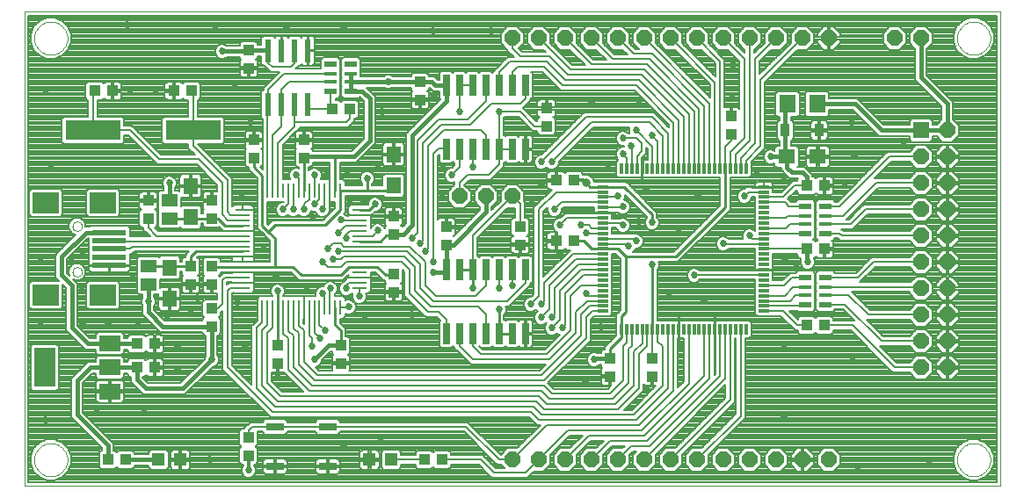
<source format=gtl>
G75*
G70*
%OFA0B0*%
%FSLAX24Y24*%
%IPPOS*%
%LPD*%
%AMOC8*
5,1,8,0,0,1.08239X$1,22.5*
%
%ADD10C,0.0000*%
%ADD11R,0.0394X0.0433*%
%ADD12R,0.0551X0.0630*%
%ADD13R,0.0433X0.0394*%
%ADD14R,0.0591X0.0512*%
%ADD15R,0.0236X0.0866*%
%ADD16R,0.0472X0.0472*%
%ADD17R,0.0630X0.0551*%
%ADD18R,0.0600X0.0600*%
%ADD19OC8,0.0600*%
%ADD20R,0.0984X0.0787*%
%ADD21R,0.1299X0.0197*%
%ADD22R,0.0106X0.0571*%
%ADD23R,0.0571X0.0106*%
%ADD24R,0.0650X0.0300*%
%ADD25R,0.0118X0.0394*%
%ADD26R,0.0394X0.0118*%
%ADD27R,0.0260X0.0800*%
%ADD28R,0.0453X0.0173*%
%ADD29R,0.0453X0.0248*%
%ADD30R,0.0358X0.0480*%
%ADD31R,0.0630X0.0710*%
%ADD32R,0.0787X0.0591*%
%ADD33R,0.0787X0.1496*%
%ADD34R,0.2100X0.0760*%
%ADD35C,0.0080*%
%ADD36C,0.0270*%
%ADD37C,0.0100*%
%ADD38C,0.0120*%
%ADD39C,0.0320*%
%ADD40C,0.0150*%
D10*
X000454Y000202D02*
X000454Y018202D01*
X037454Y018202D01*
X037454Y000202D01*
X000454Y000202D01*
X000824Y001202D02*
X000826Y001252D01*
X000832Y001302D01*
X000842Y001351D01*
X000856Y001399D01*
X000873Y001446D01*
X000894Y001491D01*
X000919Y001535D01*
X000947Y001576D01*
X000979Y001615D01*
X001013Y001652D01*
X001050Y001686D01*
X001090Y001716D01*
X001132Y001743D01*
X001176Y001767D01*
X001222Y001788D01*
X001269Y001804D01*
X001317Y001817D01*
X001367Y001826D01*
X001416Y001831D01*
X001467Y001832D01*
X001517Y001829D01*
X001566Y001822D01*
X001615Y001811D01*
X001663Y001796D01*
X001709Y001778D01*
X001754Y001756D01*
X001797Y001730D01*
X001838Y001701D01*
X001877Y001669D01*
X001913Y001634D01*
X001945Y001596D01*
X001975Y001556D01*
X002002Y001513D01*
X002025Y001469D01*
X002044Y001423D01*
X002060Y001375D01*
X002072Y001326D01*
X002080Y001277D01*
X002084Y001227D01*
X002084Y001177D01*
X002080Y001127D01*
X002072Y001078D01*
X002060Y001029D01*
X002044Y000981D01*
X002025Y000935D01*
X002002Y000891D01*
X001975Y000848D01*
X001945Y000808D01*
X001913Y000770D01*
X001877Y000735D01*
X001838Y000703D01*
X001797Y000674D01*
X001754Y000648D01*
X001709Y000626D01*
X001663Y000608D01*
X001615Y000593D01*
X001566Y000582D01*
X001517Y000575D01*
X001467Y000572D01*
X001416Y000573D01*
X001367Y000578D01*
X001317Y000587D01*
X001269Y000600D01*
X001222Y000616D01*
X001176Y000637D01*
X001132Y000661D01*
X001090Y000688D01*
X001050Y000718D01*
X001013Y000752D01*
X000979Y000789D01*
X000947Y000828D01*
X000919Y000869D01*
X000894Y000913D01*
X000873Y000958D01*
X000856Y001005D01*
X000842Y001053D01*
X000832Y001102D01*
X000826Y001152D01*
X000824Y001202D01*
X002277Y008335D02*
X002279Y008361D01*
X002285Y008387D01*
X002295Y008412D01*
X002308Y008435D01*
X002324Y008455D01*
X002344Y008473D01*
X002366Y008488D01*
X002389Y008500D01*
X002415Y008508D01*
X002441Y008512D01*
X002467Y008512D01*
X002493Y008508D01*
X002519Y008500D01*
X002543Y008488D01*
X002564Y008473D01*
X002584Y008455D01*
X002600Y008435D01*
X002613Y008412D01*
X002623Y008387D01*
X002629Y008361D01*
X002631Y008335D01*
X002629Y008309D01*
X002623Y008283D01*
X002613Y008258D01*
X002600Y008235D01*
X002584Y008215D01*
X002564Y008197D01*
X002542Y008182D01*
X002519Y008170D01*
X002493Y008162D01*
X002467Y008158D01*
X002441Y008158D01*
X002415Y008162D01*
X002389Y008170D01*
X002365Y008182D01*
X002344Y008197D01*
X002324Y008215D01*
X002308Y008235D01*
X002295Y008258D01*
X002285Y008283D01*
X002279Y008309D01*
X002277Y008335D01*
X002277Y010068D02*
X002279Y010094D01*
X002285Y010120D01*
X002295Y010145D01*
X002308Y010168D01*
X002324Y010188D01*
X002344Y010206D01*
X002366Y010221D01*
X002389Y010233D01*
X002415Y010241D01*
X002441Y010245D01*
X002467Y010245D01*
X002493Y010241D01*
X002519Y010233D01*
X002543Y010221D01*
X002564Y010206D01*
X002584Y010188D01*
X002600Y010168D01*
X002613Y010145D01*
X002623Y010120D01*
X002629Y010094D01*
X002631Y010068D01*
X002629Y010042D01*
X002623Y010016D01*
X002613Y009991D01*
X002600Y009968D01*
X002584Y009948D01*
X002564Y009930D01*
X002542Y009915D01*
X002519Y009903D01*
X002493Y009895D01*
X002467Y009891D01*
X002441Y009891D01*
X002415Y009895D01*
X002389Y009903D01*
X002365Y009915D01*
X002344Y009930D01*
X002324Y009948D01*
X002308Y009968D01*
X002295Y009991D01*
X002285Y010016D01*
X002279Y010042D01*
X002277Y010068D01*
X000824Y017202D02*
X000826Y017252D01*
X000832Y017302D01*
X000842Y017351D01*
X000856Y017399D01*
X000873Y017446D01*
X000894Y017491D01*
X000919Y017535D01*
X000947Y017576D01*
X000979Y017615D01*
X001013Y017652D01*
X001050Y017686D01*
X001090Y017716D01*
X001132Y017743D01*
X001176Y017767D01*
X001222Y017788D01*
X001269Y017804D01*
X001317Y017817D01*
X001367Y017826D01*
X001416Y017831D01*
X001467Y017832D01*
X001517Y017829D01*
X001566Y017822D01*
X001615Y017811D01*
X001663Y017796D01*
X001709Y017778D01*
X001754Y017756D01*
X001797Y017730D01*
X001838Y017701D01*
X001877Y017669D01*
X001913Y017634D01*
X001945Y017596D01*
X001975Y017556D01*
X002002Y017513D01*
X002025Y017469D01*
X002044Y017423D01*
X002060Y017375D01*
X002072Y017326D01*
X002080Y017277D01*
X002084Y017227D01*
X002084Y017177D01*
X002080Y017127D01*
X002072Y017078D01*
X002060Y017029D01*
X002044Y016981D01*
X002025Y016935D01*
X002002Y016891D01*
X001975Y016848D01*
X001945Y016808D01*
X001913Y016770D01*
X001877Y016735D01*
X001838Y016703D01*
X001797Y016674D01*
X001754Y016648D01*
X001709Y016626D01*
X001663Y016608D01*
X001615Y016593D01*
X001566Y016582D01*
X001517Y016575D01*
X001467Y016572D01*
X001416Y016573D01*
X001367Y016578D01*
X001317Y016587D01*
X001269Y016600D01*
X001222Y016616D01*
X001176Y016637D01*
X001132Y016661D01*
X001090Y016688D01*
X001050Y016718D01*
X001013Y016752D01*
X000979Y016789D01*
X000947Y016828D01*
X000919Y016869D01*
X000894Y016913D01*
X000873Y016958D01*
X000856Y017005D01*
X000842Y017053D01*
X000832Y017102D01*
X000826Y017152D01*
X000824Y017202D01*
X035824Y017202D02*
X035826Y017252D01*
X035832Y017302D01*
X035842Y017351D01*
X035856Y017399D01*
X035873Y017446D01*
X035894Y017491D01*
X035919Y017535D01*
X035947Y017576D01*
X035979Y017615D01*
X036013Y017652D01*
X036050Y017686D01*
X036090Y017716D01*
X036132Y017743D01*
X036176Y017767D01*
X036222Y017788D01*
X036269Y017804D01*
X036317Y017817D01*
X036367Y017826D01*
X036416Y017831D01*
X036467Y017832D01*
X036517Y017829D01*
X036566Y017822D01*
X036615Y017811D01*
X036663Y017796D01*
X036709Y017778D01*
X036754Y017756D01*
X036797Y017730D01*
X036838Y017701D01*
X036877Y017669D01*
X036913Y017634D01*
X036945Y017596D01*
X036975Y017556D01*
X037002Y017513D01*
X037025Y017469D01*
X037044Y017423D01*
X037060Y017375D01*
X037072Y017326D01*
X037080Y017277D01*
X037084Y017227D01*
X037084Y017177D01*
X037080Y017127D01*
X037072Y017078D01*
X037060Y017029D01*
X037044Y016981D01*
X037025Y016935D01*
X037002Y016891D01*
X036975Y016848D01*
X036945Y016808D01*
X036913Y016770D01*
X036877Y016735D01*
X036838Y016703D01*
X036797Y016674D01*
X036754Y016648D01*
X036709Y016626D01*
X036663Y016608D01*
X036615Y016593D01*
X036566Y016582D01*
X036517Y016575D01*
X036467Y016572D01*
X036416Y016573D01*
X036367Y016578D01*
X036317Y016587D01*
X036269Y016600D01*
X036222Y016616D01*
X036176Y016637D01*
X036132Y016661D01*
X036090Y016688D01*
X036050Y016718D01*
X036013Y016752D01*
X035979Y016789D01*
X035947Y016828D01*
X035919Y016869D01*
X035894Y016913D01*
X035873Y016958D01*
X035856Y017005D01*
X035842Y017053D01*
X035832Y017102D01*
X035826Y017152D01*
X035824Y017202D01*
X035824Y001202D02*
X035826Y001252D01*
X035832Y001302D01*
X035842Y001351D01*
X035856Y001399D01*
X035873Y001446D01*
X035894Y001491D01*
X035919Y001535D01*
X035947Y001576D01*
X035979Y001615D01*
X036013Y001652D01*
X036050Y001686D01*
X036090Y001716D01*
X036132Y001743D01*
X036176Y001767D01*
X036222Y001788D01*
X036269Y001804D01*
X036317Y001817D01*
X036367Y001826D01*
X036416Y001831D01*
X036467Y001832D01*
X036517Y001829D01*
X036566Y001822D01*
X036615Y001811D01*
X036663Y001796D01*
X036709Y001778D01*
X036754Y001756D01*
X036797Y001730D01*
X036838Y001701D01*
X036877Y001669D01*
X036913Y001634D01*
X036945Y001596D01*
X036975Y001556D01*
X037002Y001513D01*
X037025Y001469D01*
X037044Y001423D01*
X037060Y001375D01*
X037072Y001326D01*
X037080Y001277D01*
X037084Y001227D01*
X037084Y001177D01*
X037080Y001127D01*
X037072Y001078D01*
X037060Y001029D01*
X037044Y000981D01*
X037025Y000935D01*
X037002Y000891D01*
X036975Y000848D01*
X036945Y000808D01*
X036913Y000770D01*
X036877Y000735D01*
X036838Y000703D01*
X036797Y000674D01*
X036754Y000648D01*
X036709Y000626D01*
X036663Y000608D01*
X036615Y000593D01*
X036566Y000582D01*
X036517Y000575D01*
X036467Y000572D01*
X036416Y000573D01*
X036367Y000578D01*
X036317Y000587D01*
X036269Y000600D01*
X036222Y000616D01*
X036176Y000637D01*
X036132Y000661D01*
X036090Y000688D01*
X036050Y000718D01*
X036013Y000752D01*
X035979Y000789D01*
X035947Y000828D01*
X035919Y000869D01*
X035894Y000913D01*
X035873Y000958D01*
X035856Y001005D01*
X035842Y001053D01*
X035832Y001102D01*
X035826Y001152D01*
X035824Y001202D01*
D11*
X030788Y006302D03*
X030119Y006302D03*
X024254Y005036D03*
X024254Y004367D03*
X022654Y004367D03*
X022654Y005036D03*
X016288Y001202D03*
X015619Y001202D03*
X012454Y004867D03*
X012454Y005536D03*
X010054Y005536D03*
X010054Y004867D03*
X014454Y007567D03*
X014454Y008236D03*
X016454Y009367D03*
X016454Y010036D03*
X014454Y009767D03*
X014454Y010436D03*
X011054Y012667D03*
X011054Y013336D03*
X009154Y013336D03*
X009154Y012667D03*
X007554Y011036D03*
X007554Y010367D03*
X007554Y008536D03*
X007554Y007867D03*
X006754Y007867D03*
X006754Y008536D03*
X012119Y014502D03*
X012788Y014502D03*
X015454Y014867D03*
X015454Y015536D03*
X008954Y016067D03*
X008954Y016736D03*
X027254Y014236D03*
X027254Y013567D03*
X004288Y001202D03*
X003619Y001202D03*
D12*
X005954Y007311D03*
X005954Y008492D03*
X006754Y010411D03*
X006754Y011592D03*
X014454Y011611D03*
X014454Y012792D03*
D13*
X019254Y010036D03*
X019254Y009367D03*
X020619Y009502D03*
X021288Y009502D03*
X021288Y011802D03*
X020619Y011802D03*
X020254Y013867D03*
X020254Y014536D03*
X030119Y011602D03*
X030788Y011602D03*
X030788Y009202D03*
X030119Y009202D03*
X008954Y002036D03*
X008954Y001367D03*
X005388Y004702D03*
X004719Y004702D03*
X004719Y005602D03*
X005388Y005602D03*
X007554Y006267D03*
X007554Y006936D03*
X005154Y010367D03*
X005154Y011036D03*
X006119Y015202D03*
X006788Y015202D03*
X003788Y015202D03*
X003119Y015202D03*
D14*
X005954Y011036D03*
X005954Y010367D03*
X005154Y008536D03*
X005154Y007867D03*
D15*
X009704Y014678D03*
X010204Y014678D03*
X010704Y014678D03*
X011204Y014678D03*
X011204Y016725D03*
X010704Y016725D03*
X010204Y016725D03*
X009704Y016725D03*
D16*
X006367Y001202D03*
X005540Y001202D03*
X013540Y001202D03*
X014367Y001202D03*
D17*
X029363Y012702D03*
X030544Y012702D03*
D18*
X034454Y013702D03*
D19*
X035454Y013702D03*
X035454Y012702D03*
X034454Y012702D03*
X034454Y011702D03*
X035454Y011702D03*
X035454Y010702D03*
X034454Y010702D03*
X034454Y009702D03*
X035454Y009702D03*
X035454Y008702D03*
X034454Y008702D03*
X034454Y007702D03*
X035454Y007702D03*
X035454Y006702D03*
X034454Y006702D03*
X034454Y005702D03*
X035454Y005702D03*
X035454Y004702D03*
X034454Y004702D03*
X030954Y001202D03*
X029954Y001202D03*
X028954Y001202D03*
X027954Y001202D03*
X026954Y001202D03*
X025954Y001202D03*
X024954Y001202D03*
X023954Y001202D03*
X022954Y001202D03*
X021954Y001202D03*
X020954Y001202D03*
X019954Y001202D03*
X018954Y001202D03*
X018954Y011202D03*
X017954Y011202D03*
X016954Y011202D03*
X018954Y017202D03*
X019954Y017202D03*
X020954Y017202D03*
X021954Y017202D03*
X022954Y017202D03*
X023954Y017202D03*
X024954Y017202D03*
X025954Y017202D03*
X026954Y017202D03*
X027954Y017202D03*
X028954Y017202D03*
X029954Y017202D03*
X030954Y017202D03*
X033454Y017202D03*
X034454Y017202D03*
D20*
X003438Y010954D03*
X001272Y010954D03*
X001272Y007450D03*
X003438Y007450D03*
D21*
X003674Y008572D03*
X003674Y008887D03*
X003674Y009202D03*
X003674Y009517D03*
X003674Y009831D03*
D22*
X009477Y011416D03*
X009674Y011416D03*
X009871Y011416D03*
X010068Y011416D03*
X010265Y011416D03*
X010461Y011416D03*
X010658Y011416D03*
X010855Y011416D03*
X011052Y011416D03*
X011249Y011416D03*
X011446Y011416D03*
X011643Y011416D03*
X011839Y011416D03*
X012036Y011416D03*
X012233Y011416D03*
X012430Y011416D03*
X012430Y006987D03*
X012233Y006987D03*
X012036Y006987D03*
X011839Y006987D03*
X011643Y006987D03*
X011446Y006987D03*
X011249Y006987D03*
X011052Y006987D03*
X010855Y006987D03*
X010658Y006987D03*
X010461Y006987D03*
X010265Y006987D03*
X010068Y006987D03*
X009871Y006987D03*
X009674Y006987D03*
X009477Y006987D03*
D23*
X008739Y007725D03*
X008739Y007922D03*
X008739Y008119D03*
X008739Y008316D03*
X008739Y008513D03*
X008739Y008709D03*
X008739Y008906D03*
X008739Y009103D03*
X008739Y009300D03*
X008739Y009497D03*
X008739Y009694D03*
X008739Y009891D03*
X008739Y010087D03*
X008739Y010284D03*
X008739Y010481D03*
X008739Y010678D03*
X013168Y010678D03*
X013168Y010481D03*
X013168Y010284D03*
X013168Y010087D03*
X013168Y009891D03*
X013168Y009694D03*
X013168Y009497D03*
X013168Y009300D03*
X013168Y009103D03*
X013168Y008906D03*
X013168Y008709D03*
X013168Y008513D03*
X013168Y008316D03*
X013168Y008119D03*
X013168Y007922D03*
X013168Y007725D03*
D24*
X011954Y002452D03*
X009954Y002452D03*
X009954Y000952D03*
X011954Y000952D03*
D25*
X023091Y006150D03*
X023288Y006150D03*
X023485Y006150D03*
X023682Y006150D03*
X023879Y006150D03*
X024076Y006150D03*
X024272Y006150D03*
X024469Y006150D03*
X024666Y006150D03*
X024863Y006150D03*
X025060Y006150D03*
X025257Y006150D03*
X025454Y006150D03*
X025650Y006150D03*
X025847Y006150D03*
X026044Y006150D03*
X026241Y006150D03*
X026438Y006150D03*
X026635Y006150D03*
X026831Y006150D03*
X027028Y006150D03*
X027225Y006150D03*
X027422Y006150D03*
X027619Y006150D03*
X027816Y006150D03*
X027816Y012253D03*
X027619Y012253D03*
X027422Y012253D03*
X027225Y012253D03*
X027028Y012253D03*
X026831Y012253D03*
X026635Y012253D03*
X026438Y012253D03*
X026241Y012253D03*
X026044Y012253D03*
X025847Y012253D03*
X025650Y012253D03*
X025454Y012253D03*
X025257Y012253D03*
X025060Y012253D03*
X024863Y012253D03*
X024666Y012253D03*
X024469Y012253D03*
X024272Y012253D03*
X024076Y012253D03*
X023879Y012253D03*
X023682Y012253D03*
X023485Y012253D03*
X023288Y012253D03*
X023091Y012253D03*
D26*
X022402Y011564D03*
X022402Y011367D03*
X022402Y011170D03*
X022402Y010973D03*
X022402Y010776D03*
X022402Y010580D03*
X022402Y010383D03*
X022402Y010186D03*
X022402Y009989D03*
X022402Y009792D03*
X022402Y009595D03*
X022402Y009398D03*
X022402Y009202D03*
X022402Y009005D03*
X022402Y008808D03*
X022402Y008611D03*
X022402Y008414D03*
X022402Y008217D03*
X022402Y008020D03*
X022402Y007824D03*
X022402Y007627D03*
X022402Y007430D03*
X022402Y007233D03*
X022402Y007036D03*
X022402Y006839D03*
X028505Y006839D03*
X028505Y007036D03*
X028505Y007233D03*
X028505Y007430D03*
X028505Y007627D03*
X028505Y007824D03*
X028505Y008020D03*
X028505Y008217D03*
X028505Y008414D03*
X028505Y008611D03*
X028505Y008808D03*
X028505Y009005D03*
X028505Y009202D03*
X028505Y009398D03*
X028505Y009595D03*
X028505Y009792D03*
X028505Y009989D03*
X028505Y010186D03*
X028505Y010383D03*
X028505Y010580D03*
X028505Y010776D03*
X028505Y010973D03*
X028505Y011170D03*
X028505Y011367D03*
X028505Y011564D03*
D27*
X019454Y012992D03*
X018954Y012992D03*
X018454Y012992D03*
X017954Y012992D03*
X017454Y012992D03*
X016954Y012992D03*
X016454Y012992D03*
X016454Y015412D03*
X016954Y015412D03*
X017454Y015412D03*
X017954Y015412D03*
X018454Y015412D03*
X018954Y015412D03*
X019454Y015412D03*
X019454Y008412D03*
X018954Y008412D03*
X018454Y008412D03*
X017954Y008412D03*
X017454Y008412D03*
X016954Y008412D03*
X016454Y008412D03*
X016454Y005992D03*
X016954Y005992D03*
X017454Y005992D03*
X017954Y005992D03*
X018454Y005992D03*
X018954Y005992D03*
X019454Y005992D03*
D28*
X030070Y007444D03*
X030070Y007759D03*
X030837Y007759D03*
X030837Y007444D03*
X030837Y010144D03*
X030837Y010459D03*
X030070Y010459D03*
X030070Y010144D03*
X012837Y015544D03*
X012837Y015859D03*
X012070Y015859D03*
X012070Y015544D03*
D29*
X012070Y015192D03*
X012837Y015192D03*
X012837Y016211D03*
X012070Y016211D03*
X030070Y010811D03*
X030837Y010811D03*
X030837Y009792D03*
X030070Y009792D03*
X030070Y008111D03*
X030837Y008111D03*
X030837Y007092D03*
X030070Y007092D03*
D30*
X030597Y013702D03*
X029310Y013702D03*
D31*
X029394Y014702D03*
X030513Y014702D03*
D32*
X003694Y005607D03*
X003694Y004702D03*
X003694Y003796D03*
D33*
X001213Y004702D03*
D34*
X003054Y013702D03*
X006854Y013702D03*
D35*
X006854Y015136D01*
X006788Y015202D01*
X007145Y015203D02*
X009480Y015203D01*
X009445Y015169D02*
X009445Y014187D01*
X009494Y014138D01*
X009494Y012230D01*
X009411Y012313D01*
X009490Y012392D01*
X009490Y012941D01*
X009429Y013003D01*
X009436Y013008D01*
X009462Y013034D01*
X009481Y013066D01*
X009490Y013101D01*
X009490Y013296D01*
X009194Y013296D01*
X009194Y013376D01*
X009490Y013376D01*
X009490Y013571D01*
X009481Y013607D01*
X009462Y013639D01*
X009436Y013665D01*
X009404Y013683D01*
X009369Y013693D01*
X009193Y013693D01*
X009193Y013376D01*
X009114Y013376D01*
X009114Y013693D01*
X008938Y013693D01*
X008903Y013683D01*
X008871Y013665D01*
X008845Y013639D01*
X008826Y013607D01*
X008817Y013571D01*
X008817Y013376D01*
X009113Y013376D01*
X009113Y013296D01*
X008817Y013296D01*
X008817Y013101D01*
X008826Y013066D01*
X008845Y013034D01*
X008871Y013008D01*
X008878Y013003D01*
X008817Y012941D01*
X008817Y012392D01*
X008899Y012310D01*
X008964Y012310D01*
X008964Y012223D01*
X009075Y012112D01*
X009287Y011899D01*
X009287Y011763D01*
X009284Y011760D01*
X009284Y011073D01*
X009287Y011070D01*
X009287Y010157D01*
X009287Y009999D01*
X009514Y009773D01*
X009625Y009662D01*
X009764Y009523D01*
X009764Y008703D01*
X009164Y008703D01*
X009164Y008709D01*
X008739Y008709D01*
X008739Y008710D01*
X008739Y008710D01*
X008739Y008713D01*
X008739Y008906D01*
X008739Y008906D01*
X008739Y008713D01*
X008739Y008710D01*
X009164Y008710D01*
X009164Y008781D01*
X009157Y008808D01*
X009164Y008835D01*
X009164Y008906D01*
X008739Y008906D01*
X008739Y008906D01*
X008314Y008906D01*
X008314Y008835D01*
X008321Y008808D01*
X008314Y008781D01*
X008314Y008710D01*
X008739Y008710D01*
X008739Y008709D01*
X008314Y008709D01*
X008314Y008703D01*
X007890Y008703D01*
X007890Y008811D01*
X007808Y008893D01*
X007299Y008893D01*
X007217Y008811D01*
X007217Y008262D01*
X007278Y008200D01*
X007271Y008195D01*
X007245Y008169D01*
X007226Y008137D01*
X007217Y008102D01*
X007217Y007907D01*
X007513Y007907D01*
X007513Y007827D01*
X007217Y007827D01*
X007217Y007632D01*
X007226Y007596D01*
X007245Y007564D01*
X007271Y007538D01*
X007303Y007520D01*
X007338Y007510D01*
X007514Y007510D01*
X007514Y007827D01*
X007593Y007827D01*
X007593Y007510D01*
X007769Y007510D01*
X007774Y007512D01*
X007774Y007273D01*
X007279Y007273D01*
X007197Y007191D01*
X007197Y006681D01*
X007277Y006602D01*
X007197Y006522D01*
X007197Y006482D01*
X005777Y006482D01*
X005369Y006891D01*
X005369Y007028D01*
X005387Y007046D01*
X005429Y007147D01*
X005429Y007256D01*
X005387Y007357D01*
X005369Y007375D01*
X005369Y007471D01*
X005507Y007471D01*
X005538Y007502D01*
X005538Y007351D01*
X005913Y007351D01*
X005913Y007271D01*
X005538Y007271D01*
X005538Y006978D01*
X005547Y006942D01*
X005566Y006910D01*
X005592Y006884D01*
X005624Y006866D01*
X005659Y006856D01*
X005914Y006856D01*
X005914Y007271D01*
X005993Y007271D01*
X005993Y006856D01*
X006248Y006856D01*
X006283Y006866D01*
X006315Y006884D01*
X006341Y006910D01*
X006360Y006942D01*
X006369Y006978D01*
X006369Y007271D01*
X005994Y007271D01*
X005994Y007351D01*
X006369Y007351D01*
X006369Y007644D01*
X006360Y007680D01*
X006341Y007712D01*
X006315Y007738D01*
X006283Y007756D01*
X006248Y007766D01*
X005993Y007766D01*
X005993Y007351D01*
X005914Y007351D01*
X005914Y007766D01*
X005659Y007766D01*
X005624Y007756D01*
X005592Y007738D01*
X005589Y007735D01*
X005589Y008068D01*
X005620Y008037D01*
X006287Y008037D01*
X006369Y008119D01*
X006369Y008346D01*
X006417Y008346D01*
X006417Y008262D01*
X006478Y008200D01*
X006471Y008195D01*
X006445Y008169D01*
X006426Y008137D01*
X006417Y008102D01*
X006417Y007907D01*
X006713Y007907D01*
X006713Y007827D01*
X006417Y007827D01*
X006417Y007632D01*
X006426Y007596D01*
X006445Y007564D01*
X006471Y007538D01*
X006503Y007520D01*
X006538Y007510D01*
X006714Y007510D01*
X006714Y007827D01*
X006793Y007827D01*
X006793Y007510D01*
X006969Y007510D01*
X007004Y007520D01*
X007036Y007538D01*
X007062Y007564D01*
X007081Y007596D01*
X007090Y007632D01*
X007090Y007827D01*
X006794Y007827D01*
X006794Y007907D01*
X007090Y007907D01*
X007090Y008102D01*
X007081Y008137D01*
X007062Y008169D01*
X007036Y008195D01*
X007029Y008200D01*
X007090Y008262D01*
X007090Y008811D01*
X007011Y008890D01*
X007034Y008913D01*
X008314Y008913D01*
X008314Y008906D01*
X008739Y008906D01*
X008739Y008906D01*
X009164Y008906D01*
X009164Y008978D01*
X009161Y008989D01*
X009164Y008992D01*
X009164Y009189D01*
X009164Y009386D01*
X009164Y009583D01*
X009164Y009805D01*
X009161Y009808D01*
X009164Y009819D01*
X009164Y009890D01*
X008739Y009890D01*
X008739Y009891D01*
X009164Y009891D01*
X009164Y009962D01*
X009161Y009973D01*
X009164Y009976D01*
X009164Y010173D01*
X009164Y010395D01*
X009164Y010592D01*
X009161Y010595D01*
X009164Y010606D01*
X009164Y010678D01*
X009164Y010750D01*
X009155Y010785D01*
X009136Y010817D01*
X009110Y010843D01*
X009078Y010862D01*
X009043Y010871D01*
X008739Y010871D01*
X008739Y010678D01*
X008739Y010678D01*
X009164Y010678D01*
X008739Y010678D01*
X008739Y010678D01*
X008739Y010871D01*
X008435Y010871D01*
X008399Y010862D01*
X008368Y010843D01*
X008341Y010817D01*
X008334Y010803D01*
X008334Y011727D01*
X008334Y011876D01*
X007034Y013176D01*
X007034Y013182D01*
X007962Y013182D01*
X008044Y013264D01*
X008044Y014140D01*
X007962Y014222D01*
X007034Y014222D01*
X007034Y014865D01*
X007063Y014865D01*
X007145Y014947D01*
X007145Y015456D01*
X007063Y015538D01*
X006514Y015538D01*
X006452Y015477D01*
X006447Y015484D01*
X006421Y015510D01*
X006389Y015529D01*
X006354Y015538D01*
X006159Y015538D01*
X006159Y015242D01*
X006079Y015242D01*
X006079Y015538D01*
X005884Y015538D01*
X005848Y015529D01*
X005816Y015510D01*
X005790Y015484D01*
X005772Y015452D01*
X005762Y015417D01*
X005762Y015241D01*
X006079Y015241D01*
X006079Y015162D01*
X005762Y015162D01*
X005762Y014986D01*
X005772Y014951D01*
X005790Y014919D01*
X005816Y014893D01*
X005848Y014874D01*
X005884Y014865D01*
X006079Y014865D01*
X006079Y015161D01*
X006159Y015161D01*
X006159Y014865D01*
X006354Y014865D01*
X006389Y014874D01*
X006421Y014893D01*
X006447Y014919D01*
X006452Y014926D01*
X006514Y014865D01*
X006674Y014865D01*
X006674Y014222D01*
X005746Y014222D01*
X005664Y014140D01*
X005664Y013264D01*
X005746Y013182D01*
X006674Y013182D01*
X006674Y013176D01*
X006674Y013027D01*
X006919Y012782D01*
X005628Y012782D01*
X004634Y013776D01*
X004528Y013882D01*
X004244Y013882D01*
X004244Y014140D01*
X004162Y014222D01*
X003234Y014222D01*
X003234Y014865D01*
X003393Y014865D01*
X003455Y014926D01*
X003460Y014919D01*
X003486Y014893D01*
X003518Y014874D01*
X003553Y014865D01*
X003748Y014865D01*
X003748Y015161D01*
X003828Y015161D01*
X003828Y014865D01*
X004023Y014865D01*
X004059Y014874D01*
X004091Y014893D01*
X004117Y014919D01*
X004135Y014951D01*
X004145Y014986D01*
X004145Y015162D01*
X003828Y015162D01*
X003828Y015241D01*
X004145Y015241D01*
X004145Y015417D01*
X004135Y015452D01*
X004117Y015484D01*
X004091Y015510D01*
X004059Y015529D01*
X004023Y015538D01*
X003828Y015538D01*
X003828Y015242D01*
X003748Y015242D01*
X003748Y015538D01*
X003553Y015538D01*
X003518Y015529D01*
X003486Y015510D01*
X003460Y015484D01*
X003455Y015477D01*
X003393Y015538D01*
X002844Y015538D01*
X002762Y015456D01*
X002762Y014947D01*
X002844Y014865D01*
X002874Y014865D01*
X002874Y014222D01*
X001946Y014222D01*
X001864Y014140D01*
X001864Y013264D01*
X001946Y013182D01*
X004162Y013182D01*
X004244Y013264D01*
X004244Y013522D01*
X004379Y013522D01*
X005479Y012422D01*
X005628Y012422D01*
X006979Y012422D01*
X007774Y011627D01*
X007774Y011391D01*
X007769Y011393D01*
X007593Y011393D01*
X007593Y011076D01*
X007514Y011076D01*
X007514Y011393D01*
X007338Y011393D01*
X007303Y011383D01*
X007271Y011365D01*
X007245Y011339D01*
X007226Y011307D01*
X007217Y011271D01*
X007217Y011076D01*
X007513Y011076D01*
X007513Y010996D01*
X007217Y010996D01*
X007217Y010801D01*
X007226Y010766D01*
X007245Y010734D01*
X007271Y010708D01*
X007278Y010703D01*
X007217Y010641D01*
X007217Y010557D01*
X007169Y010557D01*
X007169Y010784D01*
X007087Y010866D01*
X006420Y010866D01*
X006389Y010835D01*
X006389Y011168D01*
X006392Y011165D01*
X006424Y011147D01*
X006459Y011137D01*
X006714Y011137D01*
X006714Y011552D01*
X006793Y011552D01*
X006793Y011137D01*
X007048Y011137D01*
X007083Y011147D01*
X007115Y011165D01*
X007141Y011191D01*
X007160Y011223D01*
X007169Y011259D01*
X007169Y011552D01*
X006794Y011552D01*
X006794Y011632D01*
X007169Y011632D01*
X007169Y011926D01*
X007160Y011961D01*
X007141Y011993D01*
X007115Y012019D01*
X007083Y012038D01*
X007048Y012047D01*
X006793Y012047D01*
X006793Y011632D01*
X006714Y011632D01*
X006714Y012047D01*
X006459Y012047D01*
X006424Y012038D01*
X006392Y012019D01*
X006366Y011993D01*
X006347Y011961D01*
X006338Y011926D01*
X006338Y011632D01*
X006713Y011632D01*
X006713Y011552D01*
X006338Y011552D01*
X006338Y011401D01*
X006307Y011432D01*
X006169Y011432D01*
X006169Y011528D01*
X006187Y011546D01*
X006229Y011647D01*
X006229Y011756D01*
X006187Y011857D01*
X006109Y011935D01*
X006008Y011977D01*
X005899Y011977D01*
X005798Y011935D01*
X005720Y011857D01*
X005679Y011756D01*
X005679Y011647D01*
X005720Y011546D01*
X005739Y011528D01*
X005739Y011432D01*
X005600Y011432D01*
X005518Y011350D01*
X005518Y010722D01*
X005539Y010702D01*
X005518Y010681D01*
X005518Y010053D01*
X005600Y009971D01*
X006307Y009971D01*
X006356Y010020D01*
X006420Y009956D01*
X007087Y009956D01*
X007169Y010038D01*
X007169Y010177D01*
X007217Y010177D01*
X007217Y010092D01*
X007299Y010010D01*
X007808Y010010D01*
X007842Y010044D01*
X007989Y009897D01*
X008146Y009897D01*
X008314Y009897D01*
X008314Y009891D01*
X008739Y009891D01*
X008739Y009890D01*
X008314Y009890D01*
X008314Y009874D01*
X005536Y009874D01*
X005379Y010030D01*
X005428Y010030D01*
X005510Y010112D01*
X005510Y010622D01*
X005428Y010704D01*
X005405Y010704D01*
X005424Y010709D01*
X005456Y010727D01*
X005482Y010753D01*
X005501Y010785D01*
X005510Y010821D01*
X005510Y010996D01*
X005194Y010996D01*
X005194Y011076D01*
X005510Y011076D01*
X005510Y011251D01*
X005501Y011287D01*
X005482Y011319D01*
X005456Y011345D01*
X005424Y011364D01*
X005389Y011373D01*
X005193Y011373D01*
X005193Y011076D01*
X005114Y011076D01*
X005114Y011373D01*
X004919Y011373D01*
X004883Y011364D01*
X004851Y011345D01*
X004825Y011319D01*
X004807Y011287D01*
X004797Y011251D01*
X004797Y011076D01*
X005113Y011076D01*
X005113Y010996D01*
X004797Y010996D01*
X004797Y010821D01*
X004807Y010785D01*
X004825Y010753D01*
X004851Y010727D01*
X004883Y010709D01*
X004902Y010704D01*
X004879Y010704D01*
X004797Y010622D01*
X004797Y010112D01*
X004879Y010030D01*
X004974Y010030D01*
X004974Y009927D01*
X005079Y009822D01*
X005224Y009677D01*
X004464Y009677D01*
X004464Y009988D01*
X004382Y010070D01*
X002966Y010070D01*
X002943Y010046D01*
X002873Y010046D01*
X002771Y010046D01*
X002771Y010131D01*
X002722Y010247D01*
X002633Y010337D01*
X002517Y010385D01*
X002390Y010385D01*
X002274Y010337D01*
X002185Y010247D01*
X002136Y010131D01*
X002136Y010005D01*
X002185Y009888D01*
X002274Y009799D01*
X002390Y009751D01*
X002399Y009751D01*
X001764Y009117D01*
X001639Y008991D01*
X001639Y008291D01*
X001639Y008112D01*
X001768Y007983D01*
X000722Y007983D01*
X000640Y007901D01*
X000640Y006998D01*
X000722Y006916D01*
X001823Y006916D01*
X001905Y006998D01*
X001905Y007847D01*
X002039Y007712D01*
X002039Y006291D01*
X002039Y006112D01*
X002639Y005512D01*
X002764Y005387D01*
X003160Y005387D01*
X003160Y005254D01*
X003242Y005172D01*
X004145Y005172D01*
X004227Y005254D01*
X004227Y005392D01*
X004362Y005392D01*
X004362Y005347D01*
X004444Y005265D01*
X004993Y005265D01*
X005055Y005326D01*
X005060Y005319D01*
X005086Y005293D01*
X005118Y005274D01*
X005153Y005265D01*
X005348Y005265D01*
X005348Y005561D01*
X005428Y005561D01*
X005428Y005265D01*
X005623Y005265D01*
X005659Y005274D01*
X005691Y005293D01*
X005717Y005319D01*
X005735Y005351D01*
X005745Y005386D01*
X005745Y005562D01*
X005428Y005562D01*
X005428Y005641D01*
X005745Y005641D01*
X005745Y005817D01*
X005735Y005852D01*
X005717Y005884D01*
X005691Y005910D01*
X005659Y005929D01*
X005623Y005938D01*
X005428Y005938D01*
X005428Y005642D01*
X005348Y005642D01*
X005348Y005938D01*
X005153Y005938D01*
X005118Y005929D01*
X005086Y005910D01*
X005060Y005884D01*
X005055Y005877D01*
X004993Y005938D01*
X004444Y005938D01*
X004362Y005856D01*
X004362Y005822D01*
X004227Y005822D01*
X004227Y005960D01*
X004145Y006042D01*
X003242Y006042D01*
X003160Y005960D01*
X003160Y005817D01*
X002943Y005817D01*
X002469Y006291D01*
X002469Y007891D01*
X002343Y008017D01*
X002306Y008053D01*
X002390Y008018D01*
X002517Y008018D01*
X002633Y008067D01*
X002722Y008156D01*
X002771Y008272D01*
X002771Y008399D01*
X002722Y008515D01*
X002633Y008604D01*
X002517Y008653D01*
X002390Y008653D01*
X002274Y008604D01*
X002185Y008515D01*
X002136Y008399D01*
X002136Y008272D01*
X002171Y008188D01*
X002069Y008291D01*
X002069Y008812D01*
X002873Y009616D01*
X002884Y009616D01*
X002884Y009360D01*
X002885Y009359D01*
X002884Y009358D01*
X002884Y009045D01*
X002885Y009044D01*
X002884Y009043D01*
X002884Y008730D01*
X002893Y008721D01*
X002884Y008689D01*
X002884Y008581D01*
X003665Y008581D01*
X003665Y008562D01*
X003683Y008562D01*
X003683Y008333D01*
X004342Y008333D01*
X004378Y008343D01*
X004410Y008361D01*
X004436Y008387D01*
X004454Y008419D01*
X004464Y008455D01*
X004464Y008562D01*
X003683Y008562D01*
X003683Y008581D01*
X004464Y008581D01*
X004464Y008689D01*
X004455Y008721D01*
X004464Y008730D01*
X004464Y009022D01*
X004528Y009022D01*
X004626Y009120D01*
X006703Y009120D01*
X006675Y009092D01*
X006564Y008980D01*
X006564Y008893D01*
X006499Y008893D01*
X006417Y008811D01*
X006417Y008726D01*
X006369Y008726D01*
X006369Y008865D01*
X006287Y008947D01*
X005620Y008947D01*
X005556Y008883D01*
X005507Y008932D01*
X004800Y008932D01*
X004718Y008850D01*
X004718Y008222D01*
X004739Y008202D01*
X004718Y008181D01*
X004718Y007553D01*
X004800Y007471D01*
X004939Y007471D01*
X004939Y007375D01*
X004920Y007357D01*
X004879Y007256D01*
X004879Y007147D01*
X004920Y007046D01*
X004939Y007028D01*
X004939Y006891D01*
X004939Y006712D01*
X005599Y006052D01*
X005777Y006052D01*
X007197Y006052D01*
X007197Y006012D01*
X007279Y005930D01*
X007339Y005930D01*
X007339Y005175D01*
X007320Y005157D01*
X007279Y005056D01*
X007279Y005031D01*
X006364Y004117D01*
X005143Y004117D01*
X004934Y004325D01*
X004934Y004365D01*
X004993Y004365D01*
X005055Y004426D01*
X005060Y004419D01*
X005086Y004393D01*
X005118Y004374D01*
X005153Y004365D01*
X005348Y004365D01*
X005348Y004661D01*
X005428Y004661D01*
X005428Y004365D01*
X005623Y004365D01*
X005659Y004374D01*
X005691Y004393D01*
X005717Y004419D01*
X005735Y004451D01*
X005745Y004486D01*
X005745Y004662D01*
X005428Y004662D01*
X005428Y004741D01*
X005745Y004741D01*
X005745Y004917D01*
X005735Y004952D01*
X005717Y004984D01*
X005691Y005010D01*
X005659Y005029D01*
X005623Y005038D01*
X005428Y005038D01*
X005428Y004742D01*
X005348Y004742D01*
X005348Y005038D01*
X005153Y005038D01*
X005118Y005029D01*
X005086Y005010D01*
X005060Y004984D01*
X005055Y004977D01*
X004993Y005038D01*
X004444Y005038D01*
X004362Y004956D01*
X004362Y004917D01*
X004227Y004917D01*
X004227Y005055D01*
X004145Y005137D01*
X003242Y005137D01*
X003160Y005055D01*
X003160Y004917D01*
X003043Y004917D01*
X002864Y004917D01*
X002364Y004417D01*
X002239Y004291D01*
X002239Y002991D01*
X002239Y002812D01*
X003404Y001647D01*
X003404Y001558D01*
X003364Y001558D01*
X003282Y001476D01*
X003282Y000927D01*
X003364Y000845D01*
X003874Y000845D01*
X003954Y000925D01*
X004033Y000845D01*
X004543Y000845D01*
X004625Y000927D01*
X004625Y000987D01*
X005164Y000987D01*
X005164Y000907D01*
X005246Y000825D01*
X005834Y000825D01*
X005916Y000907D01*
X005916Y001496D01*
X005834Y001578D01*
X005246Y001578D01*
X005164Y001496D01*
X005164Y001417D01*
X004625Y001417D01*
X004625Y001476D01*
X004543Y001558D01*
X004033Y001558D01*
X003954Y001478D01*
X003874Y001558D01*
X003834Y001558D01*
X003834Y001647D01*
X003834Y001825D01*
X002669Y002991D01*
X002669Y004113D01*
X003043Y004487D01*
X003160Y004487D01*
X003160Y004348D01*
X003242Y004266D01*
X004145Y004266D01*
X004227Y004348D01*
X004227Y004487D01*
X004362Y004487D01*
X004362Y004447D01*
X004444Y004365D01*
X004504Y004365D01*
X004504Y004325D01*
X004504Y004147D01*
X004839Y003812D01*
X004964Y003687D01*
X006364Y003687D01*
X006543Y003687D01*
X007583Y004727D01*
X007608Y004727D01*
X007709Y004768D01*
X007787Y004846D01*
X007829Y004947D01*
X007829Y005056D01*
X007787Y005157D01*
X007769Y005175D01*
X007769Y005930D01*
X007828Y005930D01*
X007910Y006012D01*
X007910Y006522D01*
X007830Y006602D01*
X007910Y006681D01*
X007910Y006804D01*
X007974Y006867D01*
X007974Y004776D01*
X007974Y004627D01*
X009779Y002822D01*
X009928Y002822D01*
X019579Y002822D01*
X019879Y002522D01*
X020019Y002522D01*
X019137Y001640D01*
X019136Y001642D01*
X018771Y001642D01*
X018520Y001390D01*
X017278Y002632D01*
X017129Y002632D01*
X012419Y002632D01*
X012419Y002660D01*
X012337Y002742D01*
X011571Y002742D01*
X011489Y002660D01*
X011489Y002632D01*
X010419Y002632D01*
X010419Y002660D01*
X010337Y002742D01*
X009571Y002742D01*
X009489Y002660D01*
X009489Y002632D01*
X009178Y002632D01*
X009029Y002632D01*
X008774Y002376D01*
X008774Y002373D01*
X008679Y002373D01*
X008597Y002291D01*
X008597Y001781D01*
X008677Y001702D01*
X008597Y001622D01*
X008597Y001112D01*
X008679Y001030D01*
X008754Y001030D01*
X008754Y000990D01*
X008720Y000957D01*
X008679Y000856D01*
X008679Y000747D01*
X008720Y000646D01*
X008798Y000568D01*
X008899Y000527D01*
X009008Y000527D01*
X009109Y000568D01*
X009187Y000646D01*
X009229Y000747D01*
X009229Y000856D01*
X009187Y000957D01*
X009154Y000990D01*
X009154Y001030D01*
X009228Y001030D01*
X009310Y001112D01*
X009310Y001622D01*
X009230Y001702D01*
X009310Y001781D01*
X009310Y002272D01*
X009489Y002272D01*
X009489Y002244D01*
X009310Y002244D01*
X009310Y002165D02*
X009567Y002165D01*
X009571Y002162D02*
X010337Y002162D01*
X010419Y002244D01*
X011489Y002244D01*
X011571Y002162D01*
X012337Y002162D01*
X012419Y002244D01*
X017157Y002244D01*
X017129Y002272D02*
X018274Y001127D01*
X018379Y001022D01*
X018514Y001022D01*
X018514Y001019D01*
X018651Y000882D01*
X018328Y000882D01*
X017828Y001382D01*
X017679Y001382D01*
X016625Y001382D01*
X016625Y001476D01*
X016543Y001558D01*
X016033Y001558D01*
X015954Y001478D01*
X015874Y001558D01*
X015364Y001558D01*
X015282Y001476D01*
X015282Y001382D01*
X014743Y001382D01*
X014743Y001496D01*
X014661Y001578D01*
X014073Y001578D01*
X013991Y001496D01*
X013991Y000907D01*
X014073Y000825D01*
X014661Y000825D01*
X014743Y000907D01*
X014743Y001022D01*
X015282Y001022D01*
X015282Y000927D01*
X015364Y000845D01*
X015874Y000845D01*
X015954Y000925D01*
X016033Y000845D01*
X016543Y000845D01*
X016625Y000927D01*
X016625Y001022D01*
X017679Y001022D01*
X018074Y000627D01*
X018179Y000522D01*
X019379Y000522D01*
X019528Y000522D01*
X019770Y000763D01*
X019771Y000762D01*
X020136Y000762D01*
X020394Y001019D01*
X020394Y001384D01*
X020392Y001385D01*
X021128Y002122D01*
X021619Y002122D01*
X021137Y001640D01*
X021136Y001642D01*
X020771Y001642D01*
X020514Y001384D01*
X020514Y001019D01*
X020771Y000762D01*
X021136Y000762D01*
X021394Y001019D01*
X021394Y001384D01*
X021392Y001385D01*
X021928Y001922D01*
X022419Y001922D01*
X022137Y001640D01*
X022136Y001642D01*
X021771Y001642D01*
X021514Y001384D01*
X021514Y001019D01*
X021771Y000762D01*
X022136Y000762D01*
X022394Y001019D01*
X022394Y001384D01*
X022392Y001385D01*
X022728Y001722D01*
X023219Y001722D01*
X023137Y001640D01*
X023136Y001642D01*
X022771Y001642D01*
X022514Y001384D01*
X022514Y001019D01*
X022771Y000762D01*
X023136Y000762D01*
X023394Y001019D01*
X023394Y001384D01*
X023392Y001385D01*
X023528Y001522D01*
X023651Y001522D01*
X023514Y001384D01*
X023514Y001019D01*
X023771Y000762D01*
X024136Y000762D01*
X024394Y001019D01*
X024394Y001384D01*
X024392Y001385D01*
X027045Y004039D01*
X027045Y003548D01*
X025137Y001640D01*
X025136Y001642D01*
X024771Y001642D01*
X024514Y001384D01*
X024514Y001019D01*
X024771Y000762D01*
X025136Y000762D01*
X025394Y001019D01*
X025394Y001384D01*
X025392Y001385D01*
X027405Y003399D01*
X027405Y003548D01*
X027405Y005814D01*
X027439Y005814D01*
X027439Y002941D01*
X026137Y001640D01*
X026136Y001642D01*
X025771Y001642D01*
X025514Y001384D01*
X025514Y001019D01*
X025771Y000762D01*
X026136Y000762D01*
X026394Y001019D01*
X026394Y001384D01*
X026392Y001385D01*
X027799Y002792D01*
X027799Y002941D01*
X027799Y005814D01*
X027933Y005814D01*
X028015Y005896D01*
X028015Y006405D01*
X027933Y006487D01*
X027699Y006487D01*
X027502Y006487D01*
X027305Y006487D01*
X027108Y006487D01*
X026911Y006487D01*
X026714Y006487D01*
X026712Y006487D01*
X026635Y006487D01*
X026635Y006408D01*
X026635Y006407D01*
X026634Y006408D01*
X026634Y006487D01*
X026557Y006487D01*
X026555Y006487D01*
X026321Y006487D01*
X026124Y006487D01*
X025927Y006487D01*
X025730Y006487D01*
X025533Y006487D01*
X025336Y006487D01*
X025334Y006487D01*
X025257Y006487D01*
X025257Y006408D01*
X025257Y006407D01*
X025256Y006408D01*
X025256Y006487D01*
X025179Y006487D01*
X025177Y006487D01*
X024943Y006487D01*
X024746Y006487D01*
X024549Y006487D01*
X024462Y006487D01*
X024462Y008422D01*
X024487Y008446D01*
X024529Y008547D01*
X024529Y008656D01*
X024506Y008712D01*
X025075Y008712D01*
X025232Y008712D01*
X027218Y010698D01*
X027218Y010855D01*
X027218Y011916D01*
X027342Y011916D01*
X027539Y011916D01*
X027736Y011916D01*
X027933Y011916D01*
X028015Y011998D01*
X028015Y012508D01*
X028014Y012508D01*
X028428Y012922D01*
X028534Y013027D01*
X028534Y015527D01*
X029770Y016763D01*
X029771Y016762D01*
X030136Y016762D01*
X030394Y017019D01*
X030394Y017384D01*
X030136Y017642D01*
X029771Y017642D01*
X029514Y017384D01*
X029514Y017019D01*
X029515Y017018D01*
X028334Y015836D01*
X028334Y016327D01*
X028770Y016763D01*
X028771Y016762D01*
X029136Y016762D01*
X029394Y017019D01*
X029394Y017384D01*
X029136Y017642D01*
X028771Y017642D01*
X028514Y017384D01*
X028514Y017019D01*
X028515Y017018D01*
X028134Y016636D01*
X028134Y016762D01*
X028136Y016762D01*
X028394Y017019D01*
X028394Y017384D01*
X028136Y017642D01*
X027771Y017642D01*
X027514Y017384D01*
X027514Y017019D01*
X027771Y016762D01*
X027774Y016762D01*
X027774Y016636D01*
X027392Y017018D01*
X027394Y017019D01*
X027394Y017384D01*
X027136Y017642D01*
X026771Y017642D01*
X026514Y017384D01*
X026514Y017019D01*
X026771Y016762D01*
X027136Y016762D01*
X027137Y016763D01*
X027574Y016327D01*
X027574Y014519D01*
X027562Y014539D01*
X027536Y014565D01*
X027504Y014583D01*
X027469Y014593D01*
X027293Y014593D01*
X027293Y014276D01*
X027214Y014276D01*
X027214Y014593D01*
X027038Y014593D01*
X027011Y014586D01*
X027011Y016249D01*
X027011Y016398D01*
X026392Y017018D01*
X026394Y017019D01*
X026394Y017384D01*
X026136Y017642D01*
X025771Y017642D01*
X025514Y017384D01*
X025514Y017019D01*
X025771Y016762D01*
X026136Y016762D01*
X026137Y016763D01*
X026651Y016249D01*
X026651Y015758D01*
X025392Y017018D01*
X025394Y017019D01*
X025394Y017384D01*
X025136Y017642D01*
X024771Y017642D01*
X024514Y017384D01*
X024514Y017019D01*
X024771Y016762D01*
X025136Y016762D01*
X025137Y016763D01*
X026455Y015446D01*
X026455Y014955D01*
X024392Y017018D01*
X024394Y017019D01*
X024394Y017384D01*
X024136Y017642D01*
X023771Y017642D01*
X023514Y017384D01*
X023514Y017019D01*
X023751Y016782D01*
X023628Y016782D01*
X023392Y017018D01*
X023394Y017019D01*
X023394Y017384D01*
X023136Y017642D01*
X022771Y017642D01*
X022514Y017384D01*
X022514Y017019D01*
X022771Y016762D01*
X023136Y016762D01*
X023137Y016763D01*
X023319Y016582D01*
X022828Y016582D01*
X022392Y017018D01*
X022394Y017019D01*
X022394Y017384D01*
X022136Y017642D01*
X021771Y017642D01*
X021514Y017384D01*
X021514Y017019D01*
X021771Y016762D01*
X022136Y016762D01*
X022137Y016763D01*
X022519Y016382D01*
X022028Y016382D01*
X021392Y017018D01*
X021394Y017019D01*
X021394Y017384D01*
X021136Y017642D01*
X020771Y017642D01*
X020514Y017384D01*
X020514Y017019D01*
X020771Y016762D01*
X021136Y016762D01*
X021137Y016763D01*
X021719Y016182D01*
X021228Y016182D01*
X020392Y017018D01*
X020394Y017019D01*
X020394Y017384D01*
X020136Y017642D01*
X019771Y017642D01*
X019514Y017384D01*
X019514Y017019D01*
X019771Y016762D01*
X020136Y016762D01*
X020137Y016763D01*
X020219Y016682D01*
X019328Y016682D01*
X019192Y016818D01*
X019394Y017019D01*
X019394Y017384D01*
X019136Y017642D01*
X018771Y017642D01*
X018514Y017384D01*
X018514Y017019D01*
X018771Y016762D01*
X018774Y016762D01*
X018774Y016727D01*
X019019Y016482D01*
X018779Y016482D01*
X018674Y016376D01*
X018379Y016082D01*
X018274Y015976D01*
X018274Y015952D01*
X018266Y015952D01*
X018204Y015890D01*
X018142Y015952D01*
X017766Y015952D01*
X017704Y015890D01*
X017642Y015952D01*
X017266Y015952D01*
X017204Y015890D01*
X017142Y015952D01*
X016766Y015952D01*
X016704Y015890D01*
X016642Y015952D01*
X016266Y015952D01*
X016184Y015870D01*
X016184Y015627D01*
X016133Y015627D01*
X016000Y015759D01*
X015822Y015759D01*
X015790Y015759D01*
X015790Y015811D01*
X015708Y015893D01*
X015199Y015893D01*
X015117Y015811D01*
X015117Y015759D01*
X014427Y015759D01*
X014409Y015777D01*
X014308Y015819D01*
X014199Y015819D01*
X014098Y015777D01*
X014080Y015759D01*
X013204Y015759D01*
X013204Y016004D01*
X013191Y016016D01*
X013204Y016029D01*
X013204Y016393D01*
X013122Y016475D01*
X012553Y016475D01*
X012471Y016393D01*
X012471Y016029D01*
X012484Y016016D01*
X012471Y016004D01*
X012471Y015714D01*
X012484Y015702D01*
X012471Y015689D01*
X012471Y015399D01*
X012484Y015387D01*
X012471Y015374D01*
X012471Y015010D01*
X012553Y014928D01*
X013122Y014928D01*
X013171Y014977D01*
X013174Y014977D01*
X013339Y014812D01*
X013339Y013391D01*
X012864Y012917D01*
X012164Y012917D01*
X011390Y012917D01*
X011390Y012941D01*
X011329Y013003D01*
X011336Y013008D01*
X011362Y013034D01*
X011381Y013066D01*
X011390Y013101D01*
X011390Y013296D01*
X011094Y013296D01*
X011094Y013376D01*
X011390Y013376D01*
X011390Y013571D01*
X011381Y013607D01*
X011362Y013639D01*
X011336Y013665D01*
X011304Y013683D01*
X011269Y013693D01*
X011093Y013693D01*
X011093Y013376D01*
X011014Y013376D01*
X011014Y013693D01*
X010838Y013693D01*
X010803Y013683D01*
X010772Y013665D01*
X010884Y013777D01*
X010884Y013822D01*
X012728Y013822D01*
X012834Y013927D01*
X012968Y014062D01*
X012968Y014145D01*
X013043Y014145D01*
X013125Y014227D01*
X013125Y014776D01*
X013043Y014858D01*
X012533Y014858D01*
X012454Y014778D01*
X012374Y014858D01*
X012250Y014858D01*
X012250Y014928D01*
X012354Y014928D01*
X012436Y015010D01*
X012436Y015374D01*
X012423Y015387D01*
X012436Y015399D01*
X012436Y015689D01*
X012423Y015702D01*
X012436Y015714D01*
X012436Y016004D01*
X012423Y016016D01*
X012436Y016029D01*
X012436Y016393D01*
X012354Y016475D01*
X011785Y016475D01*
X011703Y016393D01*
X011703Y016039D01*
X010745Y016039D01*
X010859Y016152D01*
X010880Y016152D01*
X010959Y016231D01*
X010973Y016206D01*
X010999Y016180D01*
X011031Y016162D01*
X011067Y016152D01*
X011184Y016152D01*
X011184Y016706D01*
X011223Y016706D01*
X011223Y016744D01*
X011462Y016744D01*
X011462Y017177D01*
X011452Y017212D01*
X011434Y017244D01*
X011408Y017270D01*
X011376Y017289D01*
X011340Y017298D01*
X011223Y017298D01*
X011223Y016744D01*
X011184Y016744D01*
X011184Y017298D01*
X011067Y017298D01*
X011031Y017289D01*
X010999Y017270D01*
X010973Y017244D01*
X010959Y017219D01*
X010880Y017298D01*
X010527Y017298D01*
X010448Y017219D01*
X010434Y017244D01*
X010408Y017270D01*
X010376Y017289D01*
X010340Y017298D01*
X010223Y017298D01*
X010223Y016744D01*
X010184Y016744D01*
X010184Y017298D01*
X010067Y017298D01*
X010031Y017289D01*
X009999Y017270D01*
X009973Y017244D01*
X009959Y017219D01*
X009880Y017298D01*
X009527Y017298D01*
X009445Y017216D01*
X009445Y016951D01*
X009290Y016951D01*
X009290Y017011D01*
X009208Y017093D01*
X008699Y017093D01*
X008617Y017011D01*
X008617Y016917D01*
X008127Y016917D01*
X008109Y016935D01*
X008008Y016977D01*
X007899Y016977D01*
X007798Y016935D01*
X007720Y016857D01*
X007679Y016756D01*
X007679Y016647D01*
X007720Y016546D01*
X007798Y016468D01*
X007899Y016427D01*
X008008Y016427D01*
X008109Y016468D01*
X008127Y016487D01*
X008617Y016487D01*
X008617Y016462D01*
X008678Y016400D01*
X008671Y016395D01*
X008645Y016369D01*
X008626Y016337D01*
X008617Y016302D01*
X008617Y016107D01*
X008913Y016107D01*
X008913Y016027D01*
X008617Y016027D01*
X008617Y015832D01*
X008626Y015796D01*
X008645Y015764D01*
X008671Y015738D01*
X008703Y015720D01*
X008738Y015710D01*
X008914Y015710D01*
X008914Y016027D01*
X008993Y016027D01*
X008993Y015710D01*
X009169Y015710D01*
X009204Y015720D01*
X009236Y015738D01*
X009262Y015764D01*
X009281Y015796D01*
X009290Y015832D01*
X009290Y016027D01*
X008994Y016027D01*
X008994Y016107D01*
X009290Y016107D01*
X009290Y016302D01*
X009281Y016337D01*
X009262Y016369D01*
X009236Y016395D01*
X009229Y016400D01*
X009290Y016462D01*
X009290Y016521D01*
X009445Y016521D01*
X009445Y016234D01*
X009527Y016152D01*
X009548Y016152D01*
X009779Y015922D01*
X009928Y015922D01*
X010119Y015922D01*
X009524Y015326D01*
X009524Y015247D01*
X009445Y015169D01*
X009445Y015125D02*
X007145Y015125D01*
X007145Y015046D02*
X009445Y015046D01*
X009445Y014968D02*
X007145Y014968D01*
X007087Y014889D02*
X009445Y014889D01*
X009445Y014811D02*
X007034Y014811D01*
X007034Y014732D02*
X009445Y014732D01*
X009445Y014654D02*
X007034Y014654D01*
X007034Y014575D02*
X009445Y014575D01*
X009445Y014496D02*
X007034Y014496D01*
X007034Y014418D02*
X009445Y014418D01*
X009445Y014339D02*
X007034Y014339D01*
X007034Y014261D02*
X009445Y014261D01*
X009450Y014182D02*
X008001Y014182D01*
X008044Y014104D02*
X009494Y014104D01*
X009494Y014025D02*
X008044Y014025D01*
X008044Y013947D02*
X009494Y013947D01*
X009494Y013868D02*
X008044Y013868D01*
X008044Y013790D02*
X009494Y013790D01*
X009494Y013711D02*
X008044Y013711D01*
X008044Y013632D02*
X008841Y013632D01*
X008817Y013554D02*
X008044Y013554D01*
X008044Y013475D02*
X008817Y013475D01*
X008817Y013397D02*
X008044Y013397D01*
X008044Y013318D02*
X009113Y013318D01*
X009114Y013397D02*
X009193Y013397D01*
X009193Y013475D02*
X009114Y013475D01*
X009114Y013554D02*
X009193Y013554D01*
X009193Y013632D02*
X009114Y013632D01*
X009466Y013632D02*
X009494Y013632D01*
X009490Y013554D02*
X009494Y013554D01*
X009490Y013475D02*
X009494Y013475D01*
X009490Y013397D02*
X009494Y013397D01*
X009494Y013318D02*
X009194Y013318D01*
X009490Y013240D02*
X009494Y013240D01*
X009490Y013161D02*
X009494Y013161D01*
X009485Y013083D02*
X009494Y013083D01*
X009494Y013004D02*
X009430Y013004D01*
X009490Y012926D02*
X009494Y012926D01*
X009490Y012847D02*
X009494Y012847D01*
X009490Y012769D02*
X009494Y012769D01*
X009490Y012690D02*
X009494Y012690D01*
X009490Y012611D02*
X009494Y012611D01*
X009490Y012533D02*
X009494Y012533D01*
X009490Y012454D02*
X009494Y012454D01*
X009494Y012376D02*
X009474Y012376D01*
X009494Y012297D02*
X009427Y012297D01*
X009125Y012062D02*
X008148Y012062D01*
X008069Y012140D02*
X009046Y012140D01*
X008968Y012219D02*
X007991Y012219D01*
X007912Y012297D02*
X008964Y012297D01*
X008833Y012376D02*
X007834Y012376D01*
X007755Y012454D02*
X008817Y012454D01*
X008817Y012533D02*
X007677Y012533D01*
X007598Y012611D02*
X008817Y012611D01*
X008817Y012690D02*
X007520Y012690D01*
X007441Y012769D02*
X008817Y012769D01*
X008817Y012847D02*
X007363Y012847D01*
X007284Y012926D02*
X008817Y012926D01*
X008877Y013004D02*
X007205Y013004D01*
X007127Y013083D02*
X008822Y013083D01*
X008817Y013161D02*
X007048Y013161D01*
X006854Y013102D02*
X008154Y011802D01*
X008154Y010602D01*
X008274Y010481D01*
X008739Y010481D01*
X008739Y010284D02*
X008171Y010284D01*
X007954Y010502D01*
X007954Y011702D01*
X007054Y012602D01*
X005554Y012602D01*
X004454Y013702D01*
X003054Y013702D01*
X003054Y015136D01*
X003119Y015202D01*
X002762Y015203D02*
X000594Y015203D01*
X000594Y015125D02*
X002762Y015125D01*
X002762Y015046D02*
X000594Y015046D01*
X000594Y014968D02*
X002762Y014968D01*
X002820Y014889D02*
X000594Y014889D01*
X000594Y014811D02*
X002874Y014811D01*
X002874Y014732D02*
X000594Y014732D01*
X000594Y014654D02*
X002874Y014654D01*
X002874Y014575D02*
X000594Y014575D01*
X000594Y014496D02*
X002874Y014496D01*
X002874Y014418D02*
X000594Y014418D01*
X000594Y014339D02*
X002874Y014339D01*
X002874Y014261D02*
X000594Y014261D01*
X000594Y014182D02*
X001906Y014182D01*
X001864Y014104D02*
X000594Y014104D01*
X000594Y014025D02*
X001864Y014025D01*
X001864Y013947D02*
X000594Y013947D01*
X000594Y013868D02*
X001864Y013868D01*
X001864Y013790D02*
X000594Y013790D01*
X000594Y013711D02*
X001864Y013711D01*
X001864Y013632D02*
X000594Y013632D01*
X000594Y013554D02*
X001864Y013554D01*
X001864Y013475D02*
X000594Y013475D01*
X000594Y013397D02*
X001864Y013397D01*
X001864Y013318D02*
X000594Y013318D01*
X000594Y013240D02*
X001887Y013240D01*
X000594Y013161D02*
X004739Y013161D01*
X004661Y013240D02*
X004220Y013240D01*
X004244Y013318D02*
X004582Y013318D01*
X004504Y013397D02*
X004244Y013397D01*
X004244Y013475D02*
X004425Y013475D01*
X004699Y013711D02*
X005664Y013711D01*
X005664Y013632D02*
X004777Y013632D01*
X004856Y013554D02*
X005664Y013554D01*
X005664Y013475D02*
X004934Y013475D01*
X005013Y013397D02*
X005664Y013397D01*
X005664Y013318D02*
X005091Y013318D01*
X005170Y013240D02*
X005687Y013240D01*
X005405Y013004D02*
X006696Y013004D01*
X006674Y013083D02*
X005327Y013083D01*
X005248Y013161D02*
X006674Y013161D01*
X006854Y013102D02*
X006854Y013702D01*
X006674Y014261D02*
X003234Y014261D01*
X003234Y014339D02*
X006674Y014339D01*
X006674Y014418D02*
X003234Y014418D01*
X003234Y014496D02*
X006674Y014496D01*
X006674Y014575D02*
X003234Y014575D01*
X003234Y014654D02*
X006674Y014654D01*
X006674Y014732D02*
X003234Y014732D01*
X003234Y014811D02*
X006674Y014811D01*
X006489Y014889D02*
X006415Y014889D01*
X006159Y014889D02*
X006079Y014889D01*
X006079Y014968D02*
X006159Y014968D01*
X006159Y015046D02*
X006079Y015046D01*
X006079Y015125D02*
X006159Y015125D01*
X006079Y015203D02*
X003828Y015203D01*
X003828Y015125D02*
X003748Y015125D01*
X003748Y015046D02*
X003828Y015046D01*
X003828Y014968D02*
X003748Y014968D01*
X003748Y014889D02*
X003828Y014889D01*
X004085Y014889D02*
X005822Y014889D01*
X005767Y014968D02*
X004140Y014968D01*
X004145Y015046D02*
X005762Y015046D01*
X005762Y015125D02*
X004145Y015125D01*
X004145Y015282D02*
X005762Y015282D01*
X005762Y015360D02*
X004145Y015360D01*
X004139Y015439D02*
X005768Y015439D01*
X005829Y015518D02*
X004078Y015518D01*
X003828Y015518D02*
X003748Y015518D01*
X003748Y015439D02*
X003828Y015439D01*
X003828Y015360D02*
X003748Y015360D01*
X003748Y015282D02*
X003828Y015282D01*
X003498Y015518D02*
X003414Y015518D01*
X002823Y015518D02*
X000594Y015518D01*
X000594Y015596D02*
X009794Y015596D01*
X009872Y015675D02*
X000594Y015675D01*
X000594Y015753D02*
X008656Y015753D01*
X008617Y015832D02*
X000594Y015832D01*
X000594Y015910D02*
X008617Y015910D01*
X008617Y015989D02*
X000594Y015989D01*
X000594Y016067D02*
X008913Y016067D01*
X008914Y015989D02*
X008993Y015989D01*
X008994Y016067D02*
X009633Y016067D01*
X009712Y015989D02*
X009290Y015989D01*
X009290Y015910D02*
X010108Y015910D01*
X010029Y015832D02*
X009290Y015832D01*
X009251Y015753D02*
X009951Y015753D01*
X009715Y015518D02*
X007084Y015518D01*
X007145Y015439D02*
X009636Y015439D01*
X009558Y015360D02*
X007145Y015360D01*
X007145Y015282D02*
X009524Y015282D01*
X009704Y015252D02*
X010311Y015859D01*
X012070Y015859D01*
X012070Y015544D02*
X010496Y015544D01*
X010204Y015252D01*
X010204Y014678D01*
X010204Y013852D01*
X009871Y013519D01*
X009871Y011416D01*
X010068Y011416D02*
X010068Y013216D01*
X010704Y013852D01*
X010704Y014002D01*
X012654Y014002D01*
X012788Y014136D01*
X012788Y014502D01*
X013125Y014496D02*
X013339Y014496D01*
X013339Y014418D02*
X013125Y014418D01*
X013125Y014339D02*
X013339Y014339D01*
X013339Y014261D02*
X013125Y014261D01*
X013080Y014182D02*
X013339Y014182D01*
X013339Y014104D02*
X012968Y014104D01*
X012932Y014025D02*
X013339Y014025D01*
X013339Y013947D02*
X012853Y013947D01*
X012775Y013868D02*
X013339Y013868D01*
X013339Y013790D02*
X010884Y013790D01*
X010817Y013711D02*
X013339Y013711D01*
X013339Y013632D02*
X011366Y013632D01*
X011390Y013554D02*
X013339Y013554D01*
X013339Y013475D02*
X011390Y013475D01*
X011390Y013397D02*
X013339Y013397D01*
X013266Y013318D02*
X011094Y013318D01*
X011093Y013397D02*
X011014Y013397D01*
X011013Y013376D02*
X011013Y013296D01*
X010717Y013296D01*
X010717Y013101D01*
X010726Y013066D01*
X010745Y013034D01*
X010771Y013008D01*
X010778Y013003D01*
X010717Y012941D01*
X010717Y012392D01*
X010799Y012310D01*
X010862Y012310D01*
X010862Y012254D01*
X010808Y012277D01*
X010699Y012277D01*
X010598Y012235D01*
X010520Y012157D01*
X010479Y012056D01*
X010479Y011947D01*
X010520Y011846D01*
X010525Y011842D01*
X010350Y011842D01*
X010248Y011842D01*
X010248Y013141D01*
X010744Y013638D01*
X010726Y013607D01*
X010717Y013571D01*
X010717Y013376D01*
X011013Y013376D01*
X011013Y013318D02*
X010425Y013318D01*
X010346Y013240D02*
X010717Y013240D01*
X010717Y013161D02*
X010268Y013161D01*
X010248Y013083D02*
X010722Y013083D01*
X010777Y013004D02*
X010248Y013004D01*
X010248Y012926D02*
X010717Y012926D01*
X010717Y012847D02*
X010248Y012847D01*
X010248Y012769D02*
X010717Y012769D01*
X010717Y012690D02*
X010248Y012690D01*
X010248Y012611D02*
X010717Y012611D01*
X010717Y012533D02*
X010248Y012533D01*
X010248Y012454D02*
X010717Y012454D01*
X010733Y012376D02*
X010248Y012376D01*
X010248Y012297D02*
X010862Y012297D01*
X010582Y012219D02*
X010248Y012219D01*
X010248Y012140D02*
X010513Y012140D01*
X010481Y012062D02*
X010248Y012062D01*
X010248Y011983D02*
X010479Y011983D01*
X010496Y011905D02*
X010248Y011905D01*
X010754Y012002D02*
X010855Y011900D01*
X010855Y011416D01*
X010658Y011416D02*
X010658Y010706D01*
X010654Y010702D01*
X010854Y010513D02*
X010898Y010468D01*
X010999Y010427D01*
X011108Y010427D01*
X011209Y010468D01*
X011287Y010546D01*
X011329Y010647D01*
X011329Y010656D01*
X011399Y010627D01*
X011487Y010627D01*
X011520Y010546D01*
X011598Y010468D01*
X011699Y010427D01*
X011808Y010427D01*
X011909Y010468D01*
X011987Y010546D01*
X012029Y010647D01*
X012029Y010756D01*
X012019Y010778D01*
X012019Y010991D01*
X012036Y010991D01*
X012036Y011416D01*
X012036Y011416D01*
X012036Y010991D01*
X012108Y010991D01*
X012119Y010994D01*
X012122Y010991D01*
X012240Y010991D01*
X012240Y010757D01*
X011775Y010292D01*
X010032Y010292D01*
X009875Y010292D01*
X009704Y010120D01*
X009667Y010157D01*
X009667Y010991D01*
X009760Y010991D01*
X009957Y010991D01*
X010153Y010991D01*
X010281Y010991D01*
X010281Y010984D01*
X010274Y010977D01*
X010199Y010977D01*
X010098Y010935D01*
X010020Y010857D01*
X009979Y010756D01*
X009979Y010647D01*
X010020Y010546D01*
X010098Y010468D01*
X010199Y010427D01*
X010308Y010427D01*
X010409Y010468D01*
X010454Y010513D01*
X010498Y010468D01*
X010599Y010427D01*
X010708Y010427D01*
X010809Y010468D01*
X010854Y010513D01*
X010875Y010491D02*
X010832Y010491D01*
X011054Y010702D02*
X011054Y010902D01*
X011249Y011097D01*
X011249Y011416D01*
X011446Y011416D02*
X011446Y011994D01*
X011454Y012002D01*
X011711Y011905D02*
X012043Y011905D01*
X012043Y011842D02*
X012036Y011842D01*
X011965Y011842D01*
X011953Y011839D01*
X011951Y011842D01*
X011728Y011842D01*
X011682Y011842D01*
X011687Y011846D01*
X011729Y011947D01*
X011729Y012056D01*
X011687Y012157D01*
X011609Y012235D01*
X011508Y012277D01*
X011399Y012277D01*
X011298Y012235D01*
X011242Y012179D01*
X011242Y012310D01*
X011308Y012310D01*
X011390Y012392D01*
X011390Y012487D01*
X012043Y012487D01*
X012043Y011842D01*
X012036Y011842D02*
X012036Y011417D01*
X012036Y011842D01*
X012036Y011826D02*
X012036Y011826D01*
X012036Y011747D02*
X012036Y011747D01*
X012036Y011669D02*
X012036Y011669D01*
X012036Y011590D02*
X012036Y011590D01*
X012036Y011512D02*
X012036Y011512D01*
X012036Y011433D02*
X012036Y011433D01*
X012036Y011417D02*
X012036Y011417D01*
X012036Y011355D02*
X012036Y011355D01*
X012036Y011276D02*
X012036Y011276D01*
X012036Y011198D02*
X012036Y011198D01*
X012036Y011119D02*
X012036Y011119D01*
X012036Y011041D02*
X012036Y011041D01*
X012019Y010962D02*
X012240Y010962D01*
X012240Y010883D02*
X012019Y010883D01*
X012019Y010805D02*
X012240Y010805D01*
X012210Y010726D02*
X012029Y010726D01*
X012029Y010648D02*
X012131Y010648D01*
X012053Y010569D02*
X011996Y010569D01*
X011974Y010491D02*
X011932Y010491D01*
X011895Y010412D02*
X009667Y010412D01*
X009667Y010334D02*
X011817Y010334D01*
X011575Y010491D02*
X011232Y010491D01*
X011296Y010569D02*
X011511Y010569D01*
X011347Y010648D02*
X011329Y010648D01*
X011454Y010902D02*
X011643Y011091D01*
X011643Y011416D01*
X011839Y011416D02*
X011839Y010787D01*
X011754Y010702D01*
X012436Y010284D02*
X012454Y010302D01*
X012436Y010284D02*
X013168Y010284D01*
X013168Y010087D02*
X012639Y010087D01*
X012354Y009802D01*
X012665Y009759D02*
X012665Y009613D01*
X012654Y009602D01*
X012665Y009759D02*
X012796Y009891D01*
X013168Y009891D01*
X013168Y009694D02*
X013646Y009694D01*
X013854Y009902D01*
X014046Y010098D02*
X014173Y010098D01*
X014178Y010103D02*
X014117Y010041D01*
X014117Y009985D01*
X014087Y010057D01*
X014009Y010135D01*
X013908Y010177D01*
X013799Y010177D01*
X013698Y010135D01*
X013620Y010057D01*
X013594Y009992D01*
X013594Y010173D01*
X013594Y010395D01*
X013591Y010398D01*
X013594Y010409D01*
X013594Y010481D01*
X013169Y010481D01*
X013169Y010481D01*
X013594Y010481D01*
X013594Y010488D01*
X013609Y010488D01*
X013747Y010627D01*
X013808Y010627D01*
X013909Y010668D01*
X013987Y010746D01*
X014029Y010847D01*
X014029Y010956D01*
X013987Y011057D01*
X013909Y011135D01*
X013808Y011177D01*
X013699Y011177D01*
X013598Y011135D01*
X013520Y011057D01*
X013479Y010956D01*
X013479Y010895D01*
X013454Y010871D01*
X012825Y010871D01*
X012743Y010789D01*
X012743Y010567D01*
X012746Y010564D01*
X012743Y010553D01*
X012743Y010481D01*
X012743Y010464D01*
X012680Y010464D01*
X012609Y010535D01*
X012571Y010550D01*
X012620Y010599D01*
X012620Y010757D01*
X012620Y011070D01*
X012623Y011073D01*
X012623Y011226D01*
X013375Y011226D01*
X014050Y011226D01*
X014120Y011156D01*
X014787Y011156D01*
X014869Y011238D01*
X014869Y011984D01*
X014787Y012066D01*
X014120Y012066D01*
X014038Y011984D01*
X014038Y011606D01*
X013644Y011606D01*
X013644Y011690D01*
X013687Y011733D01*
X013729Y011834D01*
X013729Y011944D01*
X013687Y012045D01*
X013609Y012122D01*
X013508Y012164D01*
X013399Y012164D01*
X013298Y012122D01*
X013220Y012045D01*
X013179Y011944D01*
X013179Y011834D01*
X013220Y011733D01*
X013264Y011690D01*
X013264Y011606D01*
X012623Y011606D01*
X012623Y011760D01*
X012541Y011842D01*
X012423Y011842D01*
X012423Y012487D01*
X013043Y012487D01*
X013169Y012612D01*
X013769Y013212D01*
X013769Y013391D01*
X013769Y014991D01*
X013643Y015117D01*
X013430Y015329D01*
X014080Y015329D01*
X014098Y015311D01*
X014199Y015269D01*
X014308Y015269D01*
X014409Y015311D01*
X014427Y015329D01*
X015117Y015329D01*
X015117Y015262D01*
X015178Y015200D01*
X015171Y015195D01*
X015145Y015169D01*
X015126Y015137D01*
X015117Y015102D01*
X015117Y014907D01*
X015413Y014907D01*
X015413Y014827D01*
X015117Y014827D01*
X015117Y014632D01*
X015126Y014596D01*
X015145Y014564D01*
X015171Y014538D01*
X015203Y014520D01*
X015238Y014510D01*
X015414Y014510D01*
X015414Y014827D01*
X015493Y014827D01*
X015493Y014510D01*
X015669Y014510D01*
X015704Y014520D01*
X015736Y014538D01*
X015762Y014564D01*
X015781Y014596D01*
X015790Y014632D01*
X015790Y014827D01*
X015494Y014827D01*
X015494Y014907D01*
X015790Y014907D01*
X015790Y015102D01*
X015781Y015137D01*
X015762Y015169D01*
X015736Y015195D01*
X015729Y015200D01*
X015790Y015262D01*
X015790Y015329D01*
X015822Y015329D01*
X015954Y015197D01*
X016133Y015197D01*
X016184Y015197D01*
X016184Y014954D01*
X016239Y014899D01*
X016239Y014891D01*
X014939Y013591D01*
X014939Y013412D01*
X014939Y010191D01*
X014790Y010042D01*
X014729Y010103D01*
X014736Y010108D01*
X014762Y010134D01*
X014781Y010166D01*
X014790Y010201D01*
X014790Y010396D01*
X014494Y010396D01*
X014494Y010476D01*
X014790Y010476D01*
X014790Y010671D01*
X014781Y010707D01*
X014762Y010739D01*
X014736Y010765D01*
X014704Y010783D01*
X014669Y010793D01*
X014493Y010793D01*
X014493Y010476D01*
X014414Y010476D01*
X014414Y010793D01*
X014238Y010793D01*
X014203Y010783D01*
X014171Y010765D01*
X014145Y010739D01*
X014126Y010707D01*
X014117Y010671D01*
X014117Y010476D01*
X014413Y010476D01*
X014413Y010396D01*
X014117Y010396D01*
X014117Y010201D01*
X014126Y010166D01*
X014145Y010134D01*
X014171Y010108D01*
X014178Y010103D01*
X014123Y010177D02*
X013594Y010177D01*
X013594Y010255D02*
X014117Y010255D01*
X014117Y010334D02*
X013594Y010334D01*
X013594Y010412D02*
X014413Y010412D01*
X014414Y010491D02*
X014493Y010491D01*
X014493Y010569D02*
X014414Y010569D01*
X014414Y010648D02*
X014493Y010648D01*
X014493Y010726D02*
X014414Y010726D01*
X014138Y010726D02*
X013967Y010726D01*
X014011Y010805D02*
X014939Y010805D01*
X014939Y010883D02*
X014029Y010883D01*
X014026Y010962D02*
X014939Y010962D01*
X014939Y011041D02*
X013994Y011041D01*
X013925Y011119D02*
X014939Y011119D01*
X014939Y011198D02*
X014829Y011198D01*
X014869Y011276D02*
X014939Y011276D01*
X014939Y011355D02*
X014869Y011355D01*
X014869Y011433D02*
X014939Y011433D01*
X014939Y011512D02*
X014869Y011512D01*
X014869Y011590D02*
X014939Y011590D01*
X014939Y011669D02*
X014869Y011669D01*
X014869Y011747D02*
X014939Y011747D01*
X014939Y011826D02*
X014869Y011826D01*
X014869Y011905D02*
X014939Y011905D01*
X014939Y011983D02*
X014869Y011983D01*
X014939Y012062D02*
X014791Y012062D01*
X014939Y012140D02*
X013566Y012140D01*
X013670Y012062D02*
X014116Y012062D01*
X014038Y011983D02*
X013712Y011983D01*
X013729Y011905D02*
X014038Y011905D01*
X014038Y011826D02*
X013725Y011826D01*
X013692Y011747D02*
X014038Y011747D01*
X014038Y011669D02*
X013644Y011669D01*
X013264Y011669D02*
X012623Y011669D01*
X012623Y011747D02*
X013215Y011747D01*
X013182Y011826D02*
X012557Y011826D01*
X012423Y011905D02*
X013179Y011905D01*
X013195Y011983D02*
X012423Y011983D01*
X012423Y012062D02*
X013237Y012062D01*
X013341Y012140D02*
X012423Y012140D01*
X012423Y012219D02*
X014939Y012219D01*
X014939Y012297D02*
X012423Y012297D01*
X012423Y012376D02*
X014081Y012376D01*
X014092Y012365D02*
X014124Y012347D01*
X014159Y012337D01*
X014414Y012337D01*
X014414Y012752D01*
X014493Y012752D01*
X014493Y012337D01*
X014748Y012337D01*
X014783Y012347D01*
X014815Y012365D01*
X014841Y012391D01*
X014860Y012423D01*
X014869Y012459D01*
X014869Y012752D01*
X014494Y012752D01*
X014494Y012832D01*
X014869Y012832D01*
X014869Y013126D01*
X014860Y013161D01*
X014841Y013193D01*
X014815Y013219D01*
X014783Y013238D01*
X014748Y013247D01*
X014493Y013247D01*
X014493Y012832D01*
X014414Y012832D01*
X014414Y013247D01*
X014159Y013247D01*
X014124Y013238D01*
X014092Y013219D01*
X014066Y013193D01*
X014047Y013161D01*
X014038Y013126D01*
X014038Y012832D01*
X014413Y012832D01*
X014413Y012752D01*
X014038Y012752D01*
X014038Y012459D01*
X014047Y012423D01*
X014066Y012391D01*
X014092Y012365D01*
X014039Y012454D02*
X012423Y012454D01*
X012043Y012454D02*
X011390Y012454D01*
X011374Y012376D02*
X012043Y012376D01*
X012043Y012297D02*
X011242Y012297D01*
X011242Y012219D02*
X011282Y012219D01*
X011625Y012219D02*
X012043Y012219D01*
X012043Y012140D02*
X011694Y012140D01*
X011726Y012062D02*
X012043Y012062D01*
X012043Y011983D02*
X011729Y011983D01*
X013089Y012533D02*
X014038Y012533D01*
X014038Y012611D02*
X013167Y012611D01*
X013246Y012690D02*
X014038Y012690D01*
X014038Y012847D02*
X013403Y012847D01*
X013325Y012769D02*
X014413Y012769D01*
X014414Y012847D02*
X014493Y012847D01*
X014494Y012769D02*
X014939Y012769D01*
X014939Y012847D02*
X014869Y012847D01*
X014869Y012926D02*
X014939Y012926D01*
X014939Y013004D02*
X014869Y013004D01*
X014869Y013083D02*
X014939Y013083D01*
X014939Y013161D02*
X014860Y013161D01*
X014939Y013240D02*
X014775Y013240D01*
X014939Y013318D02*
X013769Y013318D01*
X013769Y013240D02*
X014132Y013240D01*
X014048Y013161D02*
X013717Y013161D01*
X013639Y013083D02*
X014038Y013083D01*
X014038Y013004D02*
X013560Y013004D01*
X013482Y012926D02*
X014038Y012926D01*
X014414Y012926D02*
X014493Y012926D01*
X014493Y013004D02*
X014414Y013004D01*
X014414Y013083D02*
X014493Y013083D01*
X014493Y013161D02*
X014414Y013161D01*
X014414Y013240D02*
X014493Y013240D01*
X014939Y013397D02*
X013769Y013397D01*
X013769Y013475D02*
X014939Y013475D01*
X014939Y013554D02*
X013769Y013554D01*
X013769Y013632D02*
X014980Y013632D01*
X015059Y013711D02*
X013769Y013711D01*
X013769Y013790D02*
X015137Y013790D01*
X015216Y013868D02*
X013769Y013868D01*
X013769Y013947D02*
X015295Y013947D01*
X015373Y014025D02*
X013769Y014025D01*
X013769Y014104D02*
X015452Y014104D01*
X015530Y014182D02*
X013769Y014182D01*
X013769Y014261D02*
X015609Y014261D01*
X015687Y014339D02*
X013769Y014339D01*
X013769Y014418D02*
X015766Y014418D01*
X015844Y014496D02*
X013769Y014496D01*
X013769Y014575D02*
X015139Y014575D01*
X015117Y014654D02*
X013769Y014654D01*
X013769Y014732D02*
X015117Y014732D01*
X015117Y014811D02*
X013769Y014811D01*
X013769Y014889D02*
X015413Y014889D01*
X015414Y014811D02*
X015493Y014811D01*
X015494Y014889D02*
X016237Y014889D01*
X016184Y014968D02*
X015790Y014968D01*
X015790Y015046D02*
X016184Y015046D01*
X016184Y015125D02*
X015784Y015125D01*
X015732Y015203D02*
X015948Y015203D01*
X015869Y015282D02*
X015790Y015282D01*
X015175Y015203D02*
X013556Y015203D01*
X013634Y015125D02*
X015123Y015125D01*
X015117Y015046D02*
X013713Y015046D01*
X013769Y014968D02*
X015117Y014968D01*
X015117Y015282D02*
X014339Y015282D01*
X014168Y015282D02*
X013477Y015282D01*
X013183Y014968D02*
X013162Y014968D01*
X013262Y014889D02*
X012250Y014889D01*
X012394Y014968D02*
X012513Y014968D01*
X012471Y015046D02*
X012436Y015046D01*
X012436Y015125D02*
X012471Y015125D01*
X012471Y015203D02*
X012436Y015203D01*
X012436Y015282D02*
X012471Y015282D01*
X012471Y015360D02*
X012436Y015360D01*
X012436Y015439D02*
X012471Y015439D01*
X012471Y015518D02*
X012436Y015518D01*
X012436Y015596D02*
X012471Y015596D01*
X012471Y015675D02*
X012436Y015675D01*
X012436Y015753D02*
X012471Y015753D01*
X012471Y015832D02*
X012436Y015832D01*
X012436Y015910D02*
X012471Y015910D01*
X012471Y015989D02*
X012436Y015989D01*
X012436Y016067D02*
X012471Y016067D01*
X012471Y016146D02*
X012436Y016146D01*
X012436Y016224D02*
X012471Y016224D01*
X012471Y016303D02*
X012436Y016303D01*
X012436Y016381D02*
X012471Y016381D01*
X012538Y016460D02*
X012369Y016460D01*
X011770Y016460D02*
X011462Y016460D01*
X011462Y016381D02*
X011703Y016381D01*
X011703Y016303D02*
X011462Y016303D01*
X011462Y016274D02*
X011462Y016706D01*
X011223Y016706D01*
X011223Y016152D01*
X011340Y016152D01*
X011376Y016162D01*
X011408Y016180D01*
X011434Y016206D01*
X011452Y016238D01*
X011462Y016274D01*
X011444Y016224D02*
X011703Y016224D01*
X011703Y016146D02*
X010852Y016146D01*
X010774Y016067D02*
X011703Y016067D01*
X011223Y016224D02*
X011184Y016224D01*
X011184Y016303D02*
X011223Y016303D01*
X011223Y016381D02*
X011184Y016381D01*
X011184Y016460D02*
X011223Y016460D01*
X011223Y016539D02*
X011184Y016539D01*
X011184Y016617D02*
X011223Y016617D01*
X011223Y016696D02*
X011184Y016696D01*
X011184Y016774D02*
X011223Y016774D01*
X011223Y016853D02*
X011184Y016853D01*
X011184Y016931D02*
X011223Y016931D01*
X011223Y017010D02*
X011184Y017010D01*
X011184Y017088D02*
X011223Y017088D01*
X011223Y017167D02*
X011184Y017167D01*
X011184Y017245D02*
X011223Y017245D01*
X011432Y017245D02*
X018514Y017245D01*
X018514Y017167D02*
X011462Y017167D01*
X011462Y017088D02*
X018514Y017088D01*
X018523Y017010D02*
X011462Y017010D01*
X011462Y016931D02*
X018602Y016931D01*
X018680Y016853D02*
X011462Y016853D01*
X011462Y016774D02*
X018759Y016774D01*
X018805Y016696D02*
X011462Y016696D01*
X011462Y016617D02*
X018883Y016617D01*
X018962Y016539D02*
X011462Y016539D01*
X010963Y016224D02*
X010952Y016224D01*
X010704Y016252D02*
X010554Y016102D01*
X009854Y016102D01*
X009704Y016252D01*
X009704Y016725D01*
X009445Y016460D02*
X009289Y016460D01*
X009250Y016381D02*
X009445Y016381D01*
X009445Y016303D02*
X009290Y016303D01*
X009290Y016224D02*
X009455Y016224D01*
X009555Y016146D02*
X009290Y016146D01*
X008993Y015910D02*
X008914Y015910D01*
X008914Y015832D02*
X008993Y015832D01*
X008993Y015753D02*
X008914Y015753D01*
X008617Y016146D02*
X000594Y016146D01*
X000594Y016224D02*
X008617Y016224D01*
X008617Y016303D02*
X000594Y016303D01*
X000594Y016381D02*
X008657Y016381D01*
X008618Y016460D02*
X008089Y016460D01*
X007818Y016460D02*
X001675Y016460D01*
X001607Y016432D02*
X001300Y016432D01*
X001017Y016549D01*
X000801Y016765D01*
X000684Y017048D01*
X000684Y017355D01*
X000801Y017638D01*
X001017Y017854D01*
X001300Y017971D01*
X001607Y017971D01*
X001890Y017854D01*
X002106Y017638D01*
X018768Y017638D01*
X018689Y017560D02*
X002139Y017560D01*
X002106Y017638D02*
X002223Y017355D01*
X002223Y017048D01*
X002106Y016765D01*
X001890Y016549D01*
X001607Y016432D01*
X001865Y016539D02*
X007728Y016539D01*
X007691Y016617D02*
X001958Y016617D01*
X002036Y016696D02*
X007679Y016696D01*
X007686Y016774D02*
X002110Y016774D01*
X002142Y016853D02*
X007719Y016853D01*
X007794Y016931D02*
X002175Y016931D01*
X002207Y017010D02*
X008617Y017010D01*
X008617Y016931D02*
X008113Y016931D01*
X008694Y017088D02*
X002223Y017088D01*
X002223Y017167D02*
X009445Y017167D01*
X009445Y017088D02*
X009213Y017088D01*
X009290Y017010D02*
X009445Y017010D01*
X009475Y017245D02*
X002223Y017245D01*
X002223Y017324D02*
X018514Y017324D01*
X018532Y017403D02*
X002204Y017403D01*
X002171Y017481D02*
X018611Y017481D01*
X018954Y017202D02*
X018954Y016802D01*
X019254Y016502D01*
X020354Y016502D01*
X021054Y015802D01*
X023854Y015802D01*
X025454Y014202D01*
X025454Y012253D01*
X025650Y012253D02*
X025650Y014305D01*
X023954Y016002D01*
X021154Y016002D01*
X019954Y017202D01*
X020394Y017167D02*
X020514Y017167D01*
X020514Y017245D02*
X020394Y017245D01*
X020394Y017324D02*
X020514Y017324D01*
X020532Y017403D02*
X020375Y017403D01*
X020296Y017481D02*
X020611Y017481D01*
X020689Y017560D02*
X020218Y017560D01*
X020139Y017638D02*
X020768Y017638D01*
X021139Y017638D02*
X021768Y017638D01*
X021689Y017560D02*
X021218Y017560D01*
X021296Y017481D02*
X021611Y017481D01*
X021532Y017403D02*
X021375Y017403D01*
X021394Y017324D02*
X021514Y017324D01*
X021514Y017245D02*
X021394Y017245D01*
X021394Y017167D02*
X021514Y017167D01*
X021514Y017088D02*
X021394Y017088D01*
X021400Y017010D02*
X021523Y017010D01*
X021478Y016931D02*
X021602Y016931D01*
X021557Y016853D02*
X021680Y016853D01*
X021635Y016774D02*
X021759Y016774D01*
X021714Y016696D02*
X022205Y016696D01*
X022283Y016617D02*
X021792Y016617D01*
X021871Y016539D02*
X022362Y016539D01*
X022441Y016460D02*
X021950Y016460D01*
X021598Y016303D02*
X021107Y016303D01*
X021185Y016224D02*
X021676Y016224D01*
X021519Y016381D02*
X021028Y016381D01*
X020950Y016460D02*
X021441Y016460D01*
X021362Y016539D02*
X020871Y016539D01*
X020792Y016617D02*
X021283Y016617D01*
X021205Y016696D02*
X020714Y016696D01*
X020759Y016774D02*
X020635Y016774D01*
X020680Y016853D02*
X020557Y016853D01*
X020602Y016931D02*
X020478Y016931D01*
X020523Y017010D02*
X020400Y017010D01*
X020394Y017088D02*
X020514Y017088D01*
X020954Y017202D02*
X021954Y016202D01*
X024054Y016202D01*
X025847Y014408D01*
X025847Y012253D01*
X026044Y012253D02*
X026044Y014511D01*
X024154Y016402D01*
X022754Y016402D01*
X021954Y017202D01*
X022394Y017167D02*
X022514Y017167D01*
X022514Y017245D02*
X022394Y017245D01*
X022394Y017324D02*
X022514Y017324D01*
X022532Y017403D02*
X022375Y017403D01*
X022296Y017481D02*
X022611Y017481D01*
X022689Y017560D02*
X022218Y017560D01*
X022139Y017638D02*
X022768Y017638D01*
X023139Y017638D02*
X023768Y017638D01*
X023689Y017560D02*
X023218Y017560D01*
X023296Y017481D02*
X023611Y017481D01*
X023532Y017403D02*
X023375Y017403D01*
X023394Y017324D02*
X023514Y017324D01*
X023514Y017245D02*
X023394Y017245D01*
X023394Y017167D02*
X023514Y017167D01*
X023514Y017088D02*
X023394Y017088D01*
X023400Y017010D02*
X023523Y017010D01*
X023478Y016931D02*
X023602Y016931D01*
X023557Y016853D02*
X023680Y016853D01*
X023205Y016696D02*
X022714Y016696D01*
X022759Y016774D02*
X022635Y016774D01*
X022680Y016853D02*
X022557Y016853D01*
X022602Y016931D02*
X022478Y016931D01*
X022523Y017010D02*
X022400Y017010D01*
X022394Y017088D02*
X022514Y017088D01*
X022954Y017202D02*
X023554Y016602D01*
X024254Y016602D01*
X026241Y014614D01*
X026241Y012253D01*
X026438Y012253D02*
X026438Y014717D01*
X023954Y017202D01*
X024394Y017167D02*
X024514Y017167D01*
X024514Y017245D02*
X024394Y017245D01*
X024394Y017324D02*
X024514Y017324D01*
X024532Y017403D02*
X024375Y017403D01*
X024296Y017481D02*
X024611Y017481D01*
X024689Y017560D02*
X024218Y017560D01*
X024139Y017638D02*
X024768Y017638D01*
X025139Y017638D02*
X025768Y017638D01*
X025689Y017560D02*
X025218Y017560D01*
X025296Y017481D02*
X025611Y017481D01*
X025532Y017403D02*
X025375Y017403D01*
X025394Y017324D02*
X025514Y017324D01*
X025514Y017245D02*
X025394Y017245D01*
X025394Y017167D02*
X025514Y017167D01*
X025514Y017088D02*
X025394Y017088D01*
X025400Y017010D02*
X025523Y017010D01*
X025478Y016931D02*
X025602Y016931D01*
X025557Y016853D02*
X025680Y016853D01*
X025635Y016774D02*
X025759Y016774D01*
X025714Y016696D02*
X026205Y016696D01*
X026283Y016617D02*
X025792Y016617D01*
X025871Y016539D02*
X026362Y016539D01*
X026441Y016460D02*
X025950Y016460D01*
X026028Y016381D02*
X026519Y016381D01*
X026598Y016303D02*
X026107Y016303D01*
X026185Y016224D02*
X026651Y016224D01*
X026651Y016146D02*
X026264Y016146D01*
X026342Y016067D02*
X026651Y016067D01*
X026651Y015989D02*
X026421Y015989D01*
X026499Y015910D02*
X026651Y015910D01*
X026651Y015832D02*
X026578Y015832D01*
X026635Y015520D02*
X024954Y017202D01*
X024514Y017088D02*
X024394Y017088D01*
X024400Y017010D02*
X024523Y017010D01*
X024478Y016931D02*
X024602Y016931D01*
X024557Y016853D02*
X024680Y016853D01*
X024635Y016774D02*
X024759Y016774D01*
X024714Y016696D02*
X025205Y016696D01*
X025283Y016617D02*
X024792Y016617D01*
X024871Y016539D02*
X025362Y016539D01*
X025441Y016460D02*
X024950Y016460D01*
X025028Y016381D02*
X025519Y016381D01*
X025598Y016303D02*
X025107Y016303D01*
X025185Y016224D02*
X025676Y016224D01*
X025755Y016146D02*
X025264Y016146D01*
X025342Y016067D02*
X025833Y016067D01*
X025912Y015989D02*
X025421Y015989D01*
X025499Y015910D02*
X025990Y015910D01*
X026069Y015832D02*
X025578Y015832D01*
X025656Y015753D02*
X026147Y015753D01*
X026226Y015675D02*
X025735Y015675D01*
X025814Y015596D02*
X026304Y015596D01*
X026383Y015518D02*
X025892Y015518D01*
X025971Y015439D02*
X026455Y015439D01*
X026455Y015360D02*
X026049Y015360D01*
X026128Y015282D02*
X026455Y015282D01*
X026455Y015203D02*
X026206Y015203D01*
X026285Y015125D02*
X026455Y015125D01*
X026455Y015046D02*
X026363Y015046D01*
X026442Y014968D02*
X026455Y014968D01*
X027011Y014968D02*
X027574Y014968D01*
X027574Y015046D02*
X027011Y015046D01*
X027011Y015125D02*
X027574Y015125D01*
X027574Y015203D02*
X027011Y015203D01*
X027011Y015282D02*
X027574Y015282D01*
X027574Y015360D02*
X027011Y015360D01*
X027011Y015439D02*
X027574Y015439D01*
X027574Y015518D02*
X027011Y015518D01*
X027011Y015596D02*
X027574Y015596D01*
X027574Y015675D02*
X027011Y015675D01*
X027011Y015753D02*
X027574Y015753D01*
X027574Y015832D02*
X027011Y015832D01*
X027011Y015910D02*
X027574Y015910D01*
X027574Y015989D02*
X027011Y015989D01*
X027011Y016067D02*
X027574Y016067D01*
X027574Y016146D02*
X027011Y016146D01*
X027011Y016224D02*
X027574Y016224D01*
X027574Y016303D02*
X027011Y016303D01*
X027011Y016381D02*
X027519Y016381D01*
X027441Y016460D02*
X026950Y016460D01*
X026871Y016539D02*
X027362Y016539D01*
X027283Y016617D02*
X026792Y016617D01*
X026714Y016696D02*
X027205Y016696D01*
X027478Y016931D02*
X027602Y016931D01*
X027557Y016853D02*
X027680Y016853D01*
X027635Y016774D02*
X027759Y016774D01*
X027774Y016696D02*
X027714Y016696D01*
X028134Y016696D02*
X028193Y016696D01*
X028148Y016774D02*
X028272Y016774D01*
X028227Y016853D02*
X028350Y016853D01*
X028305Y016931D02*
X028429Y016931D01*
X028384Y017010D02*
X028507Y017010D01*
X028514Y017088D02*
X028394Y017088D01*
X028394Y017167D02*
X028514Y017167D01*
X028514Y017245D02*
X028394Y017245D01*
X028394Y017324D02*
X028514Y017324D01*
X028532Y017403D02*
X028375Y017403D01*
X028296Y017481D02*
X028611Y017481D01*
X028689Y017560D02*
X028218Y017560D01*
X028139Y017638D02*
X028768Y017638D01*
X029139Y017638D02*
X029768Y017638D01*
X029689Y017560D02*
X029218Y017560D01*
X029296Y017481D02*
X029611Y017481D01*
X029532Y017403D02*
X029375Y017403D01*
X029394Y017324D02*
X029514Y017324D01*
X029514Y017245D02*
X029394Y017245D01*
X029394Y017167D02*
X029514Y017167D01*
X029514Y017088D02*
X029394Y017088D01*
X029384Y017010D02*
X029507Y017010D01*
X029429Y016931D02*
X029305Y016931D01*
X029350Y016853D02*
X029227Y016853D01*
X029272Y016774D02*
X029148Y016774D01*
X029193Y016696D02*
X028702Y016696D01*
X028624Y016617D02*
X029115Y016617D01*
X029036Y016539D02*
X028545Y016539D01*
X028466Y016460D02*
X028958Y016460D01*
X028879Y016381D02*
X028388Y016381D01*
X028334Y016303D02*
X028800Y016303D01*
X028722Y016224D02*
X028334Y016224D01*
X028334Y016146D02*
X028643Y016146D01*
X028565Y016067D02*
X028334Y016067D01*
X028334Y015989D02*
X028486Y015989D01*
X028408Y015910D02*
X028334Y015910D01*
X028760Y015753D02*
X034239Y015753D01*
X034239Y015675D02*
X028681Y015675D01*
X028603Y015596D02*
X034255Y015596D01*
X034239Y015612D02*
X034364Y015487D01*
X034364Y015487D01*
X035239Y014613D01*
X035239Y014109D01*
X035046Y013917D01*
X034894Y013917D01*
X034894Y014060D01*
X034812Y014142D01*
X034096Y014142D01*
X034014Y014060D01*
X034014Y013917D01*
X033043Y013917D01*
X032169Y014791D01*
X032043Y014917D01*
X030968Y014917D01*
X030968Y015114D01*
X030886Y015196D01*
X030140Y015196D01*
X030058Y015114D01*
X030058Y014289D01*
X030140Y014207D01*
X030886Y014207D01*
X030968Y014289D01*
X030968Y014487D01*
X031864Y014487D01*
X032864Y013487D01*
X033043Y013487D01*
X034014Y013487D01*
X034014Y013344D01*
X034096Y013262D01*
X034812Y013262D01*
X034894Y013344D01*
X034894Y013487D01*
X035046Y013487D01*
X035271Y013262D01*
X035636Y013262D01*
X035894Y013519D01*
X035894Y013884D01*
X035669Y014109D01*
X035669Y014791D01*
X035543Y014917D01*
X035543Y014917D01*
X034669Y015791D01*
X034669Y016794D01*
X034894Y017019D01*
X034894Y017384D01*
X034636Y017642D01*
X034271Y017642D01*
X034014Y017384D01*
X034014Y017019D01*
X034239Y016794D01*
X034239Y015612D01*
X034334Y015518D02*
X028534Y015518D01*
X028534Y015439D02*
X034412Y015439D01*
X034491Y015360D02*
X028534Y015360D01*
X028534Y015282D02*
X034569Y015282D01*
X034648Y015203D02*
X028534Y015203D01*
X028534Y015125D02*
X028949Y015125D01*
X028939Y015114D02*
X028939Y014289D01*
X029021Y014207D01*
X029095Y014207D01*
X029095Y014082D01*
X029073Y014082D01*
X028991Y014000D01*
X028991Y013403D01*
X029073Y013321D01*
X029095Y013321D01*
X029095Y013117D01*
X028990Y013117D01*
X028908Y013035D01*
X028908Y012935D01*
X028808Y012977D01*
X028699Y012977D01*
X028598Y012935D01*
X028520Y012857D01*
X028479Y012756D01*
X028479Y012647D01*
X028520Y012546D01*
X028598Y012468D01*
X028699Y012427D01*
X028808Y012427D01*
X028908Y012468D01*
X028908Y012368D01*
X028990Y012286D01*
X029148Y012286D01*
X029148Y012203D01*
X029339Y012012D01*
X029464Y011887D01*
X029793Y011887D01*
X029762Y011856D01*
X029762Y011782D01*
X029728Y011782D01*
X029579Y011782D01*
X029147Y011350D01*
X028842Y011350D01*
X028842Y011484D01*
X028841Y011484D01*
X028842Y011486D01*
X028842Y011564D01*
X028842Y011641D01*
X028832Y011677D01*
X028814Y011709D01*
X028788Y011735D01*
X028756Y011753D01*
X028720Y011763D01*
X028505Y011763D01*
X028505Y011566D01*
X028504Y011566D01*
X028504Y011763D01*
X028289Y011763D01*
X028254Y011753D01*
X028222Y011735D01*
X028196Y011709D01*
X028177Y011677D01*
X028168Y011641D01*
X028168Y011564D01*
X028248Y011564D01*
X028247Y011564D01*
X028168Y011564D01*
X028168Y011547D01*
X027844Y011547D01*
X027774Y011477D01*
X027699Y011477D01*
X027598Y011435D01*
X027520Y011357D01*
X027479Y011256D01*
X027479Y011147D01*
X027520Y011046D01*
X027598Y010968D01*
X027699Y010927D01*
X027808Y010927D01*
X027909Y010968D01*
X027987Y011046D01*
X028029Y011147D01*
X028029Y011187D01*
X028168Y011187D01*
X028168Y011053D01*
X028168Y010893D01*
X028168Y010659D01*
X028168Y010462D01*
X028168Y010266D01*
X028168Y010069D01*
X028168Y009876D01*
X028109Y009935D01*
X028008Y009977D01*
X027899Y009977D01*
X027798Y009935D01*
X027720Y009857D01*
X027679Y009756D01*
X027679Y009647D01*
X027707Y009578D01*
X027166Y009578D01*
X027109Y009635D01*
X027008Y009677D01*
X026899Y009677D01*
X026798Y009635D01*
X026720Y009557D01*
X026679Y009456D01*
X026679Y009347D01*
X026720Y009246D01*
X026798Y009168D01*
X026899Y009127D01*
X027008Y009127D01*
X027109Y009168D01*
X027159Y009218D01*
X028168Y009218D01*
X028168Y009084D01*
X028168Y008888D01*
X028168Y008691D01*
X028168Y008494D01*
X028168Y008493D01*
X028168Y008492D01*
X028168Y008414D01*
X028168Y008397D01*
X026047Y008397D01*
X026009Y008435D01*
X025908Y008477D01*
X025799Y008477D01*
X025698Y008435D01*
X025620Y008357D01*
X025579Y008256D01*
X025579Y008147D01*
X025620Y008046D01*
X025698Y007968D01*
X025799Y007927D01*
X025908Y007927D01*
X026009Y007968D01*
X026078Y008037D01*
X028168Y008037D01*
X028168Y007903D01*
X028168Y007707D01*
X028168Y007510D01*
X028168Y007313D01*
X028168Y007116D01*
X028168Y006919D01*
X028168Y006722D01*
X028250Y006640D01*
X028760Y006640D01*
X028779Y006659D01*
X029141Y006659D01*
X029679Y006122D01*
X029782Y006122D01*
X029782Y006027D01*
X029864Y005945D01*
X030374Y005945D01*
X030454Y006025D01*
X030533Y005945D01*
X031043Y005945D01*
X031125Y006027D01*
X031125Y006122D01*
X031779Y006122D01*
X033274Y004627D01*
X033379Y004522D01*
X034014Y004522D01*
X034014Y004519D01*
X034271Y004262D01*
X034636Y004262D01*
X034894Y004519D01*
X034894Y004884D01*
X034636Y005142D01*
X034271Y005142D01*
X034014Y004884D01*
X034014Y004882D01*
X033528Y004882D01*
X032888Y005522D01*
X034014Y005522D01*
X034014Y005519D01*
X034271Y005262D01*
X034636Y005262D01*
X034894Y005519D01*
X034894Y005884D01*
X034636Y006142D01*
X034271Y006142D01*
X034014Y005884D01*
X034014Y005882D01*
X033028Y005882D01*
X032388Y006522D01*
X034014Y006522D01*
X034014Y006519D01*
X034271Y006262D01*
X034636Y006262D01*
X034894Y006519D01*
X034894Y006884D01*
X034636Y007142D01*
X034271Y007142D01*
X034014Y006884D01*
X034014Y006882D01*
X032528Y006882D01*
X031831Y007579D01*
X034014Y007579D01*
X034014Y007519D01*
X034271Y007262D01*
X034636Y007262D01*
X034894Y007519D01*
X034894Y007884D01*
X034636Y008142D01*
X034271Y008142D01*
X034069Y007939D01*
X032145Y007939D01*
X032728Y008522D01*
X034014Y008522D01*
X034014Y008519D01*
X034271Y008262D01*
X034636Y008262D01*
X034894Y008519D01*
X034894Y008884D01*
X034636Y009142D01*
X034271Y009142D01*
X034014Y008884D01*
X034014Y008882D01*
X032579Y008882D01*
X032474Y008776D01*
X031989Y008291D01*
X031204Y008291D01*
X031204Y008293D01*
X031122Y008375D01*
X030553Y008375D01*
X030471Y008293D01*
X030471Y007929D01*
X030484Y007916D01*
X030471Y007904D01*
X030471Y007614D01*
X030484Y007602D01*
X030471Y007589D01*
X030471Y007299D01*
X030484Y007287D01*
X030471Y007274D01*
X030471Y006910D01*
X030553Y006828D01*
X031122Y006828D01*
X031204Y006910D01*
X031204Y006912D01*
X031489Y006912D01*
X031919Y006482D01*
X031779Y006482D01*
X031125Y006482D01*
X031125Y006576D01*
X031043Y006658D01*
X030533Y006658D01*
X030454Y006578D01*
X030374Y006658D01*
X029864Y006658D01*
X029782Y006576D01*
X029782Y006528D01*
X029453Y006856D01*
X029757Y006856D01*
X029785Y006828D01*
X030354Y006828D01*
X030436Y006910D01*
X030436Y007274D01*
X030423Y007287D01*
X030436Y007299D01*
X030436Y007589D01*
X030423Y007602D01*
X030436Y007614D01*
X030436Y007904D01*
X030423Y007916D01*
X030436Y007929D01*
X030436Y008293D01*
X030354Y008375D01*
X029785Y008375D01*
X029703Y008293D01*
X029703Y008291D01*
X029638Y008291D01*
X029489Y008291D01*
X029201Y008004D01*
X028842Y008004D01*
X028842Y008100D01*
X028842Y008334D01*
X028841Y008335D01*
X028842Y008337D01*
X028842Y008414D01*
X028762Y008414D01*
X028762Y008414D01*
X028762Y008414D01*
X028842Y008414D01*
X028842Y008492D01*
X028841Y008493D01*
X028842Y008494D01*
X028842Y008691D01*
X028842Y008888D01*
X028842Y009022D01*
X029762Y009022D01*
X029762Y008947D01*
X029844Y008865D01*
X029904Y008865D01*
X029904Y008825D01*
X029904Y008817D01*
X029879Y008756D01*
X029879Y008647D01*
X029920Y008546D01*
X029998Y008468D01*
X030099Y008427D01*
X030208Y008427D01*
X030309Y008468D01*
X030387Y008546D01*
X030429Y008647D01*
X030429Y008756D01*
X030387Y008857D01*
X030379Y008865D01*
X030393Y008865D01*
X030455Y008926D01*
X030460Y008919D01*
X030486Y008893D01*
X030518Y008874D01*
X030553Y008865D01*
X030748Y008865D01*
X030748Y009161D01*
X030828Y009161D01*
X030828Y008865D01*
X031023Y008865D01*
X031059Y008874D01*
X031091Y008893D01*
X031117Y008919D01*
X031135Y008951D01*
X031145Y008986D01*
X031145Y009162D01*
X030828Y009162D01*
X030828Y009241D01*
X031145Y009241D01*
X031145Y009417D01*
X031135Y009452D01*
X031117Y009484D01*
X031091Y009510D01*
X031061Y009528D01*
X031122Y009528D01*
X031204Y009610D01*
X031204Y009612D01*
X031289Y009612D01*
X031379Y009522D01*
X034014Y009522D01*
X034014Y009519D01*
X034271Y009262D01*
X034636Y009262D01*
X034894Y009519D01*
X034894Y009884D01*
X034636Y010142D01*
X034271Y010142D01*
X034014Y009884D01*
X034014Y009882D01*
X031528Y009882D01*
X031445Y009964D01*
X031721Y009964D01*
X031871Y009964D01*
X032428Y010522D01*
X034014Y010522D01*
X034014Y010519D01*
X034271Y010262D01*
X034636Y010262D01*
X034894Y010519D01*
X034894Y010884D01*
X034636Y011142D01*
X034271Y011142D01*
X034014Y010884D01*
X034014Y010882D01*
X032279Y010882D01*
X032174Y010776D01*
X031721Y010324D01*
X031631Y010324D01*
X032828Y011522D01*
X034014Y011522D01*
X034014Y011519D01*
X034271Y011262D01*
X034636Y011262D01*
X034894Y011519D01*
X034894Y011884D01*
X034636Y012142D01*
X034271Y012142D01*
X034014Y011884D01*
X034014Y011882D01*
X032688Y011882D01*
X033328Y012522D01*
X034014Y012522D01*
X034014Y012519D01*
X034271Y012262D01*
X034636Y012262D01*
X034894Y012519D01*
X034894Y012884D01*
X034636Y013142D01*
X034271Y013142D01*
X034014Y012884D01*
X034014Y012882D01*
X033179Y012882D01*
X033074Y012776D01*
X031289Y010991D01*
X031204Y010991D01*
X031204Y010993D01*
X031122Y011075D01*
X030553Y011075D01*
X030471Y010993D01*
X030471Y010629D01*
X030484Y010616D01*
X030471Y010604D01*
X030471Y010314D01*
X030484Y010302D01*
X030471Y010289D01*
X030471Y009999D01*
X030484Y009987D01*
X030471Y009974D01*
X030471Y009610D01*
X030545Y009536D01*
X030518Y009529D01*
X030486Y009510D01*
X030460Y009484D01*
X030455Y009477D01*
X030393Y009538D01*
X030365Y009538D01*
X030436Y009610D01*
X030436Y009974D01*
X030423Y009987D01*
X030436Y009999D01*
X030436Y010289D01*
X030423Y010302D01*
X030436Y010314D01*
X030436Y010604D01*
X030423Y010616D01*
X030436Y010629D01*
X030436Y010993D01*
X030354Y011075D01*
X029785Y011075D01*
X029703Y010993D01*
X029703Y010991D01*
X029518Y010991D01*
X029428Y011082D01*
X029408Y011102D01*
X029728Y011422D01*
X029762Y011422D01*
X029762Y011347D01*
X029844Y011265D01*
X030393Y011265D01*
X030455Y011326D01*
X030460Y011319D01*
X030486Y011293D01*
X030518Y011274D01*
X030553Y011265D01*
X030748Y011265D01*
X030748Y011561D01*
X030828Y011561D01*
X030828Y011265D01*
X031023Y011265D01*
X031059Y011274D01*
X031091Y011293D01*
X031117Y011319D01*
X031135Y011351D01*
X031145Y011386D01*
X031145Y011562D01*
X030828Y011562D01*
X030828Y011641D01*
X031145Y011641D01*
X031145Y011817D01*
X031135Y011852D01*
X031117Y011884D01*
X031091Y011910D01*
X031059Y011929D01*
X031023Y011938D01*
X030828Y011938D01*
X030828Y011642D01*
X030748Y011642D01*
X030748Y011938D01*
X030553Y011938D01*
X030518Y011929D01*
X030486Y011910D01*
X030460Y011884D01*
X030455Y011877D01*
X030393Y011938D01*
X030334Y011938D01*
X030334Y012025D01*
X030043Y012317D01*
X029864Y012317D01*
X029766Y012317D01*
X029818Y012368D01*
X029818Y013035D01*
X029736Y013117D01*
X029525Y013117D01*
X029525Y013321D01*
X029547Y013321D01*
X029629Y013403D01*
X029629Y014000D01*
X029547Y014082D01*
X029525Y014082D01*
X029525Y014207D01*
X029767Y014207D01*
X029849Y014289D01*
X029849Y015114D01*
X029767Y015196D01*
X029021Y015196D01*
X028939Y015114D01*
X028939Y015046D02*
X028534Y015046D01*
X028534Y014968D02*
X028939Y014968D01*
X028939Y014889D02*
X028534Y014889D01*
X028534Y014811D02*
X028939Y014811D01*
X028939Y014732D02*
X028534Y014732D01*
X028534Y014654D02*
X028939Y014654D01*
X028939Y014575D02*
X028534Y014575D01*
X028534Y014496D02*
X028939Y014496D01*
X028939Y014418D02*
X028534Y014418D01*
X028534Y014339D02*
X028939Y014339D01*
X028967Y014261D02*
X028534Y014261D01*
X028534Y014182D02*
X029095Y014182D01*
X029095Y014104D02*
X028534Y014104D01*
X028534Y014025D02*
X029016Y014025D01*
X028991Y013947D02*
X028534Y013947D01*
X028534Y013868D02*
X028991Y013868D01*
X028991Y013790D02*
X028534Y013790D01*
X028534Y013711D02*
X028991Y013711D01*
X028991Y013632D02*
X028534Y013632D01*
X028534Y013554D02*
X028991Y013554D01*
X028991Y013475D02*
X028534Y013475D01*
X028534Y013397D02*
X028997Y013397D01*
X029095Y013318D02*
X028534Y013318D01*
X028534Y013240D02*
X029095Y013240D01*
X029095Y013161D02*
X028534Y013161D01*
X028534Y013083D02*
X028956Y013083D01*
X028908Y013004D02*
X028511Y013004D01*
X028589Y012926D02*
X028432Y012926D01*
X028354Y012847D02*
X028516Y012847D01*
X028484Y012769D02*
X028275Y012769D01*
X028196Y012690D02*
X028479Y012690D01*
X028493Y012611D02*
X028118Y012611D01*
X028039Y012533D02*
X028533Y012533D01*
X028632Y012454D02*
X028015Y012454D01*
X028015Y012376D02*
X028908Y012376D01*
X028908Y012454D02*
X028875Y012454D01*
X028979Y012297D02*
X028015Y012297D01*
X028015Y012219D02*
X029148Y012219D01*
X029211Y012140D02*
X028015Y012140D01*
X028015Y012062D02*
X029289Y012062D01*
X029368Y011983D02*
X028000Y011983D01*
X027816Y012253D02*
X027816Y012564D01*
X028354Y013102D01*
X028354Y015602D01*
X029954Y017202D01*
X030394Y017167D02*
X030913Y017167D01*
X030913Y017162D02*
X030514Y017162D01*
X030514Y017019D01*
X030771Y016762D01*
X030914Y016762D01*
X030914Y017161D01*
X030993Y017161D01*
X030993Y016762D01*
X031136Y016762D01*
X031394Y017019D01*
X031394Y017162D01*
X030994Y017162D01*
X030994Y017241D01*
X031394Y017241D01*
X031394Y017384D01*
X031136Y017642D01*
X030993Y017642D01*
X030993Y017242D01*
X030914Y017242D01*
X030914Y017642D01*
X030771Y017642D01*
X030514Y017384D01*
X030514Y017241D01*
X030913Y017241D01*
X030913Y017162D01*
X030914Y017088D02*
X030993Y017088D01*
X030993Y017010D02*
X030914Y017010D01*
X030914Y016931D02*
X030993Y016931D01*
X030993Y016853D02*
X030914Y016853D01*
X030914Y016774D02*
X030993Y016774D01*
X031148Y016774D02*
X033259Y016774D01*
X033271Y016762D02*
X033636Y016762D01*
X033894Y017019D01*
X033894Y017384D01*
X033636Y017642D01*
X033271Y017642D01*
X033014Y017384D01*
X033014Y017019D01*
X033271Y016762D01*
X033180Y016853D02*
X031227Y016853D01*
X031305Y016931D02*
X033102Y016931D01*
X033023Y017010D02*
X031384Y017010D01*
X031394Y017088D02*
X033014Y017088D01*
X033014Y017167D02*
X030994Y017167D01*
X030993Y017245D02*
X030914Y017245D01*
X030914Y017324D02*
X030993Y017324D01*
X030993Y017403D02*
X030914Y017403D01*
X030914Y017481D02*
X030993Y017481D01*
X030993Y017560D02*
X030914Y017560D01*
X030914Y017638D02*
X030993Y017638D01*
X031139Y017638D02*
X033268Y017638D01*
X033189Y017560D02*
X031218Y017560D01*
X031296Y017481D02*
X033111Y017481D01*
X033032Y017403D02*
X031375Y017403D01*
X031394Y017324D02*
X033014Y017324D01*
X033014Y017245D02*
X031394Y017245D01*
X030768Y017638D02*
X030139Y017638D01*
X030218Y017560D02*
X030689Y017560D01*
X030611Y017481D02*
X030296Y017481D01*
X030375Y017403D02*
X030532Y017403D01*
X030514Y017324D02*
X030394Y017324D01*
X030394Y017245D02*
X030514Y017245D01*
X030514Y017088D02*
X030394Y017088D01*
X030384Y017010D02*
X030523Y017010D01*
X030602Y016931D02*
X030305Y016931D01*
X030227Y016853D02*
X030680Y016853D01*
X030759Y016774D02*
X030148Y016774D01*
X029702Y016696D02*
X034239Y016696D01*
X034239Y016774D02*
X033648Y016774D01*
X033727Y016853D02*
X034180Y016853D01*
X034102Y016931D02*
X033805Y016931D01*
X033884Y017010D02*
X034023Y017010D01*
X034014Y017088D02*
X033894Y017088D01*
X033894Y017167D02*
X034014Y017167D01*
X034014Y017245D02*
X033894Y017245D01*
X033894Y017324D02*
X034014Y017324D01*
X034032Y017403D02*
X033875Y017403D01*
X033796Y017481D02*
X034111Y017481D01*
X034189Y017560D02*
X033718Y017560D01*
X033639Y017638D02*
X034268Y017638D01*
X034639Y017638D02*
X035801Y017638D01*
X035684Y017355D01*
X035684Y017048D01*
X035801Y016765D01*
X036017Y016549D01*
X036300Y016432D01*
X036607Y016432D01*
X036890Y016549D01*
X037106Y016765D01*
X037223Y017048D01*
X037223Y017355D01*
X037106Y017638D01*
X037314Y017638D01*
X037314Y017560D02*
X037139Y017560D01*
X037106Y017638D02*
X036890Y017854D01*
X036607Y017971D01*
X036300Y017971D01*
X036017Y017854D01*
X035801Y017638D01*
X035769Y017560D02*
X034718Y017560D01*
X034796Y017481D02*
X035736Y017481D01*
X035703Y017403D02*
X034875Y017403D01*
X034894Y017324D02*
X035684Y017324D01*
X035684Y017245D02*
X034894Y017245D01*
X034894Y017167D02*
X035684Y017167D01*
X035684Y017088D02*
X034894Y017088D01*
X034884Y017010D02*
X035700Y017010D01*
X035732Y016931D02*
X034805Y016931D01*
X034727Y016853D02*
X035765Y016853D01*
X035797Y016774D02*
X034669Y016774D01*
X034669Y016696D02*
X035871Y016696D01*
X035949Y016617D02*
X034669Y016617D01*
X034669Y016539D02*
X036042Y016539D01*
X036232Y016460D02*
X034669Y016460D01*
X034669Y016381D02*
X037314Y016381D01*
X037314Y016303D02*
X034669Y016303D01*
X034669Y016224D02*
X037314Y016224D01*
X037314Y016146D02*
X034669Y016146D01*
X034669Y016067D02*
X037314Y016067D01*
X037314Y015989D02*
X034669Y015989D01*
X034669Y015910D02*
X037314Y015910D01*
X037314Y015832D02*
X034669Y015832D01*
X034706Y015753D02*
X037314Y015753D01*
X037314Y015675D02*
X034784Y015675D01*
X034863Y015596D02*
X037314Y015596D01*
X037314Y015518D02*
X034942Y015518D01*
X035020Y015439D02*
X037314Y015439D01*
X037314Y015360D02*
X035099Y015360D01*
X035177Y015282D02*
X037314Y015282D01*
X037314Y015203D02*
X035256Y015203D01*
X035334Y015125D02*
X037314Y015125D01*
X037314Y015046D02*
X035413Y015046D01*
X035491Y014968D02*
X037314Y014968D01*
X037314Y014889D02*
X035570Y014889D01*
X035649Y014811D02*
X037314Y014811D01*
X037314Y014732D02*
X035669Y014732D01*
X035669Y014654D02*
X037314Y014654D01*
X037314Y014575D02*
X035669Y014575D01*
X035669Y014496D02*
X037314Y014496D01*
X037314Y014418D02*
X035669Y014418D01*
X035669Y014339D02*
X037314Y014339D01*
X037314Y014261D02*
X035669Y014261D01*
X035669Y014182D02*
X037314Y014182D01*
X037314Y014104D02*
X035674Y014104D01*
X035752Y014025D02*
X037314Y014025D01*
X037314Y013947D02*
X035831Y013947D01*
X035894Y013868D02*
X037314Y013868D01*
X037314Y013790D02*
X035894Y013790D01*
X035894Y013711D02*
X037314Y013711D01*
X037314Y013632D02*
X035894Y013632D01*
X035894Y013554D02*
X037314Y013554D01*
X037314Y013475D02*
X035850Y013475D01*
X035771Y013397D02*
X037314Y013397D01*
X037314Y013318D02*
X035692Y013318D01*
X035636Y013142D02*
X035493Y013142D01*
X035493Y012742D01*
X035414Y012742D01*
X035414Y013142D01*
X035271Y013142D01*
X035014Y012884D01*
X035014Y012741D01*
X035413Y012741D01*
X035413Y012662D01*
X035014Y012662D01*
X035014Y012519D01*
X035271Y012262D01*
X035414Y012262D01*
X035414Y012661D01*
X035493Y012661D01*
X035493Y012262D01*
X035636Y012262D01*
X035894Y012519D01*
X035894Y012662D01*
X035494Y012662D01*
X035494Y012741D01*
X035894Y012741D01*
X035894Y012884D01*
X035636Y013142D01*
X035695Y013083D02*
X037314Y013083D01*
X037314Y013161D02*
X029525Y013161D01*
X029525Y013240D02*
X037314Y013240D01*
X037314Y013004D02*
X035773Y013004D01*
X035852Y012926D02*
X037314Y012926D01*
X037314Y012847D02*
X035894Y012847D01*
X035894Y012769D02*
X037314Y012769D01*
X037314Y012690D02*
X035494Y012690D01*
X035493Y012769D02*
X035414Y012769D01*
X035414Y012847D02*
X035493Y012847D01*
X035493Y012926D02*
X035414Y012926D01*
X035414Y013004D02*
X035493Y013004D01*
X035493Y013083D02*
X035414Y013083D01*
X035212Y013083D02*
X034695Y013083D01*
X034773Y013004D02*
X035134Y013004D01*
X035055Y012926D02*
X034852Y012926D01*
X034894Y012847D02*
X035014Y012847D01*
X035014Y012769D02*
X034894Y012769D01*
X034894Y012690D02*
X035413Y012690D01*
X035414Y012611D02*
X035493Y012611D01*
X035493Y012533D02*
X035414Y012533D01*
X035414Y012454D02*
X035493Y012454D01*
X035493Y012376D02*
X035414Y012376D01*
X035414Y012297D02*
X035493Y012297D01*
X035493Y012142D02*
X035493Y011742D01*
X035414Y011742D01*
X035414Y012142D01*
X035271Y012142D01*
X035014Y011884D01*
X035014Y011741D01*
X035413Y011741D01*
X035413Y011662D01*
X035014Y011662D01*
X035014Y011519D01*
X035271Y011262D01*
X035414Y011262D01*
X035414Y011661D01*
X035493Y011661D01*
X035493Y011262D01*
X035636Y011262D01*
X035894Y011519D01*
X035894Y011662D01*
X035494Y011662D01*
X035494Y011741D01*
X035894Y011741D01*
X035894Y011884D01*
X035636Y012142D01*
X035493Y012142D01*
X035493Y012140D02*
X035414Y012140D01*
X035414Y012062D02*
X035493Y012062D01*
X035493Y011983D02*
X035414Y011983D01*
X035414Y011905D02*
X035493Y011905D01*
X035493Y011826D02*
X035414Y011826D01*
X035414Y011747D02*
X035493Y011747D01*
X035494Y011669D02*
X037314Y011669D01*
X037314Y011747D02*
X035894Y011747D01*
X035894Y011826D02*
X037314Y011826D01*
X037314Y011905D02*
X035873Y011905D01*
X035794Y011983D02*
X037314Y011983D01*
X037314Y012062D02*
X035716Y012062D01*
X035637Y012140D02*
X037314Y012140D01*
X037314Y012219D02*
X033025Y012219D01*
X033104Y012297D02*
X034236Y012297D01*
X034157Y012376D02*
X033182Y012376D01*
X033261Y012454D02*
X034079Y012454D01*
X034270Y012140D02*
X032947Y012140D01*
X032868Y012062D02*
X034191Y012062D01*
X034113Y011983D02*
X032790Y011983D01*
X032711Y011905D02*
X034034Y011905D01*
X034454Y011702D02*
X032754Y011702D01*
X031511Y010459D01*
X030837Y010459D01*
X030837Y010811D02*
X031363Y010811D01*
X033254Y012702D01*
X034454Y012702D01*
X034134Y013004D02*
X030997Y013004D01*
X030999Y012996D02*
X030989Y013031D01*
X030971Y013063D01*
X030945Y013089D01*
X030913Y013108D01*
X030877Y013117D01*
X030584Y013117D01*
X030584Y012742D01*
X030504Y012742D01*
X030504Y013117D01*
X030211Y013117D01*
X030175Y013108D01*
X030143Y013089D01*
X030117Y013063D01*
X030099Y013031D01*
X030089Y012996D01*
X030089Y012741D01*
X030504Y012741D01*
X030504Y012662D01*
X030089Y012662D01*
X030089Y012408D01*
X030099Y012372D01*
X030117Y012340D01*
X030143Y012314D01*
X030175Y012296D01*
X030211Y012286D01*
X030504Y012286D01*
X030504Y012661D01*
X030584Y012661D01*
X030584Y012286D01*
X030877Y012286D01*
X030913Y012296D01*
X030945Y012314D01*
X030971Y012340D01*
X030989Y012372D01*
X030999Y012408D01*
X030999Y012662D01*
X030584Y012662D01*
X030584Y012741D01*
X030999Y012741D01*
X030999Y012996D01*
X030999Y012926D02*
X034055Y012926D01*
X034212Y013083D02*
X030951Y013083D01*
X030830Y013331D02*
X030862Y013349D01*
X030888Y013375D01*
X030907Y013407D01*
X030916Y013443D01*
X030916Y013662D01*
X030637Y013662D01*
X030637Y013741D01*
X030916Y013741D01*
X030916Y013960D01*
X030907Y013996D01*
X030888Y014028D01*
X030862Y014054D01*
X030830Y014072D01*
X030795Y014082D01*
X030637Y014082D01*
X030637Y013742D01*
X030557Y013742D01*
X030557Y014082D01*
X030400Y014082D01*
X030364Y014072D01*
X030332Y014054D01*
X030306Y014028D01*
X030288Y013996D01*
X030278Y013960D01*
X030278Y013741D01*
X030557Y013741D01*
X030557Y013662D01*
X030278Y013662D01*
X030278Y013443D01*
X030288Y013407D01*
X030306Y013375D01*
X030332Y013349D01*
X030364Y013331D01*
X030400Y013321D01*
X030557Y013321D01*
X030557Y013661D01*
X030637Y013661D01*
X030637Y013321D01*
X030795Y013321D01*
X030830Y013331D01*
X030901Y013397D02*
X034014Y013397D01*
X034014Y013475D02*
X030916Y013475D01*
X030916Y013554D02*
X032797Y013554D01*
X032719Y013632D02*
X030916Y013632D01*
X030916Y013790D02*
X032561Y013790D01*
X032483Y013868D02*
X030916Y013868D01*
X030916Y013947D02*
X032404Y013947D01*
X032326Y014025D02*
X030890Y014025D01*
X030941Y014261D02*
X032090Y014261D01*
X032012Y014339D02*
X030968Y014339D01*
X030968Y014418D02*
X031933Y014418D01*
X032227Y014732D02*
X035119Y014732D01*
X035198Y014654D02*
X032306Y014654D01*
X032384Y014575D02*
X035239Y014575D01*
X035239Y014496D02*
X032463Y014496D01*
X032541Y014418D02*
X035239Y014418D01*
X035239Y014339D02*
X032620Y014339D01*
X032698Y014261D02*
X035239Y014261D01*
X035239Y014182D02*
X032777Y014182D01*
X032855Y014104D02*
X034058Y014104D01*
X034014Y014025D02*
X032934Y014025D01*
X033012Y013947D02*
X034014Y013947D01*
X034849Y014104D02*
X035234Y014104D01*
X035155Y014025D02*
X034894Y014025D01*
X034894Y013947D02*
X035076Y013947D01*
X035057Y013475D02*
X034894Y013475D01*
X034894Y013397D02*
X035136Y013397D01*
X035215Y013318D02*
X034868Y013318D01*
X034039Y013318D02*
X029525Y013318D01*
X029622Y013397D02*
X030294Y013397D01*
X030278Y013475D02*
X029629Y013475D01*
X029629Y013554D02*
X030278Y013554D01*
X030278Y013632D02*
X029629Y013632D01*
X029629Y013711D02*
X030557Y013711D01*
X030557Y013632D02*
X030637Y013632D01*
X030637Y013554D02*
X030557Y013554D01*
X030557Y013475D02*
X030637Y013475D01*
X030637Y013397D02*
X030557Y013397D01*
X030584Y013083D02*
X030504Y013083D01*
X030504Y013004D02*
X030584Y013004D01*
X030584Y012926D02*
X030504Y012926D01*
X030504Y012847D02*
X030584Y012847D01*
X030584Y012769D02*
X030504Y012769D01*
X030504Y012690D02*
X029818Y012690D01*
X029818Y012769D02*
X030089Y012769D01*
X030089Y012847D02*
X029818Y012847D01*
X029818Y012926D02*
X030089Y012926D01*
X030091Y013004D02*
X029818Y013004D01*
X029770Y013083D02*
X030137Y013083D01*
X030999Y012847D02*
X033144Y012847D01*
X033066Y012769D02*
X030999Y012769D01*
X030999Y012611D02*
X032909Y012611D01*
X032830Y012533D02*
X030999Y012533D01*
X030999Y012454D02*
X032752Y012454D01*
X032673Y012376D02*
X030991Y012376D01*
X030916Y012297D02*
X032595Y012297D01*
X032516Y012219D02*
X030140Y012219D01*
X030172Y012297D02*
X030062Y012297D01*
X030098Y012376D02*
X029818Y012376D01*
X029818Y012454D02*
X030089Y012454D01*
X030089Y012533D02*
X029818Y012533D01*
X029818Y012611D02*
X030089Y012611D01*
X030504Y012611D02*
X030584Y012611D01*
X030584Y012533D02*
X030504Y012533D01*
X030504Y012454D02*
X030584Y012454D01*
X030584Y012376D02*
X030504Y012376D01*
X030504Y012297D02*
X030584Y012297D01*
X030298Y012062D02*
X032359Y012062D01*
X032438Y012140D02*
X030219Y012140D01*
X030334Y011983D02*
X032281Y011983D01*
X032202Y011905D02*
X031097Y011905D01*
X031142Y011826D02*
X032123Y011826D01*
X032045Y011747D02*
X031145Y011747D01*
X031145Y011669D02*
X031966Y011669D01*
X031888Y011590D02*
X030828Y011590D01*
X030828Y011512D02*
X030748Y011512D01*
X030748Y011433D02*
X030828Y011433D01*
X030828Y011355D02*
X030748Y011355D01*
X030748Y011276D02*
X030828Y011276D01*
X031062Y011276D02*
X031574Y011276D01*
X031652Y011355D02*
X031136Y011355D01*
X031145Y011433D02*
X031731Y011433D01*
X031809Y011512D02*
X031145Y011512D01*
X030828Y011669D02*
X030748Y011669D01*
X030748Y011747D02*
X030828Y011747D01*
X030828Y011826D02*
X030748Y011826D01*
X030748Y011905D02*
X030828Y011905D01*
X030480Y011905D02*
X030427Y011905D01*
X030119Y011602D02*
X029654Y011602D01*
X029222Y011170D01*
X028505Y011170D01*
X028505Y010973D02*
X029282Y010973D01*
X029354Y010902D01*
X029444Y010811D01*
X030070Y010811D01*
X030070Y010459D02*
X029411Y010459D01*
X029335Y010383D01*
X028505Y010383D01*
X028168Y010412D02*
X026933Y010412D01*
X026854Y010334D02*
X028168Y010334D01*
X028168Y010255D02*
X026776Y010255D01*
X026697Y010177D02*
X028168Y010177D01*
X028168Y010098D02*
X026619Y010098D01*
X026540Y010019D02*
X028168Y010019D01*
X028168Y009941D02*
X028094Y009941D01*
X027813Y009941D02*
X026462Y009941D01*
X026383Y009862D02*
X027725Y009862D01*
X027690Y009784D02*
X026305Y009784D01*
X026226Y009705D02*
X027679Y009705D01*
X027687Y009627D02*
X027117Y009627D01*
X026954Y009402D02*
X026957Y009398D01*
X028505Y009398D01*
X028505Y009202D02*
X030119Y009202D01*
X029762Y008998D02*
X028842Y008998D01*
X028842Y008920D02*
X029789Y008920D01*
X029904Y008841D02*
X028842Y008841D01*
X028842Y008763D02*
X029881Y008763D01*
X029879Y008684D02*
X028842Y008684D01*
X028842Y008606D02*
X029896Y008606D01*
X029939Y008527D02*
X028842Y008527D01*
X028842Y008449D02*
X030046Y008449D01*
X030261Y008449D02*
X032146Y008449D01*
X032225Y008527D02*
X030368Y008527D01*
X030411Y008606D02*
X032303Y008606D01*
X032382Y008684D02*
X030429Y008684D01*
X030426Y008763D02*
X032460Y008763D01*
X032539Y008841D02*
X030393Y008841D01*
X030449Y008920D02*
X030459Y008920D01*
X030748Y008920D02*
X030828Y008920D01*
X030828Y008998D02*
X030748Y008998D01*
X030748Y009077D02*
X030828Y009077D01*
X030828Y009156D02*
X030748Y009156D01*
X030828Y009234D02*
X037314Y009234D01*
X037314Y009156D02*
X031145Y009156D01*
X031145Y009077D02*
X034207Y009077D01*
X034128Y008998D02*
X031145Y008998D01*
X031117Y008920D02*
X034050Y008920D01*
X034454Y008702D02*
X032654Y008702D01*
X032063Y008111D01*
X030837Y008111D01*
X030471Y008134D02*
X030436Y008134D01*
X030436Y008056D02*
X030471Y008056D01*
X030471Y007977D02*
X030436Y007977D01*
X030436Y007899D02*
X030471Y007899D01*
X030471Y007820D02*
X030436Y007820D01*
X030436Y007742D02*
X030471Y007742D01*
X030471Y007663D02*
X030436Y007663D01*
X030436Y007585D02*
X030471Y007585D01*
X030471Y007506D02*
X030436Y007506D01*
X030436Y007428D02*
X030471Y007428D01*
X030471Y007349D02*
X030436Y007349D01*
X030436Y007270D02*
X030471Y007270D01*
X030471Y007192D02*
X030436Y007192D01*
X030436Y007113D02*
X030471Y007113D01*
X030471Y007035D02*
X030436Y007035D01*
X030436Y006956D02*
X030471Y006956D01*
X030503Y006878D02*
X030404Y006878D01*
X030390Y006642D02*
X030517Y006642D01*
X031059Y006642D02*
X031758Y006642D01*
X031680Y006721D02*
X029589Y006721D01*
X029510Y006799D02*
X031601Y006799D01*
X031523Y006878D02*
X031172Y006878D01*
X031125Y006564D02*
X031837Y006564D01*
X031916Y006485D02*
X031125Y006485D01*
X030788Y006302D02*
X031854Y006302D01*
X033454Y004702D01*
X034454Y004702D01*
X034894Y004679D02*
X035413Y004679D01*
X035413Y004662D02*
X035413Y004741D01*
X035014Y004741D01*
X035014Y004884D01*
X035271Y005142D01*
X035414Y005142D01*
X035414Y004742D01*
X035493Y004742D01*
X035493Y005142D01*
X035636Y005142D01*
X035894Y004884D01*
X035894Y004741D01*
X035494Y004741D01*
X035494Y004662D01*
X035894Y004662D01*
X035894Y004519D01*
X035636Y004262D01*
X035493Y004262D01*
X035493Y004661D01*
X035414Y004661D01*
X035414Y004262D01*
X035271Y004262D01*
X035014Y004519D01*
X035014Y004662D01*
X035413Y004662D01*
X035414Y004600D02*
X035493Y004600D01*
X035493Y004521D02*
X035414Y004521D01*
X035414Y004443D02*
X035493Y004443D01*
X035493Y004364D02*
X035414Y004364D01*
X035414Y004286D02*
X035493Y004286D01*
X035660Y004286D02*
X037314Y004286D01*
X037314Y004364D02*
X035739Y004364D01*
X035817Y004443D02*
X037314Y004443D01*
X037314Y004521D02*
X035894Y004521D01*
X035894Y004600D02*
X037314Y004600D01*
X037314Y004679D02*
X035494Y004679D01*
X035493Y004757D02*
X035414Y004757D01*
X035414Y004836D02*
X035493Y004836D01*
X035493Y004914D02*
X035414Y004914D01*
X035414Y004993D02*
X035493Y004993D01*
X035493Y005071D02*
X035414Y005071D01*
X035414Y005262D02*
X035271Y005262D01*
X035014Y005519D01*
X035014Y005662D01*
X035413Y005662D01*
X035413Y005741D01*
X035014Y005741D01*
X035014Y005884D01*
X035271Y006142D01*
X035414Y006142D01*
X035414Y005742D01*
X035493Y005742D01*
X035493Y006142D01*
X035636Y006142D01*
X035894Y005884D01*
X035894Y005741D01*
X035494Y005741D01*
X035494Y005662D01*
X035894Y005662D01*
X035894Y005519D01*
X035636Y005262D01*
X035493Y005262D01*
X035493Y005661D01*
X035414Y005661D01*
X035414Y005262D01*
X035414Y005307D02*
X035493Y005307D01*
X035493Y005385D02*
X035414Y005385D01*
X035414Y005464D02*
X035493Y005464D01*
X035493Y005543D02*
X035414Y005543D01*
X035414Y005621D02*
X035493Y005621D01*
X035494Y005700D02*
X037314Y005700D01*
X037314Y005778D02*
X035894Y005778D01*
X035894Y005857D02*
X037314Y005857D01*
X037314Y005935D02*
X035842Y005935D01*
X035764Y006014D02*
X037314Y006014D01*
X037314Y006092D02*
X035685Y006092D01*
X035636Y006262D02*
X035894Y006519D01*
X035894Y006662D01*
X035494Y006662D01*
X035494Y006741D01*
X035894Y006741D01*
X035894Y006884D01*
X035636Y007142D01*
X035493Y007142D01*
X035493Y006742D01*
X035414Y006742D01*
X035414Y007142D01*
X035271Y007142D01*
X035014Y006884D01*
X035014Y006741D01*
X035413Y006741D01*
X035413Y006662D01*
X035014Y006662D01*
X035014Y006519D01*
X035271Y006262D01*
X035414Y006262D01*
X035414Y006661D01*
X035493Y006661D01*
X035493Y006262D01*
X035636Y006262D01*
X035702Y006328D02*
X037314Y006328D01*
X037314Y006406D02*
X035781Y006406D01*
X035859Y006485D02*
X037314Y006485D01*
X037314Y006564D02*
X035894Y006564D01*
X035894Y006642D02*
X037314Y006642D01*
X037314Y006721D02*
X035494Y006721D01*
X035493Y006799D02*
X035414Y006799D01*
X035413Y006721D02*
X034894Y006721D01*
X034894Y006799D02*
X035014Y006799D01*
X035014Y006878D02*
X034894Y006878D01*
X034821Y006956D02*
X035086Y006956D01*
X035165Y007035D02*
X034742Y007035D01*
X034664Y007113D02*
X035243Y007113D01*
X035271Y007262D02*
X035014Y007519D01*
X035014Y007662D01*
X035413Y007662D01*
X035413Y007741D01*
X035014Y007741D01*
X035014Y007884D01*
X035271Y008142D01*
X035414Y008142D01*
X035414Y007742D01*
X035493Y007742D01*
X035414Y007742D01*
X035414Y007820D02*
X035493Y007820D01*
X035493Y007742D02*
X035493Y008142D01*
X035636Y008142D01*
X035894Y007884D01*
X035894Y007741D01*
X035494Y007741D01*
X035494Y007662D01*
X035894Y007662D01*
X035894Y007519D01*
X035636Y007262D01*
X035493Y007262D01*
X035493Y007661D01*
X035414Y007661D01*
X035414Y007262D01*
X035271Y007262D01*
X035262Y007270D02*
X034645Y007270D01*
X034723Y007349D02*
X035184Y007349D01*
X035105Y007428D02*
X034802Y007428D01*
X034880Y007506D02*
X035027Y007506D01*
X035014Y007585D02*
X034894Y007585D01*
X034894Y007663D02*
X035413Y007663D01*
X035414Y007585D02*
X035493Y007585D01*
X035494Y007663D02*
X037314Y007663D01*
X037314Y007585D02*
X035894Y007585D01*
X035880Y007506D02*
X037314Y007506D01*
X037314Y007428D02*
X035802Y007428D01*
X035723Y007349D02*
X037314Y007349D01*
X037314Y007270D02*
X035645Y007270D01*
X035493Y007270D02*
X035414Y007270D01*
X035414Y007349D02*
X035493Y007349D01*
X035493Y007428D02*
X035414Y007428D01*
X035414Y007506D02*
X035493Y007506D01*
X035894Y007742D02*
X037314Y007742D01*
X037314Y007820D02*
X035894Y007820D01*
X035878Y007899D02*
X037314Y007899D01*
X037314Y007977D02*
X035800Y007977D01*
X035721Y008056D02*
X037314Y008056D01*
X037314Y008134D02*
X035643Y008134D01*
X035636Y008262D02*
X035894Y008519D01*
X035894Y008662D01*
X035494Y008662D01*
X035494Y008741D01*
X035894Y008741D01*
X035894Y008884D01*
X035636Y009142D01*
X035493Y009142D01*
X035493Y008742D01*
X035414Y008742D01*
X035414Y009142D01*
X035271Y009142D01*
X035014Y008884D01*
X035014Y008741D01*
X035413Y008741D01*
X035413Y008662D01*
X035014Y008662D01*
X035014Y008519D01*
X035271Y008262D01*
X035414Y008262D01*
X035414Y008661D01*
X035493Y008661D01*
X035493Y008262D01*
X035636Y008262D01*
X035666Y008292D02*
X037314Y008292D01*
X037314Y008370D02*
X035744Y008370D01*
X035823Y008449D02*
X037314Y008449D01*
X037314Y008527D02*
X035894Y008527D01*
X035894Y008606D02*
X037314Y008606D01*
X037314Y008684D02*
X035494Y008684D01*
X035493Y008606D02*
X035414Y008606D01*
X035413Y008684D02*
X034894Y008684D01*
X034894Y008606D02*
X035014Y008606D01*
X035014Y008527D02*
X034894Y008527D01*
X034823Y008449D02*
X035084Y008449D01*
X035163Y008370D02*
X034744Y008370D01*
X034666Y008292D02*
X035241Y008292D01*
X035264Y008134D02*
X034643Y008134D01*
X034721Y008056D02*
X035186Y008056D01*
X035107Y007977D02*
X034800Y007977D01*
X034878Y007899D02*
X035029Y007899D01*
X035014Y007820D02*
X034894Y007820D01*
X034894Y007742D02*
X035014Y007742D01*
X035414Y007899D02*
X035493Y007899D01*
X035493Y007977D02*
X035414Y007977D01*
X035414Y008056D02*
X035493Y008056D01*
X035493Y008134D02*
X035414Y008134D01*
X035414Y008292D02*
X035493Y008292D01*
X035493Y008370D02*
X035414Y008370D01*
X035414Y008449D02*
X035493Y008449D01*
X035493Y008527D02*
X035414Y008527D01*
X035414Y008763D02*
X035493Y008763D01*
X035493Y008841D02*
X035414Y008841D01*
X035414Y008920D02*
X035493Y008920D01*
X035493Y008998D02*
X035414Y008998D01*
X035414Y009077D02*
X035493Y009077D01*
X035493Y009262D02*
X035636Y009262D01*
X035894Y009519D01*
X035894Y009662D01*
X035494Y009662D01*
X035494Y009741D01*
X035894Y009741D01*
X035894Y009884D01*
X035636Y010142D01*
X035493Y010142D01*
X035493Y009742D01*
X035414Y009742D01*
X035414Y010142D01*
X035271Y010142D01*
X035014Y009884D01*
X035014Y009741D01*
X035413Y009741D01*
X035413Y009662D01*
X035014Y009662D01*
X035014Y009519D01*
X035271Y009262D01*
X035414Y009262D01*
X035414Y009661D01*
X035493Y009661D01*
X035493Y009262D01*
X035493Y009313D02*
X035414Y009313D01*
X035414Y009391D02*
X035493Y009391D01*
X035493Y009470D02*
X035414Y009470D01*
X035414Y009548D02*
X035493Y009548D01*
X035493Y009627D02*
X035414Y009627D01*
X035413Y009705D02*
X034894Y009705D01*
X034894Y009627D02*
X035014Y009627D01*
X035014Y009548D02*
X034894Y009548D01*
X034844Y009470D02*
X035063Y009470D01*
X035142Y009391D02*
X034765Y009391D01*
X034687Y009313D02*
X035220Y009313D01*
X035207Y009077D02*
X034700Y009077D01*
X034779Y008998D02*
X035128Y008998D01*
X035050Y008920D02*
X034857Y008920D01*
X034894Y008841D02*
X035014Y008841D01*
X035014Y008763D02*
X034894Y008763D01*
X034241Y008292D02*
X032498Y008292D01*
X032577Y008370D02*
X034163Y008370D01*
X034084Y008449D02*
X032655Y008449D01*
X032068Y008370D02*
X031127Y008370D01*
X031204Y008292D02*
X031989Y008292D01*
X032262Y008056D02*
X034186Y008056D01*
X034264Y008134D02*
X032341Y008134D01*
X032419Y008213D02*
X037314Y008213D01*
X037314Y008763D02*
X035894Y008763D01*
X035894Y008841D02*
X037314Y008841D01*
X037314Y008920D02*
X035857Y008920D01*
X035779Y008998D02*
X037314Y008998D01*
X037314Y009077D02*
X035700Y009077D01*
X035687Y009313D02*
X037314Y009313D01*
X037314Y009391D02*
X035765Y009391D01*
X035844Y009470D02*
X037314Y009470D01*
X037314Y009548D02*
X035894Y009548D01*
X035894Y009627D02*
X037314Y009627D01*
X037314Y009705D02*
X035494Y009705D01*
X035493Y009784D02*
X035414Y009784D01*
X035414Y009862D02*
X035493Y009862D01*
X035493Y009941D02*
X035414Y009941D01*
X035414Y010019D02*
X035493Y010019D01*
X035493Y010098D02*
X035414Y010098D01*
X035414Y010262D02*
X035414Y010661D01*
X035493Y010661D01*
X035493Y010262D01*
X035636Y010262D01*
X035894Y010519D01*
X035894Y010662D01*
X035494Y010662D01*
X035494Y010741D01*
X035894Y010741D01*
X035894Y010884D01*
X035636Y011142D01*
X035493Y011142D01*
X035493Y010742D01*
X035414Y010742D01*
X035414Y011142D01*
X035271Y011142D01*
X035014Y010884D01*
X035014Y010741D01*
X035413Y010741D01*
X035413Y010662D01*
X035014Y010662D01*
X035014Y010519D01*
X035271Y010262D01*
X035414Y010262D01*
X035414Y010334D02*
X035493Y010334D01*
X035493Y010412D02*
X035414Y010412D01*
X035414Y010491D02*
X035493Y010491D01*
X035493Y010569D02*
X035414Y010569D01*
X035414Y010648D02*
X035493Y010648D01*
X035494Y010726D02*
X037314Y010726D01*
X037314Y010648D02*
X035894Y010648D01*
X035894Y010569D02*
X037314Y010569D01*
X037314Y010491D02*
X035865Y010491D01*
X035786Y010412D02*
X037314Y010412D01*
X037314Y010334D02*
X035708Y010334D01*
X035679Y010098D02*
X037314Y010098D01*
X037314Y010019D02*
X035758Y010019D01*
X035836Y009941D02*
X037314Y009941D01*
X037314Y009862D02*
X035894Y009862D01*
X035894Y009784D02*
X037314Y009784D01*
X037314Y010177D02*
X032083Y010177D01*
X032162Y010255D02*
X037314Y010255D01*
X037314Y010805D02*
X035894Y010805D01*
X035894Y010883D02*
X037314Y010883D01*
X037314Y010962D02*
X035815Y010962D01*
X035737Y011041D02*
X037314Y011041D01*
X037314Y011119D02*
X035658Y011119D01*
X035650Y011276D02*
X037314Y011276D01*
X037314Y011198D02*
X032504Y011198D01*
X032583Y011276D02*
X034257Y011276D01*
X034178Y011355D02*
X032661Y011355D01*
X032740Y011433D02*
X034100Y011433D01*
X034021Y011512D02*
X032818Y011512D01*
X032426Y011119D02*
X034249Y011119D01*
X034170Y011041D02*
X032347Y011041D01*
X032268Y010962D02*
X034092Y010962D01*
X034014Y010883D02*
X032190Y010883D01*
X032202Y010805D02*
X032111Y010805D01*
X032124Y010726D02*
X032033Y010726D01*
X032045Y010648D02*
X031954Y010648D01*
X031967Y010569D02*
X031876Y010569D01*
X031888Y010491D02*
X031797Y010491D01*
X031810Y010412D02*
X031719Y010412D01*
X031731Y010334D02*
X031640Y010334D01*
X031796Y010144D02*
X032354Y010702D01*
X034454Y010702D01*
X034894Y010726D02*
X035413Y010726D01*
X035414Y010805D02*
X035493Y010805D01*
X035493Y010883D02*
X035414Y010883D01*
X035414Y010962D02*
X035493Y010962D01*
X035493Y011041D02*
X035414Y011041D01*
X035414Y011119D02*
X035493Y011119D01*
X035493Y011276D02*
X035414Y011276D01*
X035414Y011355D02*
X035493Y011355D01*
X035493Y011433D02*
X035414Y011433D01*
X035414Y011512D02*
X035493Y011512D01*
X035493Y011590D02*
X035414Y011590D01*
X035413Y011669D02*
X034894Y011669D01*
X034894Y011747D02*
X035014Y011747D01*
X035014Y011826D02*
X034894Y011826D01*
X034873Y011905D02*
X035034Y011905D01*
X035113Y011983D02*
X034794Y011983D01*
X034716Y012062D02*
X035191Y012062D01*
X035270Y012140D02*
X034637Y012140D01*
X034671Y012297D02*
X035236Y012297D01*
X035157Y012376D02*
X034750Y012376D01*
X034829Y012454D02*
X035079Y012454D01*
X035014Y012533D02*
X034894Y012533D01*
X034894Y012611D02*
X035014Y012611D01*
X035671Y012297D02*
X037314Y012297D01*
X037314Y012376D02*
X035750Y012376D01*
X035829Y012454D02*
X037314Y012454D01*
X037314Y012533D02*
X035894Y012533D01*
X035894Y012611D02*
X037314Y012611D01*
X037314Y011590D02*
X035894Y011590D01*
X035886Y011512D02*
X037314Y011512D01*
X037314Y011433D02*
X035807Y011433D01*
X035729Y011355D02*
X037314Y011355D01*
X035257Y011276D02*
X034650Y011276D01*
X034729Y011355D02*
X035178Y011355D01*
X035100Y011433D02*
X034807Y011433D01*
X034886Y011512D02*
X035021Y011512D01*
X035014Y011590D02*
X034894Y011590D01*
X034658Y011119D02*
X035249Y011119D01*
X035170Y011041D02*
X034737Y011041D01*
X034815Y010962D02*
X035092Y010962D01*
X035014Y010883D02*
X034894Y010883D01*
X034894Y010805D02*
X035014Y010805D01*
X035014Y010648D02*
X034894Y010648D01*
X034894Y010569D02*
X035014Y010569D01*
X035042Y010491D02*
X034865Y010491D01*
X034786Y010412D02*
X035121Y010412D01*
X035199Y010334D02*
X034708Y010334D01*
X034679Y010098D02*
X035228Y010098D01*
X035149Y010019D02*
X034758Y010019D01*
X034836Y009941D02*
X035071Y009941D01*
X035014Y009862D02*
X034894Y009862D01*
X034894Y009784D02*
X035014Y009784D01*
X034454Y009702D02*
X031454Y009702D01*
X031363Y009792D01*
X030837Y009792D01*
X030471Y009784D02*
X030436Y009784D01*
X030436Y009862D02*
X030471Y009862D01*
X030471Y009941D02*
X030436Y009941D01*
X030436Y010019D02*
X030471Y010019D01*
X030471Y010098D02*
X030436Y010098D01*
X030436Y010177D02*
X030471Y010177D01*
X030471Y010255D02*
X030436Y010255D01*
X030436Y010334D02*
X030471Y010334D01*
X030471Y010412D02*
X030436Y010412D01*
X030436Y010491D02*
X030471Y010491D01*
X030471Y010569D02*
X030436Y010569D01*
X030436Y010648D02*
X030471Y010648D01*
X030471Y010726D02*
X030436Y010726D01*
X030436Y010805D02*
X030471Y010805D01*
X030471Y010883D02*
X030436Y010883D01*
X030436Y010962D02*
X030471Y010962D01*
X030518Y011041D02*
X030389Y011041D01*
X030405Y011276D02*
X030514Y011276D01*
X031157Y011041D02*
X031338Y011041D01*
X031417Y011119D02*
X029426Y011119D01*
X029469Y011041D02*
X029750Y011041D01*
X029833Y011276D02*
X029583Y011276D01*
X029661Y011355D02*
X029762Y011355D01*
X029504Y011198D02*
X031495Y011198D01*
X032397Y010491D02*
X034042Y010491D01*
X034121Y010412D02*
X032319Y010412D01*
X032240Y010334D02*
X034199Y010334D01*
X034228Y010098D02*
X032005Y010098D01*
X031926Y010019D02*
X034149Y010019D01*
X034071Y009941D02*
X031469Y009941D01*
X031796Y010144D02*
X030837Y010144D01*
X030471Y009705D02*
X030436Y009705D01*
X030436Y009627D02*
X030471Y009627D01*
X030532Y009548D02*
X030375Y009548D01*
X030070Y009792D02*
X030044Y009792D01*
X029944Y009792D01*
X028505Y009792D01*
X028505Y009595D02*
X028060Y009595D01*
X027954Y009702D01*
X028168Y009156D02*
X027078Y009156D01*
X026829Y009156D02*
X025676Y009156D01*
X025755Y009234D02*
X026732Y009234D01*
X026693Y009313D02*
X025833Y009313D01*
X025912Y009391D02*
X026679Y009391D01*
X026684Y009470D02*
X025990Y009470D01*
X026069Y009548D02*
X026717Y009548D01*
X026790Y009627D02*
X026147Y009627D01*
X025846Y009862D02*
X023295Y009862D01*
X023309Y009868D02*
X023387Y009946D01*
X023429Y010047D01*
X023429Y010156D01*
X023387Y010257D01*
X023309Y010335D01*
X023208Y010377D01*
X023099Y010377D01*
X023073Y010366D01*
X022739Y010366D01*
X022739Y010500D01*
X022739Y010500D01*
X022739Y010502D01*
X022739Y010579D01*
X022660Y010579D01*
X022659Y010580D01*
X022660Y010580D01*
X022739Y010580D01*
X022739Y010596D01*
X022970Y010596D01*
X022998Y010568D01*
X023099Y010527D01*
X023208Y010527D01*
X023309Y010568D01*
X023387Y010646D01*
X023429Y010747D01*
X023429Y010856D01*
X023387Y010957D01*
X023309Y011035D01*
X023208Y011077D01*
X023199Y011077D01*
X023229Y011147D01*
X023229Y011256D01*
X023227Y011259D01*
X024064Y010423D01*
X024064Y010400D01*
X024020Y010357D01*
X023979Y010256D01*
X023979Y010147D01*
X024020Y010046D01*
X024098Y009968D01*
X024199Y009927D01*
X024308Y009927D01*
X024409Y009968D01*
X024487Y010046D01*
X024529Y010147D01*
X024529Y010256D01*
X024487Y010357D01*
X024444Y010400D01*
X024444Y010423D01*
X024444Y010580D01*
X023381Y011642D01*
X023270Y011754D01*
X022666Y011754D01*
X022657Y011763D01*
X022147Y011763D01*
X022138Y011754D01*
X022066Y011754D01*
X022066Y011761D01*
X022020Y011871D01*
X021936Y011956D01*
X021826Y012002D01*
X021706Y012002D01*
X021645Y012002D01*
X021645Y012056D01*
X021563Y012138D01*
X021014Y012138D01*
X020952Y012077D01*
X020947Y012084D01*
X020921Y012110D01*
X020889Y012129D01*
X020854Y012138D01*
X020659Y012138D01*
X020659Y011842D01*
X020579Y011842D01*
X020579Y012138D01*
X020384Y012138D01*
X020348Y012129D01*
X020316Y012110D01*
X020290Y012084D01*
X020272Y012052D01*
X020262Y012017D01*
X020262Y011841D01*
X020579Y011841D01*
X020579Y011762D01*
X020262Y011762D01*
X020262Y011586D01*
X020272Y011551D01*
X020290Y011519D01*
X020316Y011493D01*
X020348Y011474D01*
X020384Y011465D01*
X020462Y011465D01*
X019774Y010776D01*
X019774Y010627D01*
X019774Y007476D01*
X019674Y007377D01*
X019599Y007377D01*
X019498Y007335D01*
X019420Y007257D01*
X019379Y007156D01*
X019379Y007047D01*
X019420Y006946D01*
X019498Y006868D01*
X019599Y006827D01*
X019708Y006827D01*
X019809Y006868D01*
X019854Y006913D01*
X019898Y006868D01*
X019939Y006852D01*
X019898Y006835D01*
X019820Y006757D01*
X019779Y006656D01*
X019779Y006547D01*
X019820Y006446D01*
X019898Y006368D01*
X019999Y006327D01*
X020108Y006327D01*
X020209Y006368D01*
X020254Y006413D01*
X020265Y006402D01*
X020220Y006357D01*
X020179Y006256D01*
X020179Y006147D01*
X020220Y006046D01*
X020298Y005968D01*
X020399Y005927D01*
X020508Y005927D01*
X020609Y005968D01*
X020654Y006013D01*
X020698Y005968D01*
X020746Y005949D01*
X020179Y005382D01*
X017828Y005382D01*
X017700Y005510D01*
X017704Y005514D01*
X017766Y005452D01*
X018142Y005452D01*
X018204Y005514D01*
X018266Y005452D01*
X018642Y005452D01*
X018704Y005514D01*
X018766Y005452D01*
X019142Y005452D01*
X019206Y005516D01*
X019211Y005506D01*
X019238Y005480D01*
X019269Y005461D01*
X019305Y005452D01*
X019428Y005452D01*
X019428Y005966D01*
X019479Y005966D01*
X019479Y006017D01*
X019724Y006017D01*
X019724Y006410D01*
X019714Y006446D01*
X019696Y006478D01*
X019669Y006504D01*
X019638Y006522D01*
X019602Y006532D01*
X019479Y006532D01*
X019479Y006017D01*
X019428Y006017D01*
X019428Y006532D01*
X019305Y006532D01*
X019269Y006522D01*
X019238Y006504D01*
X019211Y006478D01*
X019206Y006467D01*
X019142Y006532D01*
X018766Y006532D01*
X018704Y006470D01*
X018644Y006530D01*
X018644Y006703D01*
X018687Y006746D01*
X018729Y006847D01*
X018729Y006956D01*
X018701Y007022D01*
X018828Y007022D01*
X019634Y007827D01*
X019634Y007872D01*
X019642Y007872D01*
X019724Y007954D01*
X019724Y008870D01*
X019642Y008952D01*
X019266Y008952D01*
X019204Y008890D01*
X019142Y008952D01*
X018766Y008952D01*
X018704Y008890D01*
X018642Y008952D01*
X018266Y008952D01*
X018204Y008890D01*
X018142Y008952D01*
X017766Y008952D01*
X017704Y008890D01*
X017642Y008952D01*
X017634Y008952D01*
X017634Y009627D01*
X018770Y010763D01*
X018771Y010762D01*
X019074Y010762D01*
X019074Y010373D01*
X018979Y010373D01*
X018897Y010291D01*
X018897Y009781D01*
X018979Y009699D01*
X019002Y009699D01*
X018983Y009694D01*
X018951Y009676D01*
X018925Y009650D01*
X018907Y009618D01*
X018897Y009582D01*
X018897Y009407D01*
X019213Y009407D01*
X019213Y009327D01*
X018897Y009327D01*
X018897Y009152D01*
X018907Y009116D01*
X018925Y009084D01*
X018951Y009058D01*
X018983Y009040D01*
X019019Y009030D01*
X019214Y009030D01*
X019214Y009327D01*
X019293Y009327D01*
X019293Y009030D01*
X019489Y009030D01*
X019524Y009040D01*
X019556Y009058D01*
X019582Y009084D01*
X019601Y009116D01*
X019610Y009152D01*
X019610Y009327D01*
X019294Y009327D01*
X019294Y009407D01*
X019610Y009407D01*
X019610Y009582D01*
X019601Y009618D01*
X019582Y009650D01*
X019556Y009676D01*
X019524Y009694D01*
X019505Y009699D01*
X019528Y009699D01*
X019610Y009781D01*
X019610Y010291D01*
X019528Y010373D01*
X019434Y010373D01*
X019434Y010827D01*
X019434Y010976D01*
X019392Y011018D01*
X019394Y011019D01*
X019394Y011384D01*
X019136Y011642D01*
X018771Y011642D01*
X018514Y011384D01*
X018514Y011019D01*
X018515Y011018D01*
X018169Y010671D01*
X018169Y010794D01*
X018394Y011019D01*
X018394Y011384D01*
X018136Y011642D01*
X017771Y011642D01*
X017514Y011384D01*
X017514Y011019D01*
X017739Y010794D01*
X017739Y010691D01*
X016740Y009692D01*
X016729Y009703D01*
X016736Y009708D01*
X016762Y009734D01*
X016781Y009766D01*
X016790Y009801D01*
X016790Y009996D01*
X016494Y009996D01*
X016494Y010076D01*
X016790Y010076D01*
X016790Y010271D01*
X016781Y010307D01*
X016762Y010339D01*
X016736Y010365D01*
X016704Y010383D01*
X016669Y010393D01*
X016493Y010393D01*
X016493Y010076D01*
X016414Y010076D01*
X016414Y010393D01*
X016238Y010393D01*
X016203Y010383D01*
X016171Y010365D01*
X016145Y010339D01*
X016134Y010319D01*
X016134Y012727D01*
X016184Y012777D01*
X016184Y012534D01*
X016266Y012452D01*
X016642Y012452D01*
X016704Y012514D01*
X016766Y012452D01*
X016774Y012452D01*
X016774Y012376D01*
X016674Y012277D01*
X016599Y012277D01*
X016498Y012235D01*
X016420Y012157D01*
X016379Y012056D01*
X016379Y011947D01*
X016420Y011846D01*
X016498Y011768D01*
X016599Y011727D01*
X016708Y011727D01*
X016774Y011754D01*
X016774Y011642D01*
X016771Y011642D01*
X016514Y011384D01*
X016514Y011019D01*
X016771Y010762D01*
X017136Y010762D01*
X017394Y011019D01*
X017394Y011384D01*
X017142Y011635D01*
X017328Y011822D01*
X018128Y011822D01*
X018234Y011927D01*
X018634Y012327D01*
X018634Y012452D01*
X018642Y012452D01*
X018704Y012514D01*
X018766Y012452D01*
X019142Y012452D01*
X019206Y012516D01*
X019211Y012506D01*
X019238Y012480D01*
X019269Y012461D01*
X019305Y012452D01*
X019428Y012452D01*
X019428Y012966D01*
X019479Y012966D01*
X019479Y013017D01*
X019724Y013017D01*
X019724Y013410D01*
X019714Y013446D01*
X019696Y013478D01*
X019669Y013504D01*
X019638Y013522D01*
X019602Y013532D01*
X019479Y013532D01*
X019479Y013017D01*
X019428Y013017D01*
X019428Y013532D01*
X019305Y013532D01*
X019269Y013522D01*
X019238Y013504D01*
X019211Y013478D01*
X019206Y013467D01*
X019142Y013532D01*
X018766Y013532D01*
X018704Y013470D01*
X018642Y013532D01*
X018634Y013532D01*
X018634Y014193D01*
X018662Y014222D01*
X019179Y014222D01*
X019714Y013687D01*
X019863Y013687D01*
X019897Y013687D01*
X019897Y013612D01*
X019979Y013530D01*
X020528Y013530D01*
X020610Y013612D01*
X020610Y014122D01*
X020528Y014204D01*
X020505Y014204D01*
X020524Y014209D01*
X020556Y014227D01*
X020582Y014253D01*
X020601Y014285D01*
X020610Y014321D01*
X020610Y014496D01*
X020294Y014496D01*
X020294Y014576D01*
X020610Y014576D01*
X020610Y014751D01*
X020601Y014787D01*
X020582Y014819D01*
X020556Y014845D01*
X020524Y014864D01*
X020489Y014873D01*
X020293Y014873D01*
X020293Y014576D01*
X020214Y014576D01*
X020214Y014873D01*
X020019Y014873D01*
X019983Y014864D01*
X019951Y014845D01*
X019925Y014819D01*
X019907Y014787D01*
X019897Y014751D01*
X019897Y014576D01*
X020213Y014576D01*
X020213Y014496D01*
X019897Y014496D01*
X019897Y014321D01*
X019907Y014285D01*
X019925Y014253D01*
X019951Y014227D01*
X019983Y014209D01*
X020002Y014204D01*
X019979Y014204D01*
X019897Y014122D01*
X019897Y014047D01*
X019863Y014047D01*
X019434Y014476D01*
X019358Y014552D01*
X019634Y014827D01*
X019634Y014872D01*
X019642Y014872D01*
X019724Y014954D01*
X019724Y015870D01*
X019671Y015922D01*
X020079Y015922D01*
X020779Y015222D01*
X020928Y015222D01*
X023579Y015222D01*
X024880Y013921D01*
X024880Y013830D01*
X024434Y014276D01*
X024328Y014382D01*
X021679Y014382D01*
X021574Y014276D01*
X020074Y012777D01*
X019999Y012777D01*
X019898Y012735D01*
X019820Y012657D01*
X019779Y012556D01*
X019779Y012447D01*
X019820Y012346D01*
X019898Y012268D01*
X019999Y012227D01*
X020108Y012227D01*
X020209Y012268D01*
X020254Y012313D01*
X020298Y012268D01*
X020399Y012227D01*
X020508Y012227D01*
X020609Y012268D01*
X020687Y012346D01*
X020729Y012447D01*
X020729Y012522D01*
X022028Y013822D01*
X023406Y013822D01*
X023379Y013756D01*
X023379Y013647D01*
X023406Y013582D01*
X023362Y013582D01*
X023309Y013635D01*
X023208Y013677D01*
X023099Y013677D01*
X022998Y013635D01*
X022920Y013557D01*
X022879Y013456D01*
X022879Y013347D01*
X022920Y013246D01*
X022998Y013168D01*
X023099Y013127D01*
X023179Y013127D01*
X023179Y013077D01*
X023099Y013077D01*
X022998Y013035D01*
X022920Y012957D01*
X022879Y012856D01*
X022879Y012747D01*
X022920Y012646D01*
X022977Y012590D01*
X022974Y012590D01*
X022892Y012508D01*
X022892Y011998D01*
X022974Y011916D01*
X023208Y011916D01*
X023405Y011916D01*
X023602Y011916D01*
X023799Y011916D01*
X023799Y011916D01*
X023801Y011916D01*
X023879Y011916D01*
X023956Y011916D01*
X023958Y011916D01*
X023959Y011916D01*
X024193Y011916D01*
X024389Y011916D01*
X024586Y011916D01*
X024783Y011916D01*
X024980Y011916D01*
X025177Y011916D01*
X025374Y011916D01*
X025571Y011916D01*
X025767Y011916D01*
X025964Y011916D01*
X026161Y011916D01*
X026321Y011916D01*
X026555Y011916D01*
X026752Y011916D01*
X026838Y011916D01*
X026838Y010855D01*
X025075Y009092D01*
X023532Y009092D01*
X023587Y009146D01*
X023620Y009227D01*
X023708Y009227D01*
X023809Y009268D01*
X023887Y009346D01*
X023929Y009447D01*
X023929Y009556D01*
X023887Y009657D01*
X023809Y009735D01*
X023708Y009777D01*
X023599Y009777D01*
X023596Y009775D01*
X022739Y009775D01*
X022739Y009909D01*
X022739Y010006D01*
X022896Y010006D01*
X022920Y009946D01*
X022998Y009868D01*
X023099Y009827D01*
X023208Y009827D01*
X023309Y009868D01*
X023382Y009941D02*
X024164Y009941D01*
X024047Y010019D02*
X023417Y010019D01*
X023429Y010098D02*
X023999Y010098D01*
X023979Y010177D02*
X023420Y010177D01*
X023388Y010255D02*
X023979Y010255D01*
X024011Y010334D02*
X023310Y010334D01*
X023310Y010569D02*
X023917Y010569D01*
X023996Y010491D02*
X022739Y010491D01*
X022739Y010569D02*
X022997Y010569D01*
X023128Y010776D02*
X022402Y010776D01*
X022402Y010973D02*
X020825Y010973D01*
X020554Y010702D01*
X020829Y010722D02*
X020900Y010793D01*
X022066Y010793D01*
X022066Y010659D01*
X022066Y010657D01*
X022066Y010580D01*
X022145Y010580D01*
X022145Y010580D01*
X022145Y010579D01*
X022066Y010579D01*
X022066Y010563D01*
X020960Y010563D01*
X020855Y010457D01*
X020774Y010377D01*
X020699Y010377D01*
X020598Y010335D01*
X020520Y010257D01*
X020479Y010156D01*
X020479Y010047D01*
X020520Y009946D01*
X020598Y009868D01*
X020670Y009838D01*
X020659Y009838D01*
X020659Y009542D01*
X020579Y009542D01*
X020579Y009838D01*
X020384Y009838D01*
X020348Y009829D01*
X020316Y009810D01*
X020290Y009784D01*
X020134Y009784D01*
X020134Y009862D02*
X020612Y009862D01*
X020579Y009784D02*
X020659Y009784D01*
X020659Y009705D02*
X020579Y009705D01*
X020579Y009627D02*
X020659Y009627D01*
X020659Y009548D02*
X020579Y009548D01*
X020579Y009541D02*
X020579Y009462D01*
X020262Y009462D01*
X020262Y009286D01*
X020272Y009251D01*
X020290Y009219D01*
X020316Y009193D01*
X020348Y009174D01*
X020384Y009165D01*
X020579Y009165D01*
X020579Y009461D01*
X020659Y009461D01*
X020659Y009165D01*
X020854Y009165D01*
X020889Y009174D01*
X020921Y009193D01*
X020947Y009219D01*
X020952Y009226D01*
X021014Y009165D01*
X021162Y009165D01*
X020134Y008136D01*
X020134Y010627D01*
X020290Y010783D01*
X020279Y010756D01*
X020279Y010647D01*
X020320Y010546D01*
X020398Y010468D01*
X020499Y010427D01*
X020608Y010427D01*
X020709Y010468D01*
X020787Y010546D01*
X020829Y010647D01*
X020829Y010722D01*
X020833Y010726D02*
X022066Y010726D01*
X022066Y010659D02*
X022066Y010659D01*
X022066Y010648D02*
X020829Y010648D01*
X020796Y010569D02*
X022066Y010569D01*
X022402Y010383D02*
X021035Y010383D01*
X020754Y010102D01*
X020479Y010098D02*
X020134Y010098D01*
X020134Y010019D02*
X020490Y010019D01*
X020525Y009941D02*
X020134Y009941D01*
X020290Y009784D02*
X020272Y009752D01*
X020262Y009717D01*
X020262Y009541D01*
X020579Y009541D01*
X020579Y009470D02*
X020134Y009470D01*
X020134Y009548D02*
X020262Y009548D01*
X020262Y009627D02*
X020134Y009627D01*
X020134Y009705D02*
X020262Y009705D01*
X020262Y009391D02*
X020134Y009391D01*
X020134Y009313D02*
X020262Y009313D01*
X020281Y009234D02*
X020134Y009234D01*
X020134Y009156D02*
X021153Y009156D01*
X021074Y009077D02*
X020134Y009077D01*
X020134Y008998D02*
X020996Y008998D01*
X020917Y008920D02*
X020134Y008920D01*
X020134Y008841D02*
X020839Y008841D01*
X020760Y008763D02*
X020134Y008763D01*
X020134Y008684D02*
X020682Y008684D01*
X020603Y008606D02*
X020134Y008606D01*
X020134Y008527D02*
X020525Y008527D01*
X020446Y008449D02*
X020134Y008449D01*
X020134Y008370D02*
X020368Y008370D01*
X020289Y008292D02*
X020134Y008292D01*
X020134Y008213D02*
X020210Y008213D01*
X020154Y007902D02*
X020154Y007202D01*
X020054Y007102D01*
X019954Y007402D02*
X019954Y010702D01*
X020619Y011367D01*
X022402Y011367D01*
X022402Y011170D02*
X022922Y011170D01*
X022954Y011202D01*
X023229Y011198D02*
X023289Y011198D01*
X023217Y011119D02*
X023367Y011119D01*
X023295Y011041D02*
X023446Y011041D01*
X023382Y010962D02*
X023524Y010962D01*
X023603Y010883D02*
X023417Y010883D01*
X023429Y010805D02*
X023681Y010805D01*
X023760Y010726D02*
X023420Y010726D01*
X023387Y010648D02*
X023839Y010648D01*
X024140Y010883D02*
X026838Y010883D01*
X026838Y010962D02*
X024062Y010962D01*
X023983Y011041D02*
X026838Y011041D01*
X026838Y011119D02*
X023905Y011119D01*
X023826Y011198D02*
X026838Y011198D01*
X026838Y011276D02*
X023748Y011276D01*
X023669Y011355D02*
X026838Y011355D01*
X026838Y011433D02*
X023591Y011433D01*
X023512Y011512D02*
X026838Y011512D01*
X026838Y011590D02*
X023433Y011590D01*
X023355Y011669D02*
X026838Y011669D01*
X026838Y011747D02*
X023276Y011747D01*
X022907Y011983D02*
X021870Y011983D01*
X021987Y011905D02*
X026838Y011905D01*
X026838Y011826D02*
X022039Y011826D01*
X021639Y012062D02*
X022892Y012062D01*
X022892Y012140D02*
X018447Y012140D01*
X018525Y012219D02*
X022892Y012219D01*
X022892Y012297D02*
X020638Y012297D01*
X020699Y012376D02*
X022892Y012376D01*
X022892Y012454D02*
X020729Y012454D01*
X020739Y012533D02*
X022918Y012533D01*
X022955Y012611D02*
X020818Y012611D01*
X020896Y012690D02*
X022902Y012690D01*
X022879Y012769D02*
X020975Y012769D01*
X021054Y012847D02*
X022879Y012847D01*
X022907Y012926D02*
X021132Y012926D01*
X021211Y013004D02*
X022967Y013004D01*
X023015Y013161D02*
X021368Y013161D01*
X021446Y013240D02*
X022926Y013240D01*
X022890Y013318D02*
X021525Y013318D01*
X021603Y013397D02*
X022879Y013397D01*
X022886Y013475D02*
X021682Y013475D01*
X021760Y013554D02*
X022919Y013554D01*
X022996Y013632D02*
X021839Y013632D01*
X021918Y013711D02*
X023379Y013711D01*
X023384Y013632D02*
X023311Y013632D01*
X023392Y013790D02*
X021996Y013790D01*
X021954Y014002D02*
X024154Y014002D01*
X024666Y013489D01*
X024666Y012253D01*
X024469Y012253D02*
X024469Y013286D01*
X024254Y013502D01*
X024272Y013083D02*
X024272Y012253D01*
X023879Y012510D02*
X023879Y012510D01*
X023879Y012510D01*
X023879Y012590D01*
X023956Y012590D01*
X023958Y012589D01*
X023959Y012590D01*
X024092Y012590D01*
X024092Y013008D01*
X024034Y013067D01*
X024034Y012976D01*
X024034Y012827D01*
X023862Y012655D01*
X023862Y012590D01*
X023879Y012590D01*
X023879Y012510D01*
X023879Y012533D02*
X023879Y012533D01*
X023862Y012611D02*
X024092Y012611D01*
X024092Y012690D02*
X023896Y012690D01*
X023975Y012769D02*
X024092Y012769D01*
X024092Y012847D02*
X024034Y012847D01*
X024034Y012926D02*
X024092Y012926D01*
X024092Y013004D02*
X024034Y013004D01*
X023854Y012902D02*
X023682Y012730D01*
X023682Y012253D01*
X023485Y012253D02*
X023485Y013070D01*
X023454Y013102D01*
X023179Y013083D02*
X021289Y013083D01*
X020694Y013397D02*
X019724Y013397D01*
X019724Y013318D02*
X020616Y013318D01*
X020537Y013240D02*
X019724Y013240D01*
X019724Y013161D02*
X020459Y013161D01*
X020380Y013083D02*
X019724Y013083D01*
X019724Y012966D02*
X019479Y012966D01*
X019479Y012452D01*
X019602Y012452D01*
X019638Y012461D01*
X019669Y012480D01*
X019696Y012506D01*
X019714Y012538D01*
X019724Y012573D01*
X019724Y012966D01*
X019724Y012926D02*
X020223Y012926D01*
X020302Y013004D02*
X019479Y013004D01*
X019479Y012926D02*
X019428Y012926D01*
X019428Y012847D02*
X019479Y012847D01*
X019479Y012769D02*
X019428Y012769D01*
X019428Y012690D02*
X019479Y012690D01*
X019479Y012611D02*
X019428Y012611D01*
X019428Y012533D02*
X019479Y012533D01*
X019479Y012454D02*
X019428Y012454D01*
X019295Y012454D02*
X019144Y012454D01*
X018763Y012454D02*
X018644Y012454D01*
X018634Y012376D02*
X019808Y012376D01*
X019779Y012454D02*
X019612Y012454D01*
X019711Y012533D02*
X019779Y012533D01*
X019801Y012611D02*
X019724Y012611D01*
X019724Y012690D02*
X019853Y012690D01*
X019979Y012769D02*
X019724Y012769D01*
X019724Y012847D02*
X020144Y012847D01*
X020054Y012502D02*
X021754Y014202D01*
X024254Y014202D01*
X024863Y013592D01*
X024863Y012253D01*
X025060Y012253D02*
X025060Y013995D01*
X023654Y015402D01*
X020854Y015402D01*
X020154Y016102D01*
X019154Y016102D01*
X018954Y015902D01*
X018954Y015412D01*
X019454Y015412D02*
X019454Y014902D01*
X019254Y014702D01*
X018154Y014702D01*
X017354Y013902D01*
X016254Y013902D01*
X015554Y013202D01*
X015554Y009502D01*
X015454Y009402D01*
X015654Y009102D02*
X015754Y009202D01*
X015754Y013102D01*
X016354Y013702D01*
X017754Y013702D01*
X017954Y013502D01*
X017954Y012992D01*
X017454Y012992D02*
X017454Y012302D01*
X017254Y012002D02*
X016954Y011702D01*
X016954Y011202D01*
X017394Y011198D02*
X017514Y011198D01*
X017514Y011276D02*
X017394Y011276D01*
X017394Y011355D02*
X017514Y011355D01*
X017563Y011433D02*
X017344Y011433D01*
X017265Y011512D02*
X017642Y011512D01*
X017720Y011590D02*
X017187Y011590D01*
X017175Y011669D02*
X020262Y011669D01*
X020262Y011747D02*
X017254Y011747D01*
X016774Y011747D02*
X016759Y011747D01*
X016774Y011669D02*
X016134Y011669D01*
X016134Y011747D02*
X016548Y011747D01*
X016440Y011826D02*
X016134Y011826D01*
X016134Y011905D02*
X016396Y011905D01*
X016379Y011983D02*
X016134Y011983D01*
X016134Y012062D02*
X016381Y012062D01*
X016413Y012140D02*
X016134Y012140D01*
X016134Y012219D02*
X016482Y012219D01*
X016695Y012297D02*
X016134Y012297D01*
X016134Y012376D02*
X016773Y012376D01*
X016763Y012454D02*
X016644Y012454D01*
X016954Y012302D02*
X016654Y012002D01*
X016954Y012302D02*
X016954Y012992D01*
X016454Y012992D02*
X016444Y013002D01*
X016154Y013002D01*
X015954Y012802D01*
X015954Y008702D01*
X015654Y008702D02*
X015654Y007802D01*
X016054Y007402D01*
X017554Y007402D01*
X017954Y007802D01*
X017954Y008412D01*
X017454Y008412D02*
X017454Y009702D01*
X018954Y011202D01*
X019254Y010902D01*
X019254Y010036D01*
X019610Y010019D02*
X019774Y010019D01*
X019774Y009941D02*
X019610Y009941D01*
X019610Y009862D02*
X019774Y009862D01*
X019774Y009784D02*
X019610Y009784D01*
X019534Y009705D02*
X019774Y009705D01*
X019774Y009627D02*
X019595Y009627D01*
X019610Y009548D02*
X019774Y009548D01*
X019774Y009470D02*
X019610Y009470D01*
X019610Y009313D02*
X019774Y009313D01*
X019774Y009391D02*
X019294Y009391D01*
X019293Y009313D02*
X019214Y009313D01*
X019213Y009391D02*
X017634Y009391D01*
X017634Y009313D02*
X018897Y009313D01*
X018897Y009234D02*
X017634Y009234D01*
X017634Y009156D02*
X018897Y009156D01*
X018932Y009077D02*
X017634Y009077D01*
X017634Y008998D02*
X019774Y008998D01*
X019774Y008920D02*
X019673Y008920D01*
X019724Y008841D02*
X019774Y008841D01*
X019774Y008763D02*
X019724Y008763D01*
X019724Y008684D02*
X019774Y008684D01*
X019774Y008606D02*
X019724Y008606D01*
X019724Y008527D02*
X019774Y008527D01*
X019774Y008449D02*
X019724Y008449D01*
X019724Y008370D02*
X019774Y008370D01*
X019774Y008292D02*
X019724Y008292D01*
X019724Y008213D02*
X019774Y008213D01*
X019774Y008134D02*
X019724Y008134D01*
X019724Y008056D02*
X019774Y008056D01*
X019774Y007977D02*
X019724Y007977D01*
X019774Y007899D02*
X019669Y007899D01*
X019627Y007820D02*
X019774Y007820D01*
X019774Y007742D02*
X019548Y007742D01*
X019470Y007663D02*
X019774Y007663D01*
X019774Y007585D02*
X019391Y007585D01*
X019313Y007506D02*
X019774Y007506D01*
X019725Y007428D02*
X019234Y007428D01*
X019156Y007349D02*
X019532Y007349D01*
X019434Y007270D02*
X019077Y007270D01*
X018998Y007192D02*
X019393Y007192D01*
X019379Y007113D02*
X018920Y007113D01*
X018841Y007035D02*
X019384Y007035D01*
X019416Y006956D02*
X018729Y006956D01*
X018729Y006878D02*
X019488Y006878D01*
X019819Y006878D02*
X019888Y006878D01*
X019862Y006799D02*
X018709Y006799D01*
X018662Y006721D02*
X019805Y006721D01*
X019779Y006642D02*
X018644Y006642D01*
X018644Y006564D02*
X019779Y006564D01*
X019804Y006485D02*
X019688Y006485D01*
X019724Y006406D02*
X019860Y006406D01*
X019995Y006328D02*
X019724Y006328D01*
X019724Y006249D02*
X020179Y006249D01*
X020179Y006171D02*
X019724Y006171D01*
X019724Y006092D02*
X020201Y006092D01*
X020252Y006014D02*
X019479Y006014D01*
X019479Y005966D02*
X019724Y005966D01*
X019724Y005573D01*
X019714Y005538D01*
X019696Y005506D01*
X019669Y005480D01*
X019638Y005461D01*
X019602Y005452D01*
X019479Y005452D01*
X019479Y005966D01*
X019479Y005935D02*
X019428Y005935D01*
X019428Y005857D02*
X019479Y005857D01*
X019479Y005778D02*
X019428Y005778D01*
X019428Y005700D02*
X019479Y005700D01*
X019479Y005621D02*
X019428Y005621D01*
X019428Y005543D02*
X019479Y005543D01*
X019479Y005464D02*
X019428Y005464D01*
X019264Y005464D02*
X019154Y005464D01*
X018753Y005464D02*
X018654Y005464D01*
X018253Y005464D02*
X018154Y005464D01*
X017824Y005385D02*
X020183Y005385D01*
X020261Y005464D02*
X019643Y005464D01*
X019715Y005543D02*
X020340Y005543D01*
X020419Y005621D02*
X019724Y005621D01*
X019724Y005700D02*
X020497Y005700D01*
X020576Y005778D02*
X019724Y005778D01*
X019724Y005857D02*
X020654Y005857D01*
X020733Y005935D02*
X020529Y005935D01*
X020378Y005935D02*
X019724Y005935D01*
X019479Y006092D02*
X019428Y006092D01*
X019428Y006171D02*
X019479Y006171D01*
X019479Y006249D02*
X019428Y006249D01*
X019428Y006328D02*
X019479Y006328D01*
X019479Y006406D02*
X019428Y006406D01*
X019428Y006485D02*
X019479Y006485D01*
X019219Y006485D02*
X019188Y006485D01*
X018719Y006485D02*
X018688Y006485D01*
X017954Y006702D02*
X017954Y005992D01*
X017454Y005992D02*
X017454Y005502D01*
X017754Y005202D01*
X020254Y005202D01*
X021154Y006102D01*
X021154Y007402D01*
X021576Y007824D01*
X022402Y007824D01*
X022739Y007820D02*
X023064Y007820D01*
X023064Y007742D02*
X022739Y007742D01*
X022739Y007744D02*
X022739Y007941D01*
X022739Y008138D01*
X022739Y008334D01*
X022739Y008531D01*
X022739Y008728D01*
X022739Y008925D01*
X022739Y009012D01*
X022875Y009012D01*
X023064Y008823D01*
X023064Y006880D01*
X022901Y006718D01*
X022901Y006561D01*
X022901Y006414D01*
X022892Y006405D01*
X022892Y005909D01*
X022464Y005480D01*
X022464Y005393D01*
X022399Y005393D01*
X022317Y005311D01*
X022317Y005251D01*
X022177Y005251D01*
X022169Y005251D01*
X022108Y005277D01*
X021999Y005277D01*
X021898Y005235D01*
X021820Y005157D01*
X021779Y005056D01*
X021779Y004947D01*
X021820Y004846D01*
X021898Y004768D01*
X021999Y004727D01*
X022108Y004727D01*
X022209Y004768D01*
X022262Y004821D01*
X022317Y004821D01*
X022317Y004762D01*
X022378Y004700D01*
X022371Y004695D01*
X022345Y004669D01*
X022326Y004637D01*
X022317Y004602D01*
X022317Y004407D01*
X022613Y004407D01*
X022613Y004327D01*
X022317Y004327D01*
X022317Y004132D01*
X022326Y004096D01*
X022345Y004064D01*
X022371Y004038D01*
X022403Y004020D01*
X022438Y004010D01*
X022614Y004010D01*
X022614Y004327D01*
X022693Y004327D01*
X022693Y004010D01*
X022708Y004010D01*
X022579Y003882D01*
X020528Y003882D01*
X020334Y004076D01*
X020308Y004102D01*
X021828Y005622D01*
X021934Y005727D01*
X021934Y006527D01*
X022066Y006659D01*
X022128Y006659D01*
X022147Y006640D01*
X022657Y006640D01*
X022739Y006722D01*
X022739Y006956D01*
X023064Y006956D01*
X023061Y006878D02*
X022739Y006878D01*
X022739Y006956D02*
X022739Y007153D01*
X022739Y007350D01*
X022739Y007547D01*
X022739Y007744D01*
X022739Y007663D02*
X023064Y007663D01*
X023064Y007585D02*
X022739Y007585D01*
X022739Y007506D02*
X023064Y007506D01*
X023064Y007428D02*
X022739Y007428D01*
X022739Y007349D02*
X023064Y007349D01*
X023064Y007270D02*
X022739Y007270D01*
X022739Y007192D02*
X023064Y007192D01*
X023064Y007113D02*
X022739Y007113D01*
X022739Y007035D02*
X023064Y007035D01*
X022982Y006799D02*
X022739Y006799D01*
X022738Y006721D02*
X022904Y006721D01*
X022901Y006642D02*
X022659Y006642D01*
X022901Y006564D02*
X021970Y006564D01*
X021934Y006485D02*
X022901Y006485D01*
X022894Y006406D02*
X021934Y006406D01*
X021934Y006328D02*
X022892Y006328D01*
X022892Y006249D02*
X021934Y006249D01*
X021934Y006171D02*
X022892Y006171D01*
X022892Y006092D02*
X021934Y006092D01*
X021934Y006014D02*
X022892Y006014D01*
X022892Y005935D02*
X021934Y005935D01*
X021934Y005857D02*
X022840Y005857D01*
X022761Y005778D02*
X021934Y005778D01*
X021906Y005700D02*
X022683Y005700D01*
X022604Y005621D02*
X021828Y005621D01*
X021749Y005543D02*
X022526Y005543D01*
X022464Y005464D02*
X021670Y005464D01*
X021592Y005385D02*
X022391Y005385D01*
X022317Y005307D02*
X021513Y005307D01*
X021435Y005228D02*
X021891Y005228D01*
X021817Y005150D02*
X021356Y005150D01*
X021278Y005071D02*
X021785Y005071D01*
X021779Y004993D02*
X021199Y004993D01*
X021121Y004914D02*
X021792Y004914D01*
X021831Y004836D02*
X021042Y004836D01*
X020964Y004757D02*
X021925Y004757D01*
X022182Y004757D02*
X022321Y004757D01*
X022354Y004679D02*
X020885Y004679D01*
X020806Y004600D02*
X022317Y004600D01*
X022317Y004521D02*
X020728Y004521D01*
X020649Y004443D02*
X022317Y004443D01*
X022317Y004286D02*
X020492Y004286D01*
X020414Y004207D02*
X022317Y004207D01*
X022318Y004129D02*
X020335Y004129D01*
X020359Y004050D02*
X022359Y004050D01*
X022614Y004050D02*
X022693Y004050D01*
X022693Y004129D02*
X022614Y004129D01*
X022614Y004207D02*
X022693Y004207D01*
X022693Y004286D02*
X022614Y004286D01*
X022613Y004364D02*
X020571Y004364D01*
X020154Y004202D02*
X021754Y005802D01*
X021754Y006602D01*
X021991Y006839D01*
X022402Y006839D01*
X022402Y007036D02*
X021888Y007036D01*
X021554Y006702D01*
X021554Y005902D01*
X020054Y004402D01*
X011554Y004402D01*
X011054Y004902D01*
X011054Y006102D01*
X010855Y006300D01*
X010855Y006987D01*
X010658Y006987D02*
X010658Y006197D01*
X010854Y006002D01*
X010854Y004802D01*
X011454Y004202D01*
X020154Y004202D01*
X020154Y004002D02*
X011354Y004002D01*
X010654Y004702D01*
X010654Y005902D01*
X010461Y006094D01*
X010461Y006987D01*
X010265Y006987D02*
X010265Y005991D01*
X010454Y005802D01*
X010454Y004602D01*
X011254Y003802D01*
X020054Y003802D01*
X020354Y003502D01*
X022754Y003502D01*
X023354Y004102D01*
X023354Y005402D01*
X023485Y005533D01*
X023485Y006150D01*
X023288Y006150D02*
X023288Y005636D01*
X023154Y005502D01*
X023154Y004202D01*
X022654Y003702D01*
X020454Y003702D01*
X020154Y004002D01*
X020438Y003972D02*
X022669Y003972D01*
X022591Y003893D02*
X020516Y003893D01*
X019954Y003602D02*
X010154Y003602D01*
X009654Y004102D01*
X009654Y006002D01*
X009871Y006219D01*
X009871Y006987D01*
X009674Y006987D02*
X009674Y006322D01*
X009454Y006102D01*
X009454Y004002D01*
X010054Y003402D01*
X019854Y003402D01*
X020154Y003102D01*
X022954Y003102D01*
X023754Y003902D01*
X023754Y005202D01*
X024076Y005524D01*
X024076Y006150D01*
X024272Y006150D02*
X024272Y005117D01*
X024254Y005036D01*
X023879Y005627D02*
X023554Y005302D01*
X023554Y004002D01*
X022854Y003302D01*
X020254Y003302D01*
X019954Y003602D01*
X019754Y003202D02*
X009954Y003202D01*
X009254Y003902D01*
X009254Y006202D01*
X009477Y006425D01*
X009477Y006987D01*
X009284Y006956D02*
X008334Y006956D01*
X008334Y006878D02*
X009284Y006878D01*
X009284Y006799D02*
X008334Y006799D01*
X008334Y006721D02*
X009284Y006721D01*
X009284Y006644D02*
X009297Y006630D01*
X009297Y006500D01*
X009179Y006382D01*
X009074Y006276D01*
X009074Y004036D01*
X008334Y004776D01*
X008334Y007527D01*
X008352Y007545D01*
X008382Y007545D01*
X008396Y007532D01*
X009082Y007532D01*
X009164Y007614D01*
X009164Y007836D01*
X009161Y007839D01*
X009164Y007850D01*
X009164Y007922D01*
X009164Y007994D01*
X009161Y008005D01*
X009164Y008008D01*
X009164Y008230D01*
X009161Y008233D01*
X009164Y008244D01*
X009164Y008316D01*
X009164Y008323D01*
X009875Y008323D01*
X010032Y008323D01*
X010564Y008323D01*
X010764Y008123D01*
X010875Y008012D01*
X012532Y008012D01*
X012644Y008123D01*
X012743Y008222D01*
X012743Y008205D01*
X012746Y008202D01*
X012743Y008190D01*
X012743Y008119D01*
X013168Y008119D01*
X013168Y008119D01*
X012743Y008119D01*
X012743Y008102D01*
X012699Y008102D01*
X012579Y007982D01*
X012556Y007959D01*
X012498Y007935D01*
X012420Y007857D01*
X012379Y007756D01*
X012379Y007647D01*
X012420Y007546D01*
X012498Y007468D01*
X012599Y007427D01*
X012708Y007427D01*
X012809Y007468D01*
X012873Y007532D01*
X012910Y007532D01*
X012879Y007456D01*
X012879Y007347D01*
X012920Y007246D01*
X012998Y007168D01*
X013099Y007127D01*
X013208Y007127D01*
X013309Y007168D01*
X013387Y007246D01*
X013429Y007347D01*
X013429Y007456D01*
X013397Y007532D01*
X013512Y007532D01*
X013594Y007614D01*
X013594Y007811D01*
X013594Y008033D01*
X013591Y008036D01*
X013594Y008047D01*
X013594Y008119D01*
X013594Y008190D01*
X013591Y008202D01*
X013594Y008205D01*
X013594Y008323D01*
X013764Y008323D01*
X013964Y008123D01*
X014075Y008012D01*
X014117Y008012D01*
X014117Y007962D01*
X014178Y007900D01*
X014171Y007895D01*
X014145Y007869D01*
X014126Y007837D01*
X014117Y007802D01*
X014117Y007607D01*
X014413Y007607D01*
X014413Y007527D01*
X014117Y007527D01*
X014117Y007332D01*
X014126Y007296D01*
X014145Y007264D01*
X014171Y007238D01*
X014203Y007220D01*
X014238Y007210D01*
X014414Y007210D01*
X014414Y007527D01*
X014493Y007527D01*
X014493Y007210D01*
X014669Y007210D01*
X014704Y007220D01*
X014736Y007238D01*
X014762Y007264D01*
X014781Y007296D01*
X014790Y007332D01*
X014790Y007527D01*
X014494Y007527D01*
X014494Y007607D01*
X014790Y007607D01*
X014790Y007802D01*
X014781Y007837D01*
X014762Y007869D01*
X014736Y007895D01*
X014729Y007900D01*
X014790Y007962D01*
X014790Y008410D01*
X014874Y008327D01*
X014874Y007576D01*
X014874Y007427D01*
X015574Y006727D01*
X015679Y006622D01*
X016079Y006622D01*
X016217Y006483D01*
X016184Y006450D01*
X016184Y005534D01*
X016266Y005452D01*
X016642Y005452D01*
X016704Y005514D01*
X016766Y005452D01*
X016774Y005452D01*
X016774Y005427D01*
X016879Y005322D01*
X017379Y004822D01*
X017528Y004822D01*
X020219Y004822D01*
X019979Y004582D01*
X012772Y004582D01*
X012781Y004596D01*
X012790Y004632D01*
X012790Y004827D01*
X012494Y004827D01*
X012494Y004907D01*
X012790Y004907D01*
X012790Y005102D01*
X012781Y005137D01*
X012762Y005169D01*
X012736Y005195D01*
X012729Y005200D01*
X012790Y005262D01*
X012790Y005811D01*
X012708Y005893D01*
X012644Y005893D01*
X012644Y006180D01*
X012532Y006292D01*
X012423Y006401D01*
X012423Y006562D01*
X012541Y006562D01*
X012623Y006644D01*
X012623Y006758D01*
X012699Y006727D01*
X012808Y006727D01*
X012909Y006768D01*
X012987Y006846D01*
X013029Y006947D01*
X013029Y007056D01*
X012987Y007157D01*
X012909Y007235D01*
X012808Y007277D01*
X012699Y007277D01*
X012623Y007245D01*
X012623Y007330D01*
X012541Y007412D01*
X012319Y007412D01*
X012216Y007412D01*
X012216Y007475D01*
X012287Y007546D01*
X012329Y007647D01*
X012329Y007756D01*
X012287Y007857D01*
X012209Y007935D01*
X012108Y007977D01*
X011999Y007977D01*
X011898Y007935D01*
X011820Y007857D01*
X011787Y007777D01*
X011699Y007777D01*
X011598Y007735D01*
X011520Y007657D01*
X011479Y007556D01*
X011479Y007447D01*
X011493Y007412D01*
X011334Y007412D01*
X011138Y007412D01*
X011135Y007409D01*
X011124Y007412D01*
X011052Y007412D01*
X011052Y006987D01*
X011052Y006987D01*
X011052Y006562D01*
X011069Y006562D01*
X011069Y006341D01*
X011035Y006375D01*
X011035Y006562D01*
X011052Y006562D01*
X011052Y006987D01*
X011052Y006987D01*
X011052Y007412D01*
X010980Y007412D01*
X010969Y007409D01*
X010966Y007412D01*
X010744Y007412D01*
X010547Y007412D01*
X010350Y007412D01*
X010258Y007412D01*
X010258Y007417D01*
X010287Y007446D01*
X010329Y007547D01*
X010329Y007656D01*
X010287Y007757D01*
X010209Y007835D01*
X010108Y007877D01*
X009999Y007877D01*
X009898Y007835D01*
X009820Y007757D01*
X009779Y007656D01*
X009779Y007547D01*
X009820Y007446D01*
X009854Y007412D01*
X009760Y007412D01*
X009563Y007412D01*
X009366Y007412D01*
X009284Y007330D01*
X009284Y006644D01*
X009285Y006642D02*
X008334Y006642D01*
X008334Y006564D02*
X009297Y006564D01*
X009282Y006485D02*
X008334Y006485D01*
X008334Y006406D02*
X009204Y006406D01*
X009125Y006328D02*
X008334Y006328D01*
X008334Y006249D02*
X009074Y006249D01*
X009074Y006171D02*
X008334Y006171D01*
X008334Y006092D02*
X009074Y006092D01*
X009074Y006014D02*
X008334Y006014D01*
X008334Y005935D02*
X009074Y005935D01*
X009074Y005857D02*
X008334Y005857D01*
X008334Y005778D02*
X009074Y005778D01*
X009074Y005700D02*
X008334Y005700D01*
X008334Y005621D02*
X009074Y005621D01*
X009074Y005543D02*
X008334Y005543D01*
X008334Y005464D02*
X009074Y005464D01*
X009074Y005385D02*
X008334Y005385D01*
X008334Y005307D02*
X009074Y005307D01*
X009074Y005228D02*
X008334Y005228D01*
X008334Y005150D02*
X009074Y005150D01*
X009074Y005071D02*
X008334Y005071D01*
X008334Y004993D02*
X009074Y004993D01*
X009074Y004914D02*
X008334Y004914D01*
X008334Y004836D02*
X009074Y004836D01*
X009074Y004757D02*
X008353Y004757D01*
X008431Y004679D02*
X009074Y004679D01*
X009074Y004600D02*
X008510Y004600D01*
X008588Y004521D02*
X009074Y004521D01*
X009074Y004443D02*
X008667Y004443D01*
X008745Y004364D02*
X009074Y004364D01*
X009074Y004286D02*
X008824Y004286D01*
X008902Y004207D02*
X009074Y004207D01*
X009074Y004129D02*
X008981Y004129D01*
X009059Y004050D02*
X009074Y004050D01*
X008786Y003815D02*
X006671Y003815D01*
X006749Y003893D02*
X008707Y003893D01*
X008629Y003972D02*
X006828Y003972D01*
X006906Y004050D02*
X008550Y004050D01*
X008472Y004129D02*
X006985Y004129D01*
X007063Y004207D02*
X008393Y004207D01*
X008315Y004286D02*
X007142Y004286D01*
X007220Y004364D02*
X008236Y004364D01*
X008158Y004443D02*
X007299Y004443D01*
X007377Y004521D02*
X008079Y004521D01*
X008001Y004600D02*
X007456Y004600D01*
X007535Y004679D02*
X007974Y004679D01*
X007974Y004757D02*
X007682Y004757D01*
X007776Y004836D02*
X007974Y004836D01*
X007974Y004914D02*
X007815Y004914D01*
X007829Y004993D02*
X007974Y004993D01*
X007974Y005071D02*
X007822Y005071D01*
X007790Y005150D02*
X007974Y005150D01*
X007974Y005228D02*
X007769Y005228D01*
X007769Y005307D02*
X007974Y005307D01*
X007974Y005385D02*
X007769Y005385D01*
X007769Y005464D02*
X007974Y005464D01*
X007974Y005543D02*
X007769Y005543D01*
X007769Y005621D02*
X007974Y005621D01*
X007974Y005700D02*
X007769Y005700D01*
X007769Y005778D02*
X007974Y005778D01*
X007974Y005857D02*
X007769Y005857D01*
X007833Y005935D02*
X007974Y005935D01*
X007974Y006014D02*
X007910Y006014D01*
X007910Y006092D02*
X007974Y006092D01*
X007974Y006171D02*
X007910Y006171D01*
X007910Y006249D02*
X007974Y006249D01*
X007974Y006328D02*
X007910Y006328D01*
X007910Y006406D02*
X007974Y006406D01*
X007974Y006485D02*
X007910Y006485D01*
X007868Y006564D02*
X007974Y006564D01*
X007974Y006642D02*
X007871Y006642D01*
X007910Y006721D02*
X007974Y006721D01*
X007974Y006799D02*
X007910Y006799D01*
X007788Y006936D02*
X007954Y007102D01*
X007954Y008002D01*
X008071Y008119D01*
X008739Y008119D01*
X008739Y008316D02*
X008314Y008316D01*
X008739Y008316D01*
X009164Y008316D01*
X008739Y008316D01*
X008739Y008316D01*
X008739Y008316D01*
X008314Y008316D02*
X008314Y008299D01*
X008145Y008299D01*
X007996Y008299D01*
X007879Y008182D01*
X007864Y008167D01*
X007862Y008169D01*
X007836Y008195D01*
X007829Y008200D01*
X007890Y008262D01*
X007890Y008323D01*
X008314Y008323D01*
X008314Y008316D01*
X007989Y008292D02*
X007890Y008292D01*
X007910Y008213D02*
X007842Y008213D01*
X008134Y007927D02*
X008134Y007836D01*
X008203Y007905D01*
X008314Y007905D01*
X008314Y007922D01*
X008739Y007922D01*
X009164Y007922D01*
X008739Y007922D01*
X008739Y007922D01*
X008739Y007922D01*
X008314Y007922D01*
X008314Y007939D01*
X008145Y007939D01*
X008134Y007927D01*
X008134Y007899D02*
X008196Y007899D01*
X008277Y007725D02*
X008154Y007602D01*
X008154Y004702D01*
X009854Y003002D01*
X019654Y003002D01*
X019954Y002702D01*
X023654Y002702D01*
X024863Y003911D01*
X024863Y006150D01*
X025060Y006150D02*
X025060Y003808D01*
X023754Y002502D01*
X020254Y002502D01*
X018954Y001202D01*
X018454Y001202D01*
X017204Y002452D01*
X011954Y002452D01*
X009954Y002452D01*
X009104Y002452D01*
X008954Y002302D01*
X008954Y002036D01*
X009310Y002008D02*
X017392Y002008D01*
X017314Y002087D02*
X009310Y002087D01*
X009310Y001930D02*
X017471Y001930D01*
X017550Y001851D02*
X009310Y001851D01*
X009301Y001772D02*
X017628Y001772D01*
X017707Y001694D02*
X009238Y001694D01*
X009310Y001615D02*
X017785Y001615D01*
X017864Y001537D02*
X016564Y001537D01*
X016625Y001458D02*
X017942Y001458D01*
X018021Y001380D02*
X017830Y001380D01*
X017908Y001301D02*
X018099Y001301D01*
X018178Y001223D02*
X017987Y001223D01*
X018066Y001144D02*
X018256Y001144D01*
X018335Y001066D02*
X018144Y001066D01*
X018223Y000987D02*
X018546Y000987D01*
X018624Y000908D02*
X018301Y000908D01*
X018254Y000702D02*
X019454Y000702D01*
X019954Y001202D01*
X021054Y002302D01*
X023854Y002302D01*
X025650Y004098D01*
X025650Y006150D01*
X025470Y005814D02*
X025470Y004173D01*
X025240Y003942D01*
X025240Y005814D01*
X025256Y005814D01*
X025256Y005893D01*
X025257Y005893D01*
X025257Y005814D01*
X025334Y005814D01*
X025336Y005814D01*
X025336Y005814D01*
X025470Y005814D01*
X025470Y005778D02*
X025240Y005778D01*
X025240Y005700D02*
X025470Y005700D01*
X025470Y005621D02*
X025240Y005621D01*
X025240Y005543D02*
X025470Y005543D01*
X025470Y005464D02*
X025240Y005464D01*
X025240Y005385D02*
X025470Y005385D01*
X025470Y005307D02*
X025240Y005307D01*
X025240Y005228D02*
X025470Y005228D01*
X025470Y005150D02*
X025240Y005150D01*
X025240Y005071D02*
X025470Y005071D01*
X025470Y004993D02*
X025240Y004993D01*
X025240Y004914D02*
X025470Y004914D01*
X025470Y004836D02*
X025240Y004836D01*
X025240Y004757D02*
X025470Y004757D01*
X025470Y004679D02*
X025240Y004679D01*
X025240Y004600D02*
X025470Y004600D01*
X025470Y004521D02*
X025240Y004521D01*
X025240Y004443D02*
X025470Y004443D01*
X025470Y004364D02*
X025240Y004364D01*
X025240Y004286D02*
X025470Y004286D01*
X025470Y004207D02*
X025240Y004207D01*
X025240Y004129D02*
X025426Y004129D01*
X025348Y004050D02*
X025240Y004050D01*
X025240Y003972D02*
X025269Y003972D01*
X024654Y004002D02*
X023554Y002902D01*
X020054Y002902D01*
X019754Y003202D01*
X019607Y002794D02*
X002866Y002794D01*
X002787Y002872D02*
X009729Y002872D01*
X009650Y002951D02*
X002709Y002951D01*
X002669Y003029D02*
X009571Y003029D01*
X009493Y003108D02*
X002669Y003108D01*
X002669Y003186D02*
X009414Y003186D01*
X009336Y003265D02*
X002669Y003265D01*
X002669Y003343D02*
X009257Y003343D01*
X009179Y003422D02*
X004203Y003422D01*
X004199Y003415D02*
X004218Y003447D01*
X004227Y003482D01*
X004227Y003756D01*
X003734Y003756D01*
X003734Y003836D01*
X004227Y003836D01*
X004227Y004110D01*
X004218Y004145D01*
X004199Y004177D01*
X004173Y004203D01*
X004141Y004222D01*
X004106Y004231D01*
X003734Y004231D01*
X003734Y003836D01*
X003654Y003836D01*
X003654Y004231D01*
X003282Y004231D01*
X003246Y004222D01*
X003214Y004203D01*
X003188Y004177D01*
X003170Y004145D01*
X003160Y004110D01*
X003160Y003836D01*
X003654Y003836D01*
X003654Y003756D01*
X003734Y003756D01*
X003734Y003361D01*
X004106Y003361D01*
X004141Y003370D01*
X004173Y003389D01*
X004199Y003415D01*
X004227Y003500D02*
X009100Y003500D01*
X009022Y003579D02*
X004227Y003579D01*
X004227Y003657D02*
X008943Y003657D01*
X008865Y003736D02*
X006592Y003736D01*
X006377Y004129D02*
X005130Y004129D01*
X005052Y004207D02*
X006455Y004207D01*
X006534Y004286D02*
X004973Y004286D01*
X004934Y004364D02*
X006612Y004364D01*
X006691Y004443D02*
X005731Y004443D01*
X005745Y004521D02*
X006769Y004521D01*
X006848Y004600D02*
X005745Y004600D01*
X005745Y004757D02*
X007005Y004757D01*
X006926Y004679D02*
X005428Y004679D01*
X005428Y004757D02*
X005348Y004757D01*
X005348Y004836D02*
X005428Y004836D01*
X005428Y004914D02*
X005348Y004914D01*
X005348Y004993D02*
X005428Y004993D01*
X005708Y004993D02*
X007241Y004993D01*
X007285Y005071D02*
X004211Y005071D01*
X004227Y004993D02*
X004399Y004993D01*
X004202Y005228D02*
X007339Y005228D01*
X007339Y005307D02*
X005705Y005307D01*
X005744Y005385D02*
X007339Y005385D01*
X007339Y005464D02*
X005745Y005464D01*
X005745Y005543D02*
X007339Y005543D01*
X007339Y005621D02*
X005428Y005621D01*
X005428Y005543D02*
X005348Y005543D01*
X005348Y005464D02*
X005428Y005464D01*
X005428Y005385D02*
X005348Y005385D01*
X005348Y005307D02*
X005428Y005307D01*
X005071Y005307D02*
X005036Y005307D01*
X005039Y004993D02*
X005068Y004993D01*
X005348Y004600D02*
X005428Y004600D01*
X005428Y004521D02*
X005348Y004521D01*
X005348Y004443D02*
X005428Y004443D01*
X005745Y004836D02*
X007084Y004836D01*
X007162Y004914D02*
X005745Y004914D01*
X005745Y005700D02*
X007339Y005700D01*
X007339Y005778D02*
X005745Y005778D01*
X005733Y005857D02*
X007339Y005857D01*
X007274Y005935D02*
X005635Y005935D01*
X005559Y006092D02*
X002667Y006092D01*
X002745Y006014D02*
X003213Y006014D01*
X003160Y005935D02*
X002824Y005935D01*
X002902Y005857D02*
X003160Y005857D01*
X002687Y005464D02*
X001747Y005464D01*
X001747Y005508D02*
X001665Y005590D01*
X000762Y005590D01*
X000680Y005508D01*
X000680Y003896D01*
X000762Y003814D01*
X001665Y003814D01*
X001747Y003896D01*
X001747Y005508D01*
X001712Y005543D02*
X002609Y005543D01*
X002530Y005621D02*
X000594Y005621D01*
X000594Y005543D02*
X000715Y005543D01*
X000680Y005464D02*
X000594Y005464D01*
X000594Y005385D02*
X000680Y005385D01*
X000680Y005307D02*
X000594Y005307D01*
X000594Y005228D02*
X000680Y005228D01*
X000680Y005150D02*
X000594Y005150D01*
X000594Y005071D02*
X000680Y005071D01*
X000680Y004993D02*
X000594Y004993D01*
X000594Y004914D02*
X000680Y004914D01*
X000680Y004836D02*
X000594Y004836D01*
X000594Y004757D02*
X000680Y004757D01*
X000680Y004679D02*
X000594Y004679D01*
X000594Y004600D02*
X000680Y004600D01*
X000680Y004521D02*
X000594Y004521D01*
X000594Y004443D02*
X000680Y004443D01*
X000680Y004364D02*
X000594Y004364D01*
X000594Y004286D02*
X000680Y004286D01*
X000680Y004207D02*
X000594Y004207D01*
X000594Y004129D02*
X000680Y004129D01*
X000680Y004050D02*
X000594Y004050D01*
X000594Y003972D02*
X000680Y003972D01*
X000682Y003893D02*
X000594Y003893D01*
X000594Y003815D02*
X000761Y003815D01*
X000594Y003736D02*
X002239Y003736D01*
X002239Y003657D02*
X000594Y003657D01*
X000594Y003579D02*
X002239Y003579D01*
X002239Y003500D02*
X000594Y003500D01*
X000594Y003422D02*
X002239Y003422D01*
X002239Y003343D02*
X000594Y003343D01*
X000594Y003265D02*
X002239Y003265D01*
X002239Y003186D02*
X000594Y003186D01*
X000594Y003108D02*
X002239Y003108D01*
X002239Y003029D02*
X000594Y003029D01*
X000594Y002951D02*
X002239Y002951D01*
X002239Y002872D02*
X000594Y002872D01*
X000594Y002794D02*
X002258Y002794D01*
X002336Y002715D02*
X000594Y002715D01*
X000594Y002636D02*
X002415Y002636D01*
X002493Y002558D02*
X000594Y002558D01*
X000594Y002479D02*
X002572Y002479D01*
X002650Y002401D02*
X000594Y002401D01*
X000594Y002322D02*
X002729Y002322D01*
X002807Y002244D02*
X000594Y002244D01*
X000594Y002165D02*
X002886Y002165D01*
X002964Y002087D02*
X000594Y002087D01*
X000594Y002008D02*
X003043Y002008D01*
X003121Y001930D02*
X001708Y001930D01*
X001607Y001971D02*
X001300Y001971D01*
X001017Y001854D01*
X000801Y001638D01*
X000684Y001355D01*
X000684Y001048D01*
X000801Y000765D01*
X001017Y000549D01*
X001300Y000432D01*
X001607Y000432D01*
X001890Y000549D01*
X002106Y000765D01*
X002223Y001048D01*
X002223Y001355D01*
X002106Y001638D01*
X001890Y001854D01*
X001607Y001971D01*
X001893Y001851D02*
X003200Y001851D01*
X003279Y001772D02*
X001971Y001772D01*
X002050Y001694D02*
X003357Y001694D01*
X003404Y001615D02*
X002115Y001615D01*
X002148Y001537D02*
X003343Y001537D01*
X003282Y001458D02*
X002181Y001458D01*
X002213Y001380D02*
X003282Y001380D01*
X003282Y001301D02*
X002223Y001301D01*
X002223Y001223D02*
X003282Y001223D01*
X003282Y001144D02*
X002223Y001144D01*
X002223Y001066D02*
X003282Y001066D01*
X003282Y000987D02*
X002198Y000987D01*
X002165Y000908D02*
X003301Y000908D01*
X003937Y000908D02*
X003970Y000908D01*
X004606Y000908D02*
X005164Y000908D01*
X005241Y000830D02*
X002133Y000830D01*
X002092Y000751D02*
X008679Y000751D01*
X008679Y000830D02*
X006639Y000830D01*
X006622Y000825D02*
X006657Y000835D01*
X006689Y000853D01*
X006715Y000879D01*
X006734Y000911D01*
X006743Y000947D01*
X006743Y001162D01*
X006407Y001162D01*
X006407Y001241D01*
X006743Y001241D01*
X006743Y001456D01*
X006734Y001492D01*
X006715Y001524D01*
X006689Y001550D01*
X006657Y001568D01*
X006622Y001578D01*
X006407Y001578D01*
X006407Y001242D01*
X006327Y001242D01*
X006327Y001578D01*
X006112Y001578D01*
X006077Y001568D01*
X006045Y001550D01*
X006019Y001524D01*
X006000Y001492D01*
X005991Y001456D01*
X005991Y001241D01*
X006327Y001241D01*
X006327Y001162D01*
X005991Y001162D01*
X005991Y000947D01*
X006000Y000911D01*
X006019Y000879D01*
X006045Y000853D01*
X006077Y000835D01*
X006112Y000825D01*
X006327Y000825D01*
X006327Y001161D01*
X006407Y001161D01*
X006407Y000825D01*
X006622Y000825D01*
X006732Y000908D02*
X008700Y000908D01*
X008750Y000987D02*
X006743Y000987D01*
X006743Y001066D02*
X008644Y001066D01*
X008597Y001144D02*
X006743Y001144D01*
X006743Y001301D02*
X008597Y001301D01*
X008597Y001223D02*
X006407Y001223D01*
X006407Y001301D02*
X006327Y001301D01*
X006327Y001223D02*
X005916Y001223D01*
X005916Y001301D02*
X005991Y001301D01*
X005991Y001380D02*
X005916Y001380D01*
X005916Y001458D02*
X005991Y001458D01*
X006032Y001537D02*
X005875Y001537D01*
X006327Y001537D02*
X006407Y001537D01*
X006407Y001458D02*
X006327Y001458D01*
X006327Y001380D02*
X006407Y001380D01*
X006407Y001144D02*
X006327Y001144D01*
X006327Y001066D02*
X006407Y001066D01*
X006407Y000987D02*
X006327Y000987D01*
X006327Y000908D02*
X006407Y000908D01*
X006407Y000830D02*
X006327Y000830D01*
X006095Y000830D02*
X005839Y000830D01*
X005916Y000908D02*
X006002Y000908D01*
X005991Y000987D02*
X005916Y000987D01*
X005916Y001066D02*
X005991Y001066D01*
X005991Y001144D02*
X005916Y001144D01*
X005205Y001537D02*
X004564Y001537D01*
X004625Y001458D02*
X005164Y001458D01*
X004012Y001537D02*
X003895Y001537D01*
X003834Y001615D02*
X008597Y001615D01*
X008597Y001537D02*
X006702Y001537D01*
X006743Y001458D02*
X008597Y001458D01*
X008597Y001380D02*
X006743Y001380D01*
X008606Y001772D02*
X003834Y001772D01*
X003834Y001694D02*
X008669Y001694D01*
X008597Y001851D02*
X003808Y001851D01*
X003730Y001930D02*
X008597Y001930D01*
X008597Y002008D02*
X003651Y002008D01*
X003573Y002087D02*
X008597Y002087D01*
X008597Y002165D02*
X003494Y002165D01*
X003415Y002244D02*
X008597Y002244D01*
X008628Y002322D02*
X003337Y002322D01*
X003258Y002401D02*
X008798Y002401D01*
X008877Y002479D02*
X003180Y002479D01*
X003101Y002558D02*
X008955Y002558D01*
X009489Y002636D02*
X003023Y002636D01*
X002944Y002715D02*
X009544Y002715D01*
X009489Y002244D02*
X009571Y002162D01*
X010340Y002165D02*
X011567Y002165D01*
X011489Y002244D02*
X011489Y002272D01*
X010419Y002272D01*
X010419Y002244D01*
X010419Y002636D02*
X011489Y002636D01*
X011544Y002715D02*
X010363Y002715D01*
X012363Y002715D02*
X019686Y002715D01*
X019764Y002636D02*
X012419Y002636D01*
X012419Y002272D02*
X017129Y002272D01*
X017235Y002165D02*
X012340Y002165D01*
X012419Y002244D02*
X012419Y002272D01*
X013192Y001524D02*
X013173Y001492D01*
X013164Y001456D01*
X013164Y001241D01*
X013500Y001241D01*
X013500Y001162D01*
X013164Y001162D01*
X013164Y000947D01*
X013173Y000911D01*
X013192Y000879D01*
X013218Y000853D01*
X013250Y000835D01*
X013285Y000825D01*
X013500Y000825D01*
X013500Y001161D01*
X013580Y001161D01*
X013580Y000825D01*
X013795Y000825D01*
X013830Y000835D01*
X013862Y000853D01*
X013888Y000879D01*
X013907Y000911D01*
X013916Y000947D01*
X013916Y001162D01*
X013580Y001162D01*
X013580Y001241D01*
X013916Y001241D01*
X013916Y001456D01*
X013907Y001492D01*
X013888Y001524D01*
X013862Y001550D01*
X013830Y001568D01*
X013795Y001578D01*
X013580Y001578D01*
X013580Y001242D01*
X013500Y001242D01*
X013500Y001578D01*
X013285Y001578D01*
X013250Y001568D01*
X013218Y001550D01*
X013192Y001524D01*
X013205Y001537D02*
X009310Y001537D01*
X009310Y001458D02*
X013164Y001458D01*
X013164Y001380D02*
X009310Y001380D01*
X009310Y001301D02*
X013164Y001301D01*
X013164Y001144D02*
X012412Y001144D01*
X012409Y001156D02*
X012391Y001188D01*
X012364Y001214D01*
X012333Y001232D01*
X012297Y001242D01*
X011989Y001242D01*
X011989Y000987D01*
X011918Y000987D01*
X011918Y000916D01*
X011989Y000916D01*
X011989Y000662D01*
X012297Y000662D01*
X012333Y000671D01*
X012364Y000690D01*
X012391Y000716D01*
X012409Y000748D01*
X012419Y000783D01*
X012419Y000916D01*
X011989Y000916D01*
X011989Y000987D01*
X012419Y000987D01*
X013164Y000987D01*
X013164Y001066D02*
X012419Y001066D01*
X012419Y001120D02*
X012409Y001156D01*
X012419Y001120D02*
X012419Y000987D01*
X012419Y000908D02*
X013175Y000908D01*
X013268Y000830D02*
X012419Y000830D01*
X012410Y000751D02*
X017949Y000751D01*
X018028Y000673D02*
X012336Y000673D01*
X011989Y000673D02*
X011918Y000673D01*
X011918Y000662D02*
X011918Y000916D01*
X011489Y000916D01*
X011489Y000783D01*
X011498Y000748D01*
X011516Y000716D01*
X011543Y000690D01*
X011574Y000671D01*
X011610Y000662D01*
X011918Y000662D01*
X011918Y000751D02*
X011989Y000751D01*
X011989Y000830D02*
X011918Y000830D01*
X011918Y000908D02*
X011989Y000908D01*
X011989Y000987D02*
X011918Y000987D01*
X011489Y000987D01*
X010419Y000987D01*
X010419Y001120D01*
X010409Y001156D01*
X010391Y001188D01*
X010364Y001214D01*
X010333Y001232D01*
X010297Y001242D01*
X009989Y001242D01*
X009989Y000987D01*
X009918Y000987D01*
X009918Y000916D01*
X009989Y000916D01*
X009989Y000662D01*
X010297Y000662D01*
X010333Y000671D01*
X010364Y000690D01*
X010391Y000716D01*
X010409Y000748D01*
X010419Y000783D01*
X010419Y000916D01*
X009989Y000916D01*
X009989Y000987D01*
X010419Y000987D01*
X010419Y001066D02*
X011489Y001066D01*
X011489Y001120D02*
X011489Y000987D01*
X011489Y000908D02*
X010419Y000908D01*
X010419Y000830D02*
X011489Y000830D01*
X011497Y000751D02*
X010410Y000751D01*
X010336Y000673D02*
X011571Y000673D01*
X011489Y001120D02*
X011498Y001156D01*
X011516Y001188D01*
X011543Y001214D01*
X011574Y001232D01*
X011610Y001242D01*
X011918Y001242D01*
X011918Y000987D01*
X011918Y001066D02*
X011989Y001066D01*
X011989Y001144D02*
X011918Y001144D01*
X011918Y001223D02*
X011989Y001223D01*
X012349Y001223D02*
X013500Y001223D01*
X013500Y001301D02*
X013580Y001301D01*
X013580Y001223D02*
X013991Y001223D01*
X013991Y001301D02*
X013916Y001301D01*
X013916Y001380D02*
X013991Y001380D01*
X013991Y001458D02*
X013916Y001458D01*
X013875Y001537D02*
X014032Y001537D01*
X013580Y001537D02*
X013500Y001537D01*
X013500Y001458D02*
X013580Y001458D01*
X013580Y001380D02*
X013500Y001380D01*
X013500Y001144D02*
X013580Y001144D01*
X013580Y001066D02*
X013500Y001066D01*
X013500Y000987D02*
X013580Y000987D01*
X013580Y000908D02*
X013500Y000908D01*
X013500Y000830D02*
X013580Y000830D01*
X013812Y000830D02*
X014068Y000830D01*
X013991Y000908D02*
X013905Y000908D01*
X013916Y000987D02*
X013991Y000987D01*
X013991Y001066D02*
X013916Y001066D01*
X013916Y001144D02*
X013991Y001144D01*
X014367Y001202D02*
X015619Y001202D01*
X015282Y000987D02*
X014743Y000987D01*
X014743Y000908D02*
X015301Y000908D01*
X014666Y000830D02*
X017871Y000830D01*
X017792Y000908D02*
X016606Y000908D01*
X016625Y000987D02*
X017714Y000987D01*
X017754Y001202D02*
X018254Y000702D01*
X018106Y000594D02*
X009135Y000594D01*
X009198Y000673D02*
X009571Y000673D01*
X009574Y000671D02*
X009610Y000662D01*
X009918Y000662D01*
X009918Y000916D01*
X009489Y000916D01*
X009489Y000783D01*
X009498Y000748D01*
X009516Y000716D01*
X009543Y000690D01*
X009574Y000671D01*
X009497Y000751D02*
X009229Y000751D01*
X009229Y000830D02*
X009489Y000830D01*
X009489Y000908D02*
X009207Y000908D01*
X009157Y000987D02*
X009489Y000987D01*
X009918Y000987D01*
X009918Y001242D01*
X009610Y001242D01*
X009574Y001232D01*
X009543Y001214D01*
X009516Y001188D01*
X009498Y001156D01*
X009489Y001120D01*
X009489Y000987D01*
X009489Y001066D02*
X009264Y001066D01*
X009310Y001144D02*
X009495Y001144D01*
X009558Y001223D02*
X009310Y001223D01*
X009918Y001223D02*
X009989Y001223D01*
X009989Y001144D02*
X009918Y001144D01*
X009918Y001066D02*
X009989Y001066D01*
X009989Y000987D02*
X009918Y000987D01*
X009918Y000908D02*
X009989Y000908D01*
X009989Y000830D02*
X009918Y000830D01*
X009918Y000751D02*
X009989Y000751D01*
X009989Y000673D02*
X009918Y000673D01*
X010412Y001144D02*
X011495Y001144D01*
X011558Y001223D02*
X010349Y001223D01*
X008772Y000594D02*
X001935Y000594D01*
X002014Y000673D02*
X008709Y000673D01*
X003654Y003361D02*
X003654Y003756D01*
X003160Y003756D01*
X003160Y003482D01*
X003170Y003447D01*
X003188Y003415D01*
X003214Y003389D01*
X003246Y003370D01*
X003282Y003361D01*
X003654Y003361D01*
X003654Y003422D02*
X003734Y003422D01*
X003734Y003500D02*
X003654Y003500D01*
X003654Y003579D02*
X003734Y003579D01*
X003734Y003657D02*
X003654Y003657D01*
X003654Y003736D02*
X003734Y003736D01*
X003734Y003815D02*
X004836Y003815D01*
X004758Y003893D02*
X004227Y003893D01*
X004227Y003972D02*
X004679Y003972D01*
X004601Y004050D02*
X004227Y004050D01*
X004222Y004129D02*
X004522Y004129D01*
X004504Y004207D02*
X004167Y004207D01*
X004165Y004286D02*
X004504Y004286D01*
X004504Y004364D02*
X004227Y004364D01*
X004227Y004443D02*
X004366Y004443D01*
X003734Y004207D02*
X003654Y004207D01*
X003654Y004129D02*
X003734Y004129D01*
X003734Y004050D02*
X003654Y004050D01*
X003654Y003972D02*
X003734Y003972D01*
X003734Y003893D02*
X003654Y003893D01*
X003654Y003815D02*
X002669Y003815D01*
X002669Y003893D02*
X003160Y003893D01*
X003160Y003972D02*
X002669Y003972D01*
X002669Y004050D02*
X003160Y004050D01*
X003165Y004129D02*
X002685Y004129D01*
X002763Y004207D02*
X003221Y004207D01*
X003222Y004286D02*
X002842Y004286D01*
X002920Y004364D02*
X003160Y004364D01*
X003160Y004443D02*
X002999Y004443D01*
X002548Y004600D02*
X001747Y004600D01*
X001747Y004521D02*
X002469Y004521D01*
X002391Y004443D02*
X001747Y004443D01*
X001747Y004364D02*
X002312Y004364D01*
X002364Y004417D02*
X002364Y004417D01*
X002239Y004286D02*
X001747Y004286D01*
X001747Y004207D02*
X002239Y004207D01*
X002239Y004129D02*
X001747Y004129D01*
X001747Y004050D02*
X002239Y004050D01*
X002239Y003972D02*
X001747Y003972D01*
X001745Y003893D02*
X002239Y003893D01*
X002239Y003815D02*
X001666Y003815D01*
X002669Y003736D02*
X003160Y003736D01*
X003160Y003657D02*
X002669Y003657D01*
X002669Y003579D02*
X003160Y003579D01*
X003160Y003500D02*
X002669Y003500D01*
X002669Y003422D02*
X003184Y003422D01*
X004227Y003736D02*
X004915Y003736D01*
X003160Y004993D02*
X001747Y004993D01*
X001747Y005071D02*
X003176Y005071D01*
X003185Y005228D02*
X001747Y005228D01*
X001747Y005150D02*
X007317Y005150D01*
X007197Y006014D02*
X004174Y006014D01*
X004227Y005935D02*
X004441Y005935D01*
X004363Y005857D02*
X004227Y005857D01*
X004997Y005935D02*
X005141Y005935D01*
X005348Y005935D02*
X005428Y005935D01*
X005428Y005857D02*
X005348Y005857D01*
X005348Y005778D02*
X005428Y005778D01*
X005428Y005700D02*
X005348Y005700D01*
X005480Y006171D02*
X002588Y006171D01*
X002510Y006249D02*
X005402Y006249D01*
X005323Y006328D02*
X002469Y006328D01*
X002469Y006406D02*
X005245Y006406D01*
X005166Y006485D02*
X002469Y006485D01*
X002469Y006564D02*
X005087Y006564D01*
X005009Y006642D02*
X002469Y006642D01*
X002469Y006721D02*
X004939Y006721D01*
X004939Y006799D02*
X002469Y006799D01*
X002469Y006878D02*
X004939Y006878D01*
X004939Y006956D02*
X004028Y006956D01*
X003988Y006916D02*
X004070Y006998D01*
X004070Y007901D01*
X003988Y007983D01*
X002888Y007983D01*
X002806Y007901D01*
X002806Y006998D01*
X002888Y006916D01*
X003988Y006916D01*
X004070Y007035D02*
X004931Y007035D01*
X004892Y007113D02*
X004070Y007113D01*
X004070Y007192D02*
X004879Y007192D01*
X004884Y007270D02*
X004070Y007270D01*
X004070Y007349D02*
X004917Y007349D01*
X004939Y007428D02*
X004070Y007428D01*
X004070Y007506D02*
X004765Y007506D01*
X004718Y007585D02*
X004070Y007585D01*
X004070Y007663D02*
X004718Y007663D01*
X004718Y007742D02*
X004070Y007742D01*
X004070Y007820D02*
X004718Y007820D01*
X004718Y007899D02*
X004070Y007899D01*
X003994Y007977D02*
X004718Y007977D01*
X004718Y008056D02*
X002607Y008056D01*
X002701Y008134D02*
X004718Y008134D01*
X004728Y008213D02*
X002746Y008213D01*
X002771Y008292D02*
X004718Y008292D01*
X004718Y008370D02*
X004418Y008370D01*
X004462Y008449D02*
X004718Y008449D01*
X004718Y008527D02*
X004464Y008527D01*
X004464Y008606D02*
X004718Y008606D01*
X004718Y008684D02*
X004464Y008684D01*
X004464Y008763D02*
X004718Y008763D01*
X004718Y008841D02*
X004464Y008841D01*
X004464Y008920D02*
X004788Y008920D01*
X004583Y009077D02*
X006660Y009077D01*
X006582Y008998D02*
X004464Y008998D01*
X004454Y009202D02*
X003674Y009202D01*
X003694Y009497D02*
X003674Y009517D01*
X003694Y009497D02*
X008739Y009497D01*
X008739Y009694D02*
X005461Y009694D01*
X005154Y010002D01*
X005154Y010367D01*
X005510Y010334D02*
X005518Y010334D01*
X005510Y010412D02*
X005518Y010412D01*
X005510Y010491D02*
X005518Y010491D01*
X005510Y010569D02*
X005518Y010569D01*
X005518Y010648D02*
X005484Y010648D01*
X005454Y010726D02*
X005518Y010726D01*
X005506Y010805D02*
X005518Y010805D01*
X005510Y010883D02*
X005518Y010883D01*
X005510Y010962D02*
X005518Y010962D01*
X005518Y011041D02*
X005194Y011041D01*
X005193Y011119D02*
X005114Y011119D01*
X005113Y011041D02*
X004070Y011041D01*
X004070Y011119D02*
X004797Y011119D01*
X004797Y011198D02*
X004070Y011198D01*
X004070Y011276D02*
X004804Y011276D01*
X004868Y011355D02*
X004070Y011355D01*
X004070Y011405D02*
X003988Y011487D01*
X002888Y011487D01*
X002806Y011405D01*
X002806Y010502D01*
X002888Y010420D01*
X003988Y010420D01*
X004070Y010502D01*
X004070Y011405D01*
X004042Y011433D02*
X005739Y011433D01*
X005739Y011512D02*
X000594Y011512D01*
X000594Y011590D02*
X005702Y011590D01*
X005679Y011669D02*
X000594Y011669D01*
X000594Y011747D02*
X005679Y011747D01*
X005707Y011826D02*
X000594Y011826D01*
X000594Y011905D02*
X005768Y011905D01*
X006139Y011905D02*
X006338Y011905D01*
X006338Y011826D02*
X006200Y011826D01*
X006229Y011747D02*
X006338Y011747D01*
X006338Y011669D02*
X006229Y011669D01*
X006205Y011590D02*
X006713Y011590D01*
X006714Y011512D02*
X006793Y011512D01*
X006794Y011590D02*
X007774Y011590D01*
X007774Y011512D02*
X007169Y011512D01*
X007169Y011433D02*
X007774Y011433D01*
X007593Y011355D02*
X007514Y011355D01*
X007514Y011276D02*
X007593Y011276D01*
X007593Y011198D02*
X007514Y011198D01*
X007514Y011119D02*
X007593Y011119D01*
X007513Y011041D02*
X006389Y011041D01*
X006389Y011119D02*
X007217Y011119D01*
X007217Y011198D02*
X007145Y011198D01*
X007169Y011276D02*
X007218Y011276D01*
X007261Y011355D02*
X007169Y011355D01*
X006793Y011355D02*
X006714Y011355D01*
X006714Y011433D02*
X006793Y011433D01*
X006793Y011276D02*
X006714Y011276D01*
X006714Y011198D02*
X006793Y011198D01*
X006389Y010962D02*
X007217Y010962D01*
X007217Y010883D02*
X006389Y010883D01*
X005518Y011119D02*
X005510Y011119D01*
X005510Y011198D02*
X005518Y011198D01*
X005518Y011276D02*
X005503Y011276D01*
X005523Y011355D02*
X005439Y011355D01*
X005193Y011355D02*
X005114Y011355D01*
X005114Y011276D02*
X005193Y011276D01*
X005193Y011198D02*
X005114Y011198D01*
X004797Y010962D02*
X004070Y010962D01*
X004070Y010883D02*
X004797Y010883D01*
X004801Y010805D02*
X004070Y010805D01*
X004070Y010726D02*
X004853Y010726D01*
X004823Y010648D02*
X004070Y010648D01*
X004070Y010569D02*
X004797Y010569D01*
X004797Y010491D02*
X004059Y010491D01*
X004797Y010412D02*
X000594Y010412D01*
X000594Y010334D02*
X002271Y010334D01*
X002192Y010255D02*
X000594Y010255D01*
X000594Y010177D02*
X002155Y010177D01*
X002136Y010098D02*
X000594Y010098D01*
X000594Y010019D02*
X002136Y010019D01*
X002163Y009941D02*
X000594Y009941D01*
X000594Y009862D02*
X002210Y009862D01*
X002310Y009784D02*
X000594Y009784D01*
X000594Y009705D02*
X002353Y009705D01*
X002275Y009627D02*
X000594Y009627D01*
X000594Y009548D02*
X002196Y009548D01*
X002118Y009470D02*
X000594Y009470D01*
X000594Y009391D02*
X002039Y009391D01*
X001961Y009313D02*
X000594Y009313D01*
X000594Y009234D02*
X001882Y009234D01*
X001803Y009156D02*
X000594Y009156D01*
X000594Y009077D02*
X001725Y009077D01*
X001646Y008998D02*
X000594Y008998D01*
X000594Y008920D02*
X001639Y008920D01*
X001639Y008841D02*
X000594Y008841D01*
X000594Y008763D02*
X001639Y008763D01*
X001639Y008684D02*
X000594Y008684D01*
X000594Y008606D02*
X001639Y008606D01*
X001639Y008527D02*
X000594Y008527D01*
X000594Y008449D02*
X001639Y008449D01*
X001639Y008370D02*
X000594Y008370D01*
X000594Y008292D02*
X001639Y008292D01*
X001639Y008213D02*
X000594Y008213D01*
X000594Y008134D02*
X001639Y008134D01*
X001695Y008056D02*
X000594Y008056D01*
X000594Y007977D02*
X000716Y007977D01*
X000640Y007899D02*
X000594Y007899D01*
X000594Y007820D02*
X000640Y007820D01*
X000640Y007742D02*
X000594Y007742D01*
X000594Y007663D02*
X000640Y007663D01*
X000640Y007585D02*
X000594Y007585D01*
X000594Y007506D02*
X000640Y007506D01*
X000640Y007428D02*
X000594Y007428D01*
X000594Y007349D02*
X000640Y007349D01*
X000640Y007270D02*
X000594Y007270D01*
X000594Y007192D02*
X000640Y007192D01*
X000640Y007113D02*
X000594Y007113D01*
X000594Y007035D02*
X000640Y007035D01*
X000682Y006956D02*
X000594Y006956D01*
X000594Y006878D02*
X002039Y006878D01*
X002039Y006956D02*
X001863Y006956D01*
X001905Y007035D02*
X002039Y007035D01*
X002039Y007113D02*
X001905Y007113D01*
X001905Y007192D02*
X002039Y007192D01*
X002039Y007270D02*
X001905Y007270D01*
X001905Y007349D02*
X002039Y007349D01*
X002039Y007428D02*
X001905Y007428D01*
X001905Y007506D02*
X002039Y007506D01*
X002039Y007585D02*
X001905Y007585D01*
X001905Y007663D02*
X002039Y007663D01*
X002009Y007742D02*
X001905Y007742D01*
X001905Y007820D02*
X001931Y007820D01*
X002382Y007977D02*
X002882Y007977D01*
X002806Y007899D02*
X002460Y007899D01*
X002469Y007820D02*
X002806Y007820D01*
X002806Y007742D02*
X002469Y007742D01*
X002469Y007663D02*
X002806Y007663D01*
X002806Y007585D02*
X002469Y007585D01*
X002469Y007506D02*
X002806Y007506D01*
X002806Y007428D02*
X002469Y007428D01*
X002469Y007349D02*
X002806Y007349D01*
X002806Y007270D02*
X002469Y007270D01*
X002469Y007192D02*
X002806Y007192D01*
X002806Y007113D02*
X002469Y007113D01*
X002469Y007035D02*
X002806Y007035D01*
X002847Y006956D02*
X002469Y006956D01*
X002039Y006799D02*
X000594Y006799D01*
X000594Y006721D02*
X002039Y006721D01*
X002039Y006642D02*
X000594Y006642D01*
X000594Y006564D02*
X002039Y006564D01*
X002039Y006485D02*
X000594Y006485D01*
X000594Y006406D02*
X002039Y006406D01*
X002039Y006328D02*
X000594Y006328D01*
X000594Y006249D02*
X002039Y006249D01*
X002039Y006171D02*
X000594Y006171D01*
X000594Y006092D02*
X002059Y006092D01*
X002137Y006014D02*
X000594Y006014D01*
X000594Y005935D02*
X002216Y005935D01*
X002294Y005857D02*
X000594Y005857D01*
X000594Y005778D02*
X002373Y005778D01*
X002451Y005700D02*
X000594Y005700D01*
X001747Y005385D02*
X003160Y005385D01*
X003160Y005307D02*
X001747Y005307D01*
X001747Y004914D02*
X002862Y004914D01*
X002784Y004836D02*
X001747Y004836D01*
X001747Y004757D02*
X002705Y004757D01*
X002626Y004679D02*
X001747Y004679D01*
X004227Y005307D02*
X004402Y005307D01*
X004362Y005385D02*
X004227Y005385D01*
X005774Y006485D02*
X007197Y006485D01*
X007239Y006564D02*
X005696Y006564D01*
X005617Y006642D02*
X007236Y006642D01*
X007197Y006721D02*
X005538Y006721D01*
X005460Y006799D02*
X007197Y006799D01*
X007197Y006878D02*
X006304Y006878D01*
X006363Y006956D02*
X007197Y006956D01*
X007197Y007035D02*
X006369Y007035D01*
X006369Y007113D02*
X007197Y007113D01*
X007198Y007192D02*
X006369Y007192D01*
X006369Y007270D02*
X007276Y007270D01*
X007554Y006936D02*
X007788Y006936D01*
X007774Y007349D02*
X005994Y007349D01*
X005993Y007428D02*
X005914Y007428D01*
X005914Y007506D02*
X005993Y007506D01*
X005993Y007585D02*
X005914Y007585D01*
X005914Y007663D02*
X005993Y007663D01*
X005993Y007742D02*
X005914Y007742D01*
X005598Y007742D02*
X005589Y007742D01*
X005589Y007820D02*
X006417Y007820D01*
X006417Y007742D02*
X006309Y007742D01*
X006364Y007663D02*
X006417Y007663D01*
X006433Y007585D02*
X006369Y007585D01*
X006369Y007506D02*
X007774Y007506D01*
X007774Y007428D02*
X006369Y007428D01*
X006714Y007585D02*
X006793Y007585D01*
X006793Y007663D02*
X006714Y007663D01*
X006714Y007742D02*
X006793Y007742D01*
X006793Y007820D02*
X006714Y007820D01*
X006713Y007899D02*
X005589Y007899D01*
X005589Y007977D02*
X006417Y007977D01*
X006417Y008056D02*
X006306Y008056D01*
X006369Y008134D02*
X006425Y008134D01*
X006465Y008213D02*
X006369Y008213D01*
X006369Y008292D02*
X006417Y008292D01*
X007042Y008213D02*
X007265Y008213D01*
X007225Y008134D02*
X007082Y008134D01*
X007090Y008056D02*
X007217Y008056D01*
X007217Y007977D02*
X007090Y007977D01*
X007090Y007820D02*
X007217Y007820D01*
X007217Y007742D02*
X007090Y007742D01*
X007090Y007663D02*
X007217Y007663D01*
X007233Y007585D02*
X007074Y007585D01*
X007514Y007585D02*
X007593Y007585D01*
X007593Y007663D02*
X007514Y007663D01*
X007514Y007742D02*
X007593Y007742D01*
X007593Y007820D02*
X007514Y007820D01*
X007513Y007899D02*
X006794Y007899D01*
X007090Y008292D02*
X007217Y008292D01*
X007217Y008370D02*
X007090Y008370D01*
X007090Y008449D02*
X007217Y008449D01*
X007217Y008527D02*
X007090Y008527D01*
X007090Y008606D02*
X007217Y008606D01*
X007217Y008684D02*
X007090Y008684D01*
X007090Y008763D02*
X007217Y008763D01*
X007247Y008841D02*
X007060Y008841D01*
X006564Y008920D02*
X006314Y008920D01*
X006369Y008841D02*
X006447Y008841D01*
X006417Y008763D02*
X006369Y008763D01*
X005593Y008920D02*
X005519Y008920D01*
X004552Y009300D02*
X004454Y009202D01*
X004552Y009300D02*
X008739Y009300D01*
X009164Y009313D02*
X009764Y009313D01*
X009764Y009391D02*
X009164Y009391D01*
X009164Y009470D02*
X009764Y009470D01*
X009738Y009548D02*
X009164Y009548D01*
X009164Y009627D02*
X009660Y009627D01*
X009625Y009662D02*
X009625Y009662D01*
X009581Y009705D02*
X009164Y009705D01*
X009164Y009784D02*
X009503Y009784D01*
X009514Y009773D02*
X009514Y009773D01*
X009424Y009862D02*
X009164Y009862D01*
X009164Y009941D02*
X009345Y009941D01*
X009287Y010019D02*
X009164Y010019D01*
X009164Y010098D02*
X009287Y010098D01*
X009287Y010177D02*
X009164Y010177D01*
X009164Y010255D02*
X009287Y010255D01*
X009287Y010334D02*
X009164Y010334D01*
X009164Y010412D02*
X009287Y010412D01*
X009287Y010491D02*
X009164Y010491D01*
X009164Y010569D02*
X009287Y010569D01*
X009287Y010648D02*
X009164Y010648D01*
X009164Y010726D02*
X009287Y010726D01*
X009287Y010805D02*
X009143Y010805D01*
X009287Y010883D02*
X008334Y010883D01*
X008334Y010805D02*
X008335Y010805D01*
X008334Y010962D02*
X009287Y010962D01*
X009287Y011041D02*
X008334Y011041D01*
X008334Y011119D02*
X009284Y011119D01*
X009284Y011198D02*
X008334Y011198D01*
X008334Y011276D02*
X009284Y011276D01*
X009284Y011355D02*
X008334Y011355D01*
X008334Y011433D02*
X009284Y011433D01*
X009284Y011512D02*
X008334Y011512D01*
X008334Y011590D02*
X009284Y011590D01*
X009284Y011669D02*
X008334Y011669D01*
X008334Y011747D02*
X009284Y011747D01*
X009287Y011826D02*
X008334Y011826D01*
X008305Y011905D02*
X009282Y011905D01*
X009203Y011983D02*
X008227Y011983D01*
X007575Y011826D02*
X007169Y011826D01*
X007169Y011905D02*
X007496Y011905D01*
X007417Y011983D02*
X007147Y011983D01*
X007260Y012140D02*
X000594Y012140D01*
X000594Y012062D02*
X007339Y012062D01*
X007182Y012219D02*
X000594Y012219D01*
X000594Y012297D02*
X007103Y012297D01*
X007025Y012376D02*
X000594Y012376D01*
X000594Y012454D02*
X005446Y012454D01*
X005368Y012533D02*
X000594Y012533D01*
X000594Y012611D02*
X005289Y012611D01*
X005211Y012690D02*
X000594Y012690D01*
X000594Y012769D02*
X005132Y012769D01*
X005054Y012847D02*
X000594Y012847D01*
X000594Y012926D02*
X004975Y012926D01*
X004896Y013004D02*
X000594Y013004D01*
X000594Y013083D02*
X004818Y013083D01*
X005484Y012926D02*
X006775Y012926D01*
X006854Y012847D02*
X005563Y012847D01*
X006360Y011983D02*
X000594Y011983D01*
X000722Y011487D02*
X000640Y011405D01*
X000640Y010502D01*
X000722Y010420D01*
X001823Y010420D01*
X001905Y010502D01*
X001905Y011405D01*
X001823Y011487D01*
X000722Y011487D01*
X000668Y011433D02*
X000594Y011433D01*
X000594Y011355D02*
X000640Y011355D01*
X000640Y011276D02*
X000594Y011276D01*
X000594Y011198D02*
X000640Y011198D01*
X000640Y011119D02*
X000594Y011119D01*
X000594Y011041D02*
X000640Y011041D01*
X000640Y010962D02*
X000594Y010962D01*
X000594Y010883D02*
X000640Y010883D01*
X000640Y010805D02*
X000594Y010805D01*
X000594Y010726D02*
X000640Y010726D01*
X000640Y010648D02*
X000594Y010648D01*
X000594Y010569D02*
X000640Y010569D01*
X000651Y010491D02*
X000594Y010491D01*
X001893Y010491D02*
X002817Y010491D01*
X002806Y010569D02*
X001905Y010569D01*
X001905Y010648D02*
X002806Y010648D01*
X002806Y010726D02*
X001905Y010726D01*
X001905Y010805D02*
X002806Y010805D01*
X002806Y010883D02*
X001905Y010883D01*
X001905Y010962D02*
X002806Y010962D01*
X002806Y011041D02*
X001905Y011041D01*
X001905Y011119D02*
X002806Y011119D01*
X002806Y011198D02*
X001905Y011198D01*
X001905Y011276D02*
X002806Y011276D01*
X002806Y011355D02*
X001905Y011355D01*
X001876Y011433D02*
X002834Y011433D01*
X002636Y010334D02*
X004797Y010334D01*
X004797Y010255D02*
X002715Y010255D01*
X002752Y010177D02*
X004797Y010177D01*
X004811Y010098D02*
X002771Y010098D01*
X002804Y009548D02*
X002884Y009548D01*
X002884Y009470D02*
X002726Y009470D01*
X002647Y009391D02*
X002884Y009391D01*
X002884Y009313D02*
X002569Y009313D01*
X002490Y009234D02*
X002884Y009234D01*
X002884Y009156D02*
X002412Y009156D01*
X002333Y009077D02*
X002884Y009077D01*
X002884Y008998D02*
X002254Y008998D01*
X002176Y008920D02*
X002884Y008920D01*
X002884Y008841D02*
X002097Y008841D01*
X002069Y008763D02*
X002884Y008763D01*
X002884Y008684D02*
X002069Y008684D01*
X002069Y008606D02*
X002277Y008606D01*
X002197Y008527D02*
X002069Y008527D01*
X002069Y008449D02*
X002157Y008449D01*
X002136Y008370D02*
X002069Y008370D01*
X002069Y008292D02*
X002136Y008292D01*
X002146Y008213D02*
X002161Y008213D01*
X002771Y008370D02*
X002930Y008370D01*
X002938Y008361D02*
X002970Y008343D01*
X003006Y008333D01*
X003665Y008333D01*
X003665Y008562D01*
X002884Y008562D01*
X002884Y008455D01*
X002894Y008419D01*
X002912Y008387D01*
X002938Y008361D01*
X002886Y008449D02*
X002750Y008449D01*
X002710Y008527D02*
X002884Y008527D01*
X002884Y008606D02*
X002630Y008606D01*
X003665Y008527D02*
X003683Y008527D01*
X003683Y008449D02*
X003665Y008449D01*
X003665Y008370D02*
X003683Y008370D01*
X005369Y007428D02*
X005538Y007428D01*
X005538Y007270D02*
X005423Y007270D01*
X005429Y007192D02*
X005538Y007192D01*
X005538Y007113D02*
X005415Y007113D01*
X005376Y007035D02*
X005538Y007035D01*
X005544Y006956D02*
X005369Y006956D01*
X005381Y006878D02*
X005603Y006878D01*
X005914Y006878D02*
X005993Y006878D01*
X005993Y006956D02*
X005914Y006956D01*
X005914Y007035D02*
X005993Y007035D01*
X005993Y007113D02*
X005914Y007113D01*
X005914Y007192D02*
X005993Y007192D01*
X005993Y007270D02*
X005914Y007270D01*
X005913Y007349D02*
X005390Y007349D01*
X005589Y008056D02*
X005601Y008056D01*
X007860Y008841D02*
X008314Y008841D01*
X008314Y008763D02*
X007890Y008763D01*
X008739Y008763D02*
X008739Y008763D01*
X008739Y008841D02*
X008739Y008841D01*
X009164Y008841D02*
X009764Y008841D01*
X009764Y008763D02*
X009164Y008763D01*
X009164Y008920D02*
X009764Y008920D01*
X009764Y008998D02*
X009164Y008998D01*
X009164Y009077D02*
X009764Y009077D01*
X009764Y009156D02*
X009164Y009156D01*
X009164Y009234D02*
X009764Y009234D01*
X007945Y009941D02*
X005469Y009941D01*
X005390Y010019D02*
X005552Y010019D01*
X005518Y010098D02*
X005496Y010098D01*
X005510Y010177D02*
X005518Y010177D01*
X005510Y010255D02*
X005518Y010255D01*
X004974Y010019D02*
X004432Y010019D01*
X004464Y009941D02*
X004974Y009941D01*
X005038Y009862D02*
X004464Y009862D01*
X004464Y009784D02*
X005117Y009784D01*
X005195Y009705D02*
X004464Y009705D01*
X006355Y010019D02*
X006356Y010019D01*
X007151Y010019D02*
X007290Y010019D01*
X007217Y010098D02*
X007169Y010098D01*
X007169Y010177D02*
X007217Y010177D01*
X007817Y010019D02*
X007867Y010019D01*
X007217Y010569D02*
X007169Y010569D01*
X007169Y010648D02*
X007223Y010648D01*
X007252Y010726D02*
X007169Y010726D01*
X007148Y010805D02*
X007217Y010805D01*
X006338Y011433D02*
X006169Y011433D01*
X006169Y011512D02*
X006338Y011512D01*
X006714Y011669D02*
X006793Y011669D01*
X006793Y011747D02*
X006714Y011747D01*
X006714Y011826D02*
X006793Y011826D01*
X006793Y011905D02*
X006714Y011905D01*
X006714Y011983D02*
X006793Y011983D01*
X007169Y011747D02*
X007653Y011747D01*
X007732Y011669D02*
X007169Y011669D01*
X008739Y010805D02*
X008739Y010805D01*
X008739Y010726D02*
X008739Y010726D01*
X009667Y010726D02*
X009979Y010726D01*
X009979Y010648D02*
X009667Y010648D01*
X009667Y010569D02*
X010011Y010569D01*
X010075Y010491D02*
X009667Y010491D01*
X009667Y010805D02*
X009999Y010805D01*
X010047Y010883D02*
X009667Y010883D01*
X009667Y010962D02*
X010164Y010962D01*
X010254Y010702D02*
X010461Y010909D01*
X010461Y011416D01*
X009674Y011416D02*
X009674Y014648D01*
X009704Y014678D01*
X009704Y015252D01*
X010704Y014678D02*
X010704Y014002D01*
X010739Y013632D02*
X010741Y013632D01*
X010717Y013554D02*
X010660Y013554D01*
X010717Y013475D02*
X010582Y013475D01*
X010503Y013397D02*
X010717Y013397D01*
X011014Y013475D02*
X011093Y013475D01*
X011093Y013554D02*
X011014Y013554D01*
X011014Y013632D02*
X011093Y013632D01*
X011390Y013240D02*
X013188Y013240D01*
X013109Y013161D02*
X011390Y013161D01*
X011385Y013083D02*
X013031Y013083D01*
X012952Y013004D02*
X011330Y013004D01*
X011390Y012926D02*
X012874Y012926D01*
X014414Y012690D02*
X014493Y012690D01*
X014493Y012611D02*
X014414Y012611D01*
X014414Y012533D02*
X014493Y012533D01*
X014493Y012454D02*
X014414Y012454D01*
X014414Y012376D02*
X014493Y012376D01*
X014826Y012376D02*
X014939Y012376D01*
X014939Y012454D02*
X014868Y012454D01*
X014869Y012533D02*
X014939Y012533D01*
X014939Y012611D02*
X014869Y012611D01*
X014869Y012690D02*
X014939Y012690D01*
X016134Y012690D02*
X016184Y012690D01*
X016175Y012769D02*
X016184Y012769D01*
X016184Y012611D02*
X016134Y012611D01*
X016134Y012533D02*
X016184Y012533D01*
X016134Y012454D02*
X016263Y012454D01*
X017254Y012002D02*
X018054Y012002D01*
X018454Y012402D01*
X018454Y012992D01*
X018454Y014402D01*
X019254Y014402D01*
X019788Y013867D01*
X020254Y013867D01*
X020610Y013868D02*
X021166Y013868D01*
X021244Y013947D02*
X020610Y013947D01*
X020610Y014025D02*
X021323Y014025D01*
X021401Y014104D02*
X020610Y014104D01*
X020550Y014182D02*
X021480Y014182D01*
X021558Y014261D02*
X020586Y014261D01*
X020610Y014339D02*
X021637Y014339D01*
X021954Y014002D02*
X020454Y012502D01*
X020269Y012297D02*
X020238Y012297D01*
X020277Y012062D02*
X018368Y012062D01*
X018290Y011983D02*
X020262Y011983D01*
X020262Y011905D02*
X018211Y011905D01*
X018132Y011826D02*
X020579Y011826D01*
X020579Y011905D02*
X020659Y011905D01*
X020659Y011983D02*
X020579Y011983D01*
X020579Y012062D02*
X020659Y012062D01*
X020262Y011590D02*
X019187Y011590D01*
X019265Y011512D02*
X020297Y011512D01*
X020431Y011433D02*
X019344Y011433D01*
X019394Y011355D02*
X020352Y011355D01*
X020274Y011276D02*
X019394Y011276D01*
X019394Y011198D02*
X020195Y011198D01*
X020117Y011119D02*
X019394Y011119D01*
X019394Y011041D02*
X020038Y011041D01*
X019959Y010962D02*
X019434Y010962D01*
X019434Y010883D02*
X019881Y010883D01*
X019802Y010805D02*
X019434Y010805D01*
X019434Y010726D02*
X019774Y010726D01*
X019774Y010648D02*
X019434Y010648D01*
X019434Y010569D02*
X019774Y010569D01*
X019774Y010491D02*
X019434Y010491D01*
X019434Y010412D02*
X019774Y010412D01*
X019774Y010334D02*
X019567Y010334D01*
X019610Y010255D02*
X019774Y010255D01*
X019774Y010177D02*
X019610Y010177D01*
X019610Y010098D02*
X019774Y010098D01*
X020134Y010177D02*
X020487Y010177D01*
X020519Y010255D02*
X020134Y010255D01*
X020134Y010334D02*
X020597Y010334D01*
X020732Y010491D02*
X020888Y010491D01*
X020810Y010412D02*
X020134Y010412D01*
X020134Y010491D02*
X020375Y010491D01*
X020311Y010569D02*
X020134Y010569D01*
X020154Y010648D02*
X020279Y010648D01*
X020279Y010726D02*
X020233Y010726D01*
X019074Y010726D02*
X018733Y010726D01*
X018654Y010648D02*
X019074Y010648D01*
X019074Y010569D02*
X018576Y010569D01*
X018497Y010491D02*
X019074Y010491D01*
X019074Y010412D02*
X018419Y010412D01*
X018340Y010334D02*
X018940Y010334D01*
X018897Y010255D02*
X018262Y010255D01*
X018183Y010177D02*
X018897Y010177D01*
X018897Y010098D02*
X018104Y010098D01*
X018026Y010019D02*
X018897Y010019D01*
X018897Y009941D02*
X017947Y009941D01*
X017869Y009862D02*
X018897Y009862D01*
X018897Y009784D02*
X017790Y009784D01*
X017712Y009705D02*
X018973Y009705D01*
X018912Y009627D02*
X017634Y009627D01*
X017634Y009548D02*
X018897Y009548D01*
X018897Y009470D02*
X017634Y009470D01*
X016910Y009862D02*
X016790Y009862D01*
X016786Y009784D02*
X016832Y009784D01*
X016753Y009705D02*
X016732Y009705D01*
X016790Y009941D02*
X016989Y009941D01*
X017067Y010019D02*
X016494Y010019D01*
X016493Y010098D02*
X016414Y010098D01*
X016414Y010177D02*
X016493Y010177D01*
X016493Y010255D02*
X016414Y010255D01*
X016414Y010334D02*
X016493Y010334D01*
X016765Y010334D02*
X017382Y010334D01*
X017460Y010412D02*
X016134Y010412D01*
X016134Y010334D02*
X016142Y010334D01*
X016134Y010491D02*
X017539Y010491D01*
X017617Y010569D02*
X016134Y010569D01*
X016134Y010648D02*
X017696Y010648D01*
X017739Y010726D02*
X016134Y010726D01*
X016134Y010805D02*
X016728Y010805D01*
X016649Y010883D02*
X016134Y010883D01*
X016134Y010962D02*
X016571Y010962D01*
X016514Y011041D02*
X016134Y011041D01*
X016134Y011119D02*
X016514Y011119D01*
X016514Y011198D02*
X016134Y011198D01*
X016134Y011276D02*
X016514Y011276D01*
X016514Y011355D02*
X016134Y011355D01*
X016134Y011433D02*
X016563Y011433D01*
X016642Y011512D02*
X016134Y011512D01*
X016134Y011590D02*
X016720Y011590D01*
X017394Y011119D02*
X017514Y011119D01*
X017514Y011041D02*
X017394Y011041D01*
X017336Y010962D02*
X017571Y010962D01*
X017649Y010883D02*
X017258Y010883D01*
X017179Y010805D02*
X017728Y010805D01*
X018169Y010726D02*
X018224Y010726D01*
X018179Y010805D02*
X018302Y010805D01*
X018258Y010883D02*
X018381Y010883D01*
X018336Y010962D02*
X018459Y010962D01*
X018514Y011041D02*
X018394Y011041D01*
X018394Y011119D02*
X018514Y011119D01*
X018514Y011198D02*
X018394Y011198D01*
X018394Y011276D02*
X018514Y011276D01*
X018514Y011355D02*
X018394Y011355D01*
X018344Y011433D02*
X018563Y011433D01*
X018642Y011512D02*
X018265Y011512D01*
X018187Y011590D02*
X018720Y011590D01*
X018604Y012297D02*
X019869Y012297D01*
X018954Y012992D02*
X018454Y012992D01*
X019428Y013083D02*
X019479Y013083D01*
X019479Y013161D02*
X019428Y013161D01*
X019428Y013240D02*
X019479Y013240D01*
X019479Y013318D02*
X019428Y013318D01*
X019428Y013397D02*
X019479Y013397D01*
X019479Y013475D02*
X019428Y013475D01*
X019210Y013475D02*
X019198Y013475D01*
X019697Y013475D02*
X020773Y013475D01*
X020851Y013554D02*
X020552Y013554D01*
X020610Y013632D02*
X020930Y013632D01*
X021008Y013711D02*
X020610Y013711D01*
X020610Y013790D02*
X021087Y013790D01*
X019955Y013554D02*
X018634Y013554D01*
X018634Y013632D02*
X019897Y013632D01*
X019690Y013711D02*
X018634Y013711D01*
X018634Y013790D02*
X019611Y013790D01*
X019532Y013868D02*
X018634Y013868D01*
X018634Y013947D02*
X019454Y013947D01*
X019375Y014025D02*
X018634Y014025D01*
X018634Y014104D02*
X019297Y014104D01*
X019218Y014182D02*
X018634Y014182D01*
X019413Y014496D02*
X020213Y014496D01*
X020213Y014575D02*
X019381Y014575D01*
X019460Y014654D02*
X019897Y014654D01*
X019897Y014732D02*
X019539Y014732D01*
X019617Y014811D02*
X019920Y014811D01*
X019724Y014968D02*
X023833Y014968D01*
X023754Y015046D02*
X019724Y015046D01*
X019724Y015125D02*
X023676Y015125D01*
X023597Y015203D02*
X019724Y015203D01*
X019724Y015282D02*
X020719Y015282D01*
X020640Y015360D02*
X019724Y015360D01*
X019724Y015439D02*
X020562Y015439D01*
X020483Y015518D02*
X019724Y015518D01*
X019724Y015596D02*
X020404Y015596D01*
X020326Y015675D02*
X019724Y015675D01*
X019724Y015753D02*
X020247Y015753D01*
X020169Y015832D02*
X019724Y015832D01*
X019683Y015910D02*
X020090Y015910D01*
X020254Y016302D02*
X018854Y016302D01*
X018454Y015902D01*
X018454Y015412D01*
X017954Y015412D02*
X017954Y014802D01*
X017254Y014102D01*
X016154Y014102D01*
X015354Y013302D01*
X015354Y009802D01*
X015154Y009602D01*
X015055Y009300D02*
X015654Y008702D01*
X015454Y008602D02*
X015454Y007702D01*
X015954Y007202D01*
X018754Y007202D01*
X019454Y007902D01*
X019454Y008412D01*
X018954Y008412D02*
X018954Y007802D01*
X018454Y007702D02*
X018454Y008412D01*
X018673Y008920D02*
X018734Y008920D01*
X019173Y008920D02*
X019234Y008920D01*
X019214Y009077D02*
X019293Y009077D01*
X019293Y009156D02*
X019214Y009156D01*
X019214Y009234D02*
X019293Y009234D01*
X019610Y009234D02*
X019774Y009234D01*
X019774Y009156D02*
X019610Y009156D01*
X019575Y009077D02*
X019774Y009077D01*
X020579Y009234D02*
X020659Y009234D01*
X020659Y009313D02*
X020579Y009313D01*
X020579Y009391D02*
X020659Y009391D01*
X021257Y009005D02*
X020154Y007902D01*
X020354Y007802D02*
X021360Y008808D01*
X022402Y008808D01*
X022402Y009005D02*
X021257Y009005D01*
X021463Y008611D02*
X020554Y007702D01*
X020554Y006702D01*
X020454Y006602D01*
X020260Y006406D02*
X020247Y006406D01*
X020208Y006328D02*
X020112Y006328D01*
X020454Y006202D02*
X020754Y006502D01*
X020754Y007602D01*
X021566Y008414D01*
X022402Y008414D01*
X022402Y008217D02*
X021669Y008217D01*
X020954Y007502D01*
X020954Y006302D01*
X020854Y006202D01*
X021354Y006002D02*
X020354Y005002D01*
X017454Y005002D01*
X016954Y005502D01*
X016954Y005992D01*
X016454Y005992D02*
X016454Y006502D01*
X016154Y006802D01*
X015754Y006802D01*
X015054Y007502D01*
X015054Y008402D01*
X014746Y008709D01*
X013168Y008709D01*
X012661Y008709D01*
X012454Y008502D01*
X011954Y008502D01*
X011754Y008702D01*
X012154Y008802D02*
X012454Y008802D01*
X012558Y008906D01*
X013168Y008906D01*
X014849Y008906D01*
X015254Y008502D01*
X015254Y007602D01*
X015854Y007002D01*
X017654Y007002D01*
X017954Y006702D01*
X016216Y006485D02*
X012423Y006485D01*
X012423Y006406D02*
X016184Y006406D01*
X016184Y006328D02*
X012496Y006328D01*
X012532Y006292D02*
X012532Y006292D01*
X012574Y006249D02*
X016184Y006249D01*
X016184Y006171D02*
X012644Y006171D01*
X012644Y006092D02*
X016184Y006092D01*
X016184Y006014D02*
X012644Y006014D01*
X012644Y005935D02*
X016184Y005935D01*
X016184Y005857D02*
X012744Y005857D01*
X012790Y005778D02*
X016184Y005778D01*
X016184Y005700D02*
X012790Y005700D01*
X012790Y005621D02*
X016184Y005621D01*
X016184Y005543D02*
X012790Y005543D01*
X012790Y005464D02*
X016253Y005464D01*
X016654Y005464D02*
X016753Y005464D01*
X016815Y005385D02*
X012790Y005385D01*
X012790Y005307D02*
X016894Y005307D01*
X016972Y005228D02*
X012757Y005228D01*
X012774Y005150D02*
X017051Y005150D01*
X017129Y005071D02*
X012790Y005071D01*
X012790Y004993D02*
X017208Y004993D01*
X017286Y004914D02*
X012790Y004914D01*
X012790Y004757D02*
X020155Y004757D01*
X020076Y004679D02*
X012790Y004679D01*
X012782Y004600D02*
X019997Y004600D01*
X017753Y005464D02*
X017746Y005464D01*
X017365Y004836D02*
X012494Y004836D01*
X012413Y004836D02*
X011676Y004836D01*
X011687Y004846D02*
X011729Y004947D01*
X011729Y004972D01*
X012077Y005321D01*
X012117Y005321D01*
X012117Y005262D01*
X012178Y005200D01*
X012171Y005195D01*
X012145Y005169D01*
X012126Y005137D01*
X012117Y005102D01*
X012117Y004907D01*
X012413Y004907D01*
X012413Y004827D01*
X012117Y004827D01*
X012117Y004632D01*
X012126Y004596D01*
X012135Y004582D01*
X011628Y004582D01*
X011483Y004727D01*
X011508Y004727D01*
X011609Y004768D01*
X011687Y004846D01*
X011715Y004914D02*
X012117Y004914D01*
X012117Y004993D02*
X011749Y004993D01*
X011827Y005071D02*
X012117Y005071D01*
X012133Y005150D02*
X011906Y005150D01*
X011984Y005228D02*
X012150Y005228D01*
X012117Y005307D02*
X012063Y005307D01*
X011354Y005502D02*
X011354Y005802D01*
X011249Y005906D01*
X011249Y006987D01*
X011446Y006987D02*
X011446Y006009D01*
X011654Y005802D01*
X011854Y006102D02*
X011643Y006313D01*
X011643Y006987D01*
X011839Y006987D02*
X011839Y007416D01*
X011754Y007502D01*
X011479Y007506D02*
X010312Y007506D01*
X010329Y007585D02*
X011490Y007585D01*
X011526Y007663D02*
X010326Y007663D01*
X010293Y007742D02*
X011615Y007742D01*
X011805Y007820D02*
X010224Y007820D01*
X009883Y007820D02*
X009164Y007820D01*
X009164Y007742D02*
X009814Y007742D01*
X009781Y007663D02*
X009164Y007663D01*
X009135Y007585D02*
X009779Y007585D01*
X009795Y007506D02*
X008334Y007506D01*
X008334Y007428D02*
X009839Y007428D01*
X010268Y007428D02*
X011487Y007428D01*
X011052Y007349D02*
X011052Y007349D01*
X011052Y007270D02*
X011052Y007270D01*
X011052Y007192D02*
X011052Y007192D01*
X011052Y007113D02*
X011052Y007113D01*
X011052Y007035D02*
X011052Y007035D01*
X011052Y006956D02*
X011052Y006956D01*
X011052Y006
... [49913 chars truncated]
</source>
